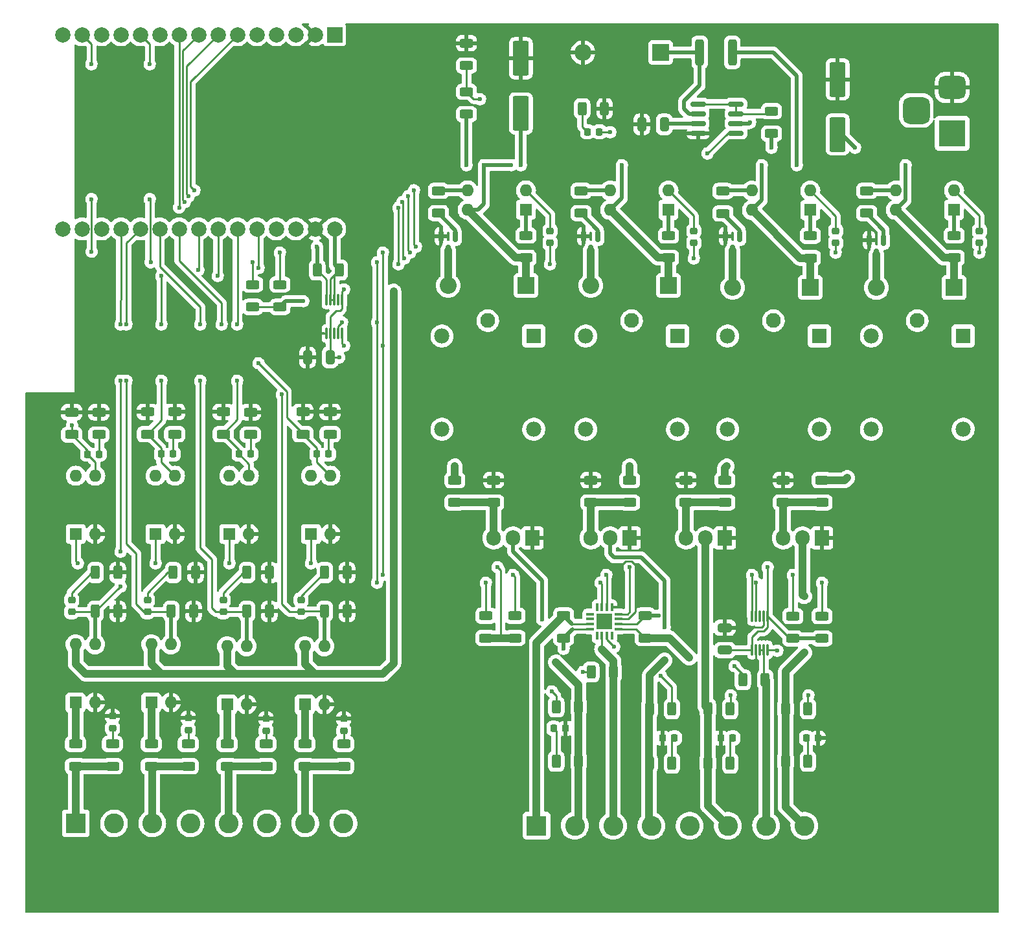
<source format=gbr>
%TF.GenerationSoftware,KiCad,Pcbnew,(6.0.9)*%
%TF.CreationDate,2022-12-27T14:16:05-08:00*%
%TF.ProjectId,halloween vending machine,68616c6c-6f77-4656-956e-2076656e6469,rev?*%
%TF.SameCoordinates,Original*%
%TF.FileFunction,Copper,L1,Top*%
%TF.FilePolarity,Positive*%
%FSLAX46Y46*%
G04 Gerber Fmt 4.6, Leading zero omitted, Abs format (unit mm)*
G04 Created by KiCad (PCBNEW (6.0.9)) date 2022-12-27 14:16:05*
%MOMM*%
%LPD*%
G01*
G04 APERTURE LIST*
G04 Aperture macros list*
%AMRoundRect*
0 Rectangle with rounded corners*
0 $1 Rounding radius*
0 $2 $3 $4 $5 $6 $7 $8 $9 X,Y pos of 4 corners*
0 Add a 4 corners polygon primitive as box body*
4,1,4,$2,$3,$4,$5,$6,$7,$8,$9,$2,$3,0*
0 Add four circle primitives for the rounded corners*
1,1,$1+$1,$2,$3*
1,1,$1+$1,$4,$5*
1,1,$1+$1,$6,$7*
1,1,$1+$1,$8,$9*
0 Add four rect primitives between the rounded corners*
20,1,$1+$1,$2,$3,$4,$5,0*
20,1,$1+$1,$4,$5,$6,$7,0*
20,1,$1+$1,$6,$7,$8,$9,0*
20,1,$1+$1,$8,$9,$2,$3,0*%
G04 Aperture macros list end*
%TA.AperFunction,ComponentPad*%
%ADD10R,1.980000X1.980000*%
%TD*%
%TA.AperFunction,ComponentPad*%
%ADD11C,1.935000*%
%TD*%
%TA.AperFunction,ComponentPad*%
%ADD12C,1.980000*%
%TD*%
%TA.AperFunction,ComponentPad*%
%ADD13R,2.600000X2.600000*%
%TD*%
%TA.AperFunction,ComponentPad*%
%ADD14C,2.600000*%
%TD*%
%TA.AperFunction,SMDPad,CuDef*%
%ADD15RoundRect,0.250000X-0.625000X0.312500X-0.625000X-0.312500X0.625000X-0.312500X0.625000X0.312500X0*%
%TD*%
%TA.AperFunction,SMDPad,CuDef*%
%ADD16RoundRect,0.218750X-0.218750X-0.256250X0.218750X-0.256250X0.218750X0.256250X-0.218750X0.256250X0*%
%TD*%
%TA.AperFunction,SMDPad,CuDef*%
%ADD17RoundRect,0.250000X-0.312500X-0.625000X0.312500X-0.625000X0.312500X0.625000X-0.312500X0.625000X0*%
%TD*%
%TA.AperFunction,SMDPad,CuDef*%
%ADD18RoundRect,0.218750X0.256250X-0.218750X0.256250X0.218750X-0.256250X0.218750X-0.256250X-0.218750X0*%
%TD*%
%TA.AperFunction,SMDPad,CuDef*%
%ADD19RoundRect,0.250000X0.650000X-0.325000X0.650000X0.325000X-0.650000X0.325000X-0.650000X-0.325000X0*%
%TD*%
%TA.AperFunction,ComponentPad*%
%ADD20R,1.600000X1.600000*%
%TD*%
%TA.AperFunction,ComponentPad*%
%ADD21O,1.600000X1.600000*%
%TD*%
%TA.AperFunction,SMDPad,CuDef*%
%ADD22RoundRect,0.250000X0.625000X-0.312500X0.625000X0.312500X-0.625000X0.312500X-0.625000X-0.312500X0*%
%TD*%
%TA.AperFunction,SMDPad,CuDef*%
%ADD23RoundRect,0.075000X0.075000X-0.650000X0.075000X0.650000X-0.075000X0.650000X-0.075000X-0.650000X0*%
%TD*%
%TA.AperFunction,SMDPad,CuDef*%
%ADD24RoundRect,0.218750X0.218750X0.256250X-0.218750X0.256250X-0.218750X-0.256250X0.218750X-0.256250X0*%
%TD*%
%TA.AperFunction,SMDPad,CuDef*%
%ADD25RoundRect,0.150000X-0.150000X0.587500X-0.150000X-0.587500X0.150000X-0.587500X0.150000X0.587500X0*%
%TD*%
%TA.AperFunction,SMDPad,CuDef*%
%ADD26RoundRect,0.087500X0.425000X0.087500X-0.425000X0.087500X-0.425000X-0.087500X0.425000X-0.087500X0*%
%TD*%
%TA.AperFunction,SMDPad,CuDef*%
%ADD27RoundRect,0.087500X0.087500X0.425000X-0.087500X0.425000X-0.087500X-0.425000X0.087500X-0.425000X0*%
%TD*%
%TA.AperFunction,SMDPad,CuDef*%
%ADD28R,2.100000X2.100000*%
%TD*%
%TA.AperFunction,ComponentPad*%
%ADD29R,2.200000X2.200000*%
%TD*%
%TA.AperFunction,ComponentPad*%
%ADD30O,2.200000X2.200000*%
%TD*%
%TA.AperFunction,SMDPad,CuDef*%
%ADD31RoundRect,0.218750X-0.256250X0.218750X-0.256250X-0.218750X0.256250X-0.218750X0.256250X0.218750X0*%
%TD*%
%TA.AperFunction,SMDPad,CuDef*%
%ADD32RoundRect,0.150000X-0.825000X-0.150000X0.825000X-0.150000X0.825000X0.150000X-0.825000X0.150000X0*%
%TD*%
%TA.AperFunction,SMDPad,CuDef*%
%ADD33RoundRect,0.250001X0.799999X-1.999999X0.799999X1.999999X-0.799999X1.999999X-0.799999X-1.999999X0*%
%TD*%
%TA.AperFunction,SMDPad,CuDef*%
%ADD34RoundRect,0.250000X0.325000X0.650000X-0.325000X0.650000X-0.325000X-0.650000X0.325000X-0.650000X0*%
%TD*%
%TA.AperFunction,SMDPad,CuDef*%
%ADD35RoundRect,0.250000X0.312500X0.625000X-0.312500X0.625000X-0.312500X-0.625000X0.312500X-0.625000X0*%
%TD*%
%TA.AperFunction,ComponentPad*%
%ADD36R,2.000000X2.000000*%
%TD*%
%TA.AperFunction,ComponentPad*%
%ADD37C,2.000000*%
%TD*%
%TA.AperFunction,ComponentPad*%
%ADD38R,1.905000X2.000000*%
%TD*%
%TA.AperFunction,ComponentPad*%
%ADD39O,1.905000X2.000000*%
%TD*%
%TA.AperFunction,SMDPad,CuDef*%
%ADD40RoundRect,0.250000X-0.312500X-1.450000X0.312500X-1.450000X0.312500X1.450000X-0.312500X1.450000X0*%
%TD*%
%TA.AperFunction,ComponentPad*%
%ADD41R,3.500000X3.500000*%
%TD*%
%TA.AperFunction,ComponentPad*%
%ADD42RoundRect,0.750000X-1.000000X0.750000X-1.000000X-0.750000X1.000000X-0.750000X1.000000X0.750000X0*%
%TD*%
%TA.AperFunction,ComponentPad*%
%ADD43RoundRect,0.875000X-0.875000X0.875000X-0.875000X-0.875000X0.875000X-0.875000X0.875000X0.875000X0*%
%TD*%
%TA.AperFunction,SMDPad,CuDef*%
%ADD44RoundRect,0.075000X-0.075000X0.650000X-0.075000X-0.650000X0.075000X-0.650000X0.075000X0.650000X0*%
%TD*%
%TA.AperFunction,ViaPad*%
%ADD45C,0.600000*%
%TD*%
%TA.AperFunction,ViaPad*%
%ADD46C,1.000000*%
%TD*%
%TA.AperFunction,Conductor*%
%ADD47C,1.000000*%
%TD*%
%TA.AperFunction,Conductor*%
%ADD48C,0.254000*%
%TD*%
%TA.AperFunction,Conductor*%
%ADD49C,0.508000*%
%TD*%
G04 APERTURE END LIST*
D10*
%TO.P,K4,A1*%
%TO.N,+5V*%
X144176000Y-61210000D03*
D11*
%TO.P,K4,COM*%
%TO.N,+12V*%
X138176000Y-59210000D03*
D12*
%TO.P,K4,A2*%
%TO.N,Net-(D17-Pad2)*%
X132176000Y-61210000D03*
%TO.P,K4,NO*%
%TO.N,Net-(K4-PadNO)*%
X132176000Y-73410000D03*
%TO.P,K4,NC*%
%TO.N,Net-(K4-PadNC)*%
X144176000Y-73410000D03*
%TD*%
D10*
%TO.P,K3,A1*%
%TO.N,+5V*%
X125380000Y-61210000D03*
D11*
%TO.P,K3,COM*%
%TO.N,+12V*%
X119380000Y-59210000D03*
D12*
%TO.P,K3,A2*%
%TO.N,Net-(D16-Pad2)*%
X113380000Y-61210000D03*
%TO.P,K3,NO*%
%TO.N,Net-(K3-PadNO)*%
X113380000Y-73410000D03*
%TO.P,K3,NC*%
%TO.N,Net-(K3-PadNC)*%
X125380000Y-73410000D03*
%TD*%
D10*
%TO.P,K2,A1*%
%TO.N,+5V*%
X106838000Y-61210000D03*
D11*
%TO.P,K2,COM*%
%TO.N,+12V*%
X100838000Y-59210000D03*
D12*
%TO.P,K2,A2*%
%TO.N,Net-(D15-Pad2)*%
X94838000Y-61210000D03*
%TO.P,K2,NO*%
%TO.N,Net-(K2-PadNO)*%
X94838000Y-73410000D03*
%TO.P,K2,NC*%
%TO.N,Net-(K2-PadNC)*%
X106838000Y-73410000D03*
%TD*%
D10*
%TO.P,K1,A1*%
%TO.N,+5V*%
X88042000Y-61210000D03*
D11*
%TO.P,K1,COM*%
%TO.N,+12V*%
X82042000Y-59210000D03*
D12*
%TO.P,K1,A2*%
%TO.N,Net-(D11-Pad2)*%
X76042000Y-61210000D03*
%TO.P,K1,NO*%
%TO.N,Net-(K1-PadNO)*%
X76042000Y-73410000D03*
%TO.P,K1,NC*%
%TO.N,Net-(K1-PadNC)*%
X88042000Y-73410000D03*
%TD*%
D13*
%TO.P,J2,1,Pin_1*%
%TO.N,/Pedal_Return_1*%
X28180000Y-124968000D03*
D14*
%TO.P,J2,2,Pin_2*%
%TO.N,+12V*%
X33180000Y-124968000D03*
%TO.P,J2,3,Pin_3*%
%TO.N,/Pedal_Return_2*%
X38180000Y-124968000D03*
%TO.P,J2,4,Pin_4*%
%TO.N,+12V*%
X43180000Y-124968000D03*
%TO.P,J2,5,Pin_5*%
%TO.N,/Pedal_Return_3*%
X48180000Y-124968000D03*
%TO.P,J2,6,Pin_6*%
%TO.N,+12V*%
X53180000Y-124968000D03*
%TO.P,J2,7,Pin_7*%
%TO.N,/Pedal_Return_4*%
X58180000Y-124968000D03*
%TO.P,J2,8,Pin_8*%
%TO.N,+12V*%
X63180000Y-124968000D03*
%TD*%
D15*
%TO.P,R24,1*%
%TO.N,Net-(R24-Pad1)*%
X87026000Y-48063500D03*
%TO.P,R24,2*%
%TO.N,+5V*%
X87026000Y-50988500D03*
%TD*%
D16*
%TO.P,D19,2,A*%
%TO.N,Net-(D19-Pad2)*%
X106451500Y-113792000D03*
%TO.P,D19,1,K*%
%TO.N,GND*%
X104876500Y-113792000D03*
%TD*%
D17*
%TO.P,R21,1*%
%TO.N,Net-(D7-Pad1)*%
X40915500Y-92151000D03*
%TO.P,R21,2*%
%TO.N,GND*%
X43840500Y-92151000D03*
%TD*%
D18*
%TO.P,D13,1,K*%
%TO.N,/Relay3*%
X127508000Y-49047500D03*
%TO.P,D13,2,A*%
%TO.N,Net-(D13-Pad2)*%
X127508000Y-47472500D03*
%TD*%
D19*
%TO.P,C4,1*%
%TO.N,+3.3V*%
X113030000Y-102313000D03*
%TO.P,C4,2*%
%TO.N,GND*%
X113030000Y-99363000D03*
%TD*%
D20*
%TO.P,U5,1*%
%TO.N,Net-(R8-Pad2)*%
X28149000Y-109159000D03*
D21*
%TO.P,U5,2*%
%TO.N,GND*%
X30689000Y-109159000D03*
%TO.P,U5,3*%
%TO.N,/Pedal_1_GPIO*%
X30689000Y-101539000D03*
%TO.P,U5,4*%
%TO.N,+3.3V*%
X28149000Y-101539000D03*
%TD*%
D22*
%TO.P,R50,1*%
%TO.N,/MOTOR_RUNNING_3*%
X47458000Y-74055500D03*
%TO.P,R50,2*%
%TO.N,GND*%
X47458000Y-71130500D03*
%TD*%
D23*
%TO.P,U17,1,A1*%
%TO.N,GND*%
X60976000Y-60874000D03*
%TO.P,U17,2,A0*%
%TO.N,+3.3V*%
X61476000Y-60874000D03*
%TO.P,U17,3,~{Alert}*%
%TO.N,unconnected-(U17-Pad3)*%
X61976000Y-60874000D03*
%TO.P,U17,4,SDA*%
%TO.N,/SDA*%
X62476000Y-60874000D03*
%TO.P,U17,5,SCL*%
%TO.N,/SCL*%
X62976000Y-60874000D03*
%TO.P,U17,6,VS*%
%TO.N,+3.3V*%
X62976000Y-56474000D03*
%TO.P,U17,7,GND*%
%TO.N,unconnected-(U17-Pad7)*%
X62476000Y-56474000D03*
%TO.P,U17,8,Vbus*%
%TO.N,/ESP32_5V+*%
X61976000Y-56474000D03*
%TO.P,U17,9,Vin-*%
X61476000Y-56474000D03*
%TO.P,U17,10,Vin+*%
%TO.N,+5V*%
X60976000Y-56474000D03*
%TD*%
D13*
%TO.P,J3,1,Pin_1*%
%TO.N,/MOTOR_12V+_1*%
X88418000Y-125273000D03*
D14*
%TO.P,J3,2,Pin_2*%
%TO.N,/Motor-_1*%
X93418000Y-125273000D03*
%TO.P,J3,3,Pin_3*%
%TO.N,/MOTOR_12V+_2*%
X98418000Y-125273000D03*
%TO.P,J3,4,Pin_4*%
%TO.N,/Motor-_2*%
X103418000Y-125273000D03*
%TO.P,J3,5,Pin_5*%
%TO.N,/MOTOR_12V+_3*%
X108418000Y-125273000D03*
%TO.P,J3,6,Pin_6*%
%TO.N,/Motor-_3*%
X113418000Y-125273000D03*
%TO.P,J3,7,Pin_7*%
%TO.N,/MOTOR_12V+_4*%
X118418000Y-125273000D03*
%TO.P,J3,8,Pin_8*%
%TO.N,/Motor-_4*%
X123418000Y-125273000D03*
%TD*%
D24*
%TO.P,D18,1,K*%
%TO.N,GND*%
X92227500Y-112522000D03*
%TO.P,D18,2,A*%
%TO.N,Net-(D18-Pad2)*%
X90652500Y-112522000D03*
%TD*%
D17*
%TO.P,R17,1*%
%TO.N,/Pedal_2_GPIO*%
X40661500Y-97231000D03*
%TO.P,R17,2*%
%TO.N,GND*%
X43586500Y-97231000D03*
%TD*%
D20*
%TO.P,U12,1*%
%TO.N,Net-(R28-Pad1)*%
X142992000Y-44709000D03*
D21*
%TO.P,U12,2*%
%TO.N,Net-(D14-Pad2)*%
X142992000Y-42169000D03*
%TO.P,U12,3*%
%TO.N,Net-(R31-Pad1)*%
X135372000Y-42169000D03*
%TO.P,U12,4*%
%TO.N,+5V*%
X135372000Y-44709000D03*
%TD*%
D25*
%TO.P,Q1,1,B*%
%TO.N,Net-(R25-Pad2)*%
X77816000Y-48159000D03*
%TO.P,Q1,2,E*%
%TO.N,GND*%
X75916000Y-48159000D03*
%TO.P,Q1,3,C*%
%TO.N,Net-(D11-Pad2)*%
X76866000Y-50034000D03*
%TD*%
D15*
%TO.P,R27,1*%
%TO.N,Net-(R27-Pad1)*%
X124206000Y-48095500D03*
%TO.P,R27,2*%
%TO.N,+5V*%
X124206000Y-51020500D03*
%TD*%
D17*
%TO.P,R18,1*%
%TO.N,/Pedal_3_GPIO*%
X50567500Y-97231000D03*
%TO.P,R18,2*%
%TO.N,GND*%
X53492500Y-97231000D03*
%TD*%
D18*
%TO.P,D10,1,K*%
%TO.N,/Relay1*%
X90170000Y-49047500D03*
%TO.P,D10,2,A*%
%TO.N,Net-(D10-Pad2)*%
X90170000Y-47472500D03*
%TD*%
D15*
%TO.P,R31,1*%
%TO.N,Net-(R31-Pad1)*%
X131572000Y-42225500D03*
%TO.P,R31,2*%
%TO.N,Net-(R31-Pad2)*%
X131572000Y-45150500D03*
%TD*%
D17*
%TO.P,R20,1*%
%TO.N,Net-(D6-Pad1)*%
X30755500Y-92151000D03*
%TO.P,R20,2*%
%TO.N,GND*%
X33680500Y-92151000D03*
%TD*%
D26*
%TO.P,U3,1,IN-3*%
%TO.N,/MOTOR_12V+_3*%
X99144500Y-99527000D03*
%TO.P,U3,2,IN+3*%
%TO.N,+12V*%
X99144500Y-98877000D03*
%TO.P,U3,3,GND*%
%TO.N,GND*%
X99144500Y-98227000D03*
%TO.P,U3,4,VS*%
%TO.N,+3.3V*%
X99144500Y-97577000D03*
D27*
%TO.P,U3,5,A0*%
%TO.N,GND*%
X98257000Y-96689500D03*
%TO.P,U3,6,SCL*%
%TO.N,/SCL*%
X97607000Y-96689500D03*
%TO.P,U3,7,SDA*%
%TO.N,/SDA*%
X96957000Y-96689500D03*
%TO.P,U3,8,WARNING*%
%TO.N,unconnected-(U3-Pad8)*%
X96307000Y-96689500D03*
D26*
%TO.P,U3,9,CRITICAL*%
%TO.N,unconnected-(U3-Pad9)*%
X95419500Y-97577000D03*
%TO.P,U3,10,PV*%
%TO.N,unconnected-(U3-Pad10)*%
X95419500Y-98227000D03*
%TO.P,U3,11,IN-1*%
%TO.N,/MOTOR_12V+_1*%
X95419500Y-98877000D03*
%TO.P,U3,12,IN+1*%
%TO.N,+12V*%
X95419500Y-99527000D03*
D27*
%TO.P,U3,13,TC*%
%TO.N,unconnected-(U3-Pad13)*%
X96307000Y-100414500D03*
%TO.P,U3,14,IN-2*%
%TO.N,/MOTOR_12V+_2*%
X96957000Y-100414500D03*
%TO.P,U3,15,IN+2*%
%TO.N,+12V*%
X97607000Y-100414500D03*
%TO.P,U3,16,VPU*%
%TO.N,unconnected-(U3-Pad16)*%
X98257000Y-100414500D03*
D28*
%TO.P,U3,17,EP*%
%TO.N,unconnected-(U3-Pad17)*%
X97282000Y-98552000D03*
%TD*%
D29*
%TO.P,D15,1,K*%
%TO.N,+5V*%
X105664000Y-54610000D03*
D30*
%TO.P,D15,2,A*%
%TO.N,Net-(D15-Pad2)*%
X95504000Y-54610000D03*
%TD*%
D31*
%TO.P,D6,1,K*%
%TO.N,Net-(D6-Pad1)*%
X27646000Y-95732500D03*
%TO.P,D6,2,A*%
%TO.N,/Pedal_1_GPIO*%
X27646000Y-97307500D03*
%TD*%
D32*
%TO.P,U2,1,SwC*%
%TO.N,Net-(R1-Pad2)*%
X109539000Y-30861000D03*
%TO.P,U2,2,SwE*%
%TO.N,Net-(D1-Pad1)*%
X109539000Y-32131000D03*
%TO.P,U2,3,TC*%
%TO.N,Net-(C2-Pad1)*%
X109539000Y-33401000D03*
%TO.P,U2,4,GND*%
%TO.N,GND*%
X109539000Y-34671000D03*
%TO.P,U2,5,Vfb*%
%TO.N,Net-(R2-Pad2)*%
X114489000Y-34671000D03*
%TO.P,U2,6,Vin*%
%TO.N,+12V*%
X114489000Y-33401000D03*
%TO.P,U2,7,Ipk*%
%TO.N,Net-(R1-Pad2)*%
X114489000Y-32131000D03*
%TO.P,U2,8,DC*%
X114489000Y-30861000D03*
%TD*%
D17*
%TO.P,R44,1*%
%TO.N,/Motor-_3*%
X110805500Y-109982000D03*
%TO.P,R44,2*%
%TO.N,Net-(R44-Pad2)*%
X113730500Y-109982000D03*
%TD*%
D33*
%TO.P,C3,1*%
%TO.N,+5V*%
X86360000Y-32092000D03*
%TO.P,C3,2*%
%TO.N,GND*%
X86360000Y-24892000D03*
%TD*%
D22*
%TO.P,R51,1*%
%TO.N,/MOTOR_RUNNING_4*%
X57872000Y-74055500D03*
%TO.P,R51,2*%
%TO.N,GND*%
X57872000Y-71130500D03*
%TD*%
D31*
%TO.P,D8,1,K*%
%TO.N,Net-(D8-Pad1)*%
X47458000Y-95732500D03*
%TO.P,D8,2,A*%
%TO.N,/Pedal_3_GPIO*%
X47458000Y-97307500D03*
%TD*%
D24*
%TO.P,D23,1,K*%
%TO.N,Net-(D23-Pad1)*%
X40919500Y-76657000D03*
%TO.P,D23,2,A*%
%TO.N,/MOTOR_RUNNING_2*%
X39344500Y-76657000D03*
%TD*%
D22*
%TO.P,R8,1*%
%TO.N,/Pedal_Return_1*%
X28154000Y-117489500D03*
%TO.P,R8,2*%
%TO.N,Net-(R8-Pad2)*%
X28154000Y-114564500D03*
%TD*%
%TO.P,R5,1*%
%TO.N,+12V*%
X91948000Y-100715000D03*
%TO.P,R5,2*%
%TO.N,/MOTOR_12V+_1*%
X91948000Y-97790000D03*
%TD*%
%TO.P,R13,1*%
%TO.N,/Pedal_Return_3*%
X53046000Y-117489500D03*
%TO.P,R13,2*%
%TO.N,Net-(D4-Pad2)*%
X53046000Y-114564500D03*
%TD*%
D15*
%TO.P,R26,1*%
%TO.N,Net-(R26-Pad1)*%
X105664000Y-48067500D03*
%TO.P,R26,2*%
%TO.N,+5V*%
X105664000Y-50992500D03*
%TD*%
D22*
%TO.P,R59,1*%
%TO.N,+3.3V*%
X51308000Y-57404000D03*
%TO.P,R59,2*%
%TO.N,/SDA*%
X51308000Y-54479000D03*
%TD*%
D15*
%TO.P,R30,1*%
%TO.N,Net-(R30-Pad1)*%
X112776000Y-42253500D03*
%TO.P,R30,2*%
%TO.N,Net-(R30-Pad2)*%
X112776000Y-45178500D03*
%TD*%
D20*
%TO.P,U13,1*%
%TO.N,Net-(R40-Pad2)*%
X28189000Y-87112000D03*
D21*
%TO.P,U13,2*%
%TO.N,GND*%
X30729000Y-87112000D03*
%TO.P,U13,3*%
%TO.N,/MOTOR_RUNNING_1*%
X30729000Y-79492000D03*
%TO.P,U13,4*%
%TO.N,+3.3V*%
X28189000Y-79492000D03*
%TD*%
D31*
%TO.P,D4,1,K*%
%TO.N,GND*%
X53046000Y-111266500D03*
%TO.P,D4,2,A*%
%TO.N,Net-(D4-Pad2)*%
X53046000Y-112841500D03*
%TD*%
D22*
%TO.P,R12,1*%
%TO.N,/Pedal_Return_3*%
X47966000Y-117489500D03*
%TO.P,R12,2*%
%TO.N,Net-(R12-Pad2)*%
X47966000Y-114564500D03*
%TD*%
D17*
%TO.P,R23,1*%
%TO.N,Net-(D9-Pad1)*%
X60727500Y-92151000D03*
%TO.P,R23,2*%
%TO.N,GND*%
X63652500Y-92151000D03*
%TD*%
D31*
%TO.P,D7,1,K*%
%TO.N,Net-(D7-Pad1)*%
X37552000Y-95732500D03*
%TO.P,D7,2,A*%
%TO.N,/Pedal_2_GPIO*%
X37552000Y-97307500D03*
%TD*%
D15*
%TO.P,R35,2*%
%TO.N,Net-(Q8-Pad3)*%
X100584000Y-82996500D03*
%TO.P,R35,1*%
%TO.N,/Motor_Start+_2*%
X100584000Y-80071500D03*
%TD*%
D17*
%TO.P,R42,2*%
%TO.N,Net-(R42-Pad2)*%
X106110500Y-109982000D03*
%TO.P,R42,1*%
%TO.N,/Motor-_2*%
X103185500Y-109982000D03*
%TD*%
D15*
%TO.P,R33,1*%
%TO.N,/Motor_Start+_4*%
X125730000Y-80071500D03*
%TO.P,R33,2*%
%TO.N,Net-(Q6-Pad3)*%
X125730000Y-82996500D03*
%TD*%
D18*
%TO.P,D14,1,K*%
%TO.N,/Relay4*%
X146304000Y-49047500D03*
%TO.P,D14,2,A*%
%TO.N,Net-(D14-Pad2)*%
X146304000Y-47472500D03*
%TD*%
D22*
%TO.P,R60,1*%
%TO.N,+3.3V*%
X125730000Y-100776500D03*
%TO.P,R60,2*%
%TO.N,/SDA*%
X125730000Y-97851500D03*
%TD*%
D17*
%TO.P,R46,1*%
%TO.N,/Motor-_4*%
X120965500Y-109982000D03*
%TO.P,R46,2*%
%TO.N,Net-(R46-Pad2)*%
X123890500Y-109982000D03*
%TD*%
D31*
%TO.P,D2,1,K*%
%TO.N,GND*%
X32980000Y-110921500D03*
%TO.P,D2,2,A*%
%TO.N,Net-(D2-Pad2)*%
X32980000Y-112496500D03*
%TD*%
D15*
%TO.P,R2,1*%
%TO.N,GND*%
X79248000Y-22921500D03*
%TO.P,R2,2*%
%TO.N,Net-(R2-Pad2)*%
X79248000Y-25846500D03*
%TD*%
D31*
%TO.P,D9,1,K*%
%TO.N,Net-(D9-Pad1)*%
X57618000Y-95732500D03*
%TO.P,D9,2,A*%
%TO.N,/Pedal_4_GPIO*%
X57618000Y-97307500D03*
%TD*%
D24*
%TO.P,D25,1,K*%
%TO.N,Net-(D25-Pad1)*%
X61239500Y-76657000D03*
%TO.P,D25,2,A*%
%TO.N,/MOTOR_RUNNING_4*%
X59664500Y-76657000D03*
%TD*%
D34*
%TO.P,C5,1*%
%TO.N,+3.3V*%
X61419000Y-64008000D03*
%TO.P,C5,2*%
%TO.N,GND*%
X58469000Y-64008000D03*
%TD*%
D22*
%TO.P,R39,2*%
%TO.N,GND*%
X95504000Y-80071500D03*
%TO.P,R39,1*%
%TO.N,Net-(Q8-Pad3)*%
X95504000Y-82996500D03*
%TD*%
%TO.P,R49,1*%
%TO.N,/MOTOR_RUNNING_2*%
X37552000Y-74055500D03*
%TO.P,R49,2*%
%TO.N,GND*%
X37552000Y-71130500D03*
%TD*%
D35*
%TO.P,R57,1*%
%TO.N,/MOTOR_12V+_4*%
X118302500Y-106172000D03*
%TO.P,R57,2*%
%TO.N,+12V*%
X115377500Y-106172000D03*
%TD*%
D22*
%TO.P,R11,1*%
%TO.N,/Pedal_Return_2*%
X42886000Y-117489500D03*
%TO.P,R11,2*%
%TO.N,Net-(D3-Pad2)*%
X42886000Y-114564500D03*
%TD*%
D31*
%TO.P,D3,1,K*%
%TO.N,GND*%
X42886000Y-111175500D03*
%TO.P,D3,2,A*%
%TO.N,Net-(D3-Pad2)*%
X42886000Y-112750500D03*
%TD*%
D36*
%TO.P,U1,1,3V3*%
%TO.N,+3.3V*%
X62015000Y-21800000D03*
D37*
%TO.P,U1,2,GND*%
%TO.N,GND*%
X59475000Y-21800000D03*
%TO.P,U1,3,D15*%
%TO.N,unconnected-(U1-Pad3)*%
X56935000Y-21800000D03*
%TO.P,U1,4,D2*%
%TO.N,unconnected-(U1-Pad4)*%
X54395000Y-21800000D03*
%TO.P,U1,5,D4*%
%TO.N,unconnected-(U1-Pad5)*%
X51855000Y-21800000D03*
%TO.P,U1,6,RX2*%
%TO.N,/Relay4*%
X49315000Y-21800000D03*
%TO.P,U1,7,TX2*%
%TO.N,/Relay3*%
X46775000Y-21800000D03*
%TO.P,U1,8,D5*%
%TO.N,/Relay2*%
X44235000Y-21800000D03*
%TO.P,U1,9,D18*%
%TO.N,/Relay1*%
X41695000Y-21800000D03*
%TO.P,U1,10,D19*%
%TO.N,unconnected-(U1-Pad10)*%
X39155000Y-21800000D03*
%TO.P,U1,11,D21*%
%TO.N,/SDA*%
X36615000Y-21800000D03*
%TO.P,U1,12,RX0*%
%TO.N,unconnected-(U1-Pad12)*%
X34075000Y-21800000D03*
%TO.P,U1,13,TX0*%
%TO.N,unconnected-(U1-Pad13)*%
X31535000Y-21800000D03*
%TO.P,U1,14,D22*%
%TO.N,/SCL*%
X28995000Y-21800000D03*
%TO.P,U1,15,D23*%
%TO.N,unconnected-(U1-Pad15)*%
X26455000Y-21800000D03*
%TO.P,U1,16,EN*%
%TO.N,unconnected-(U1-Pad16)*%
X26455000Y-47200000D03*
%TO.P,U1,17,VP*%
%TO.N,unconnected-(U1-Pad17)*%
X28995000Y-47200000D03*
%TO.P,U1,18,VN*%
%TO.N,unconnected-(U1-Pad18)*%
X31535000Y-47200000D03*
%TO.P,U1,19,D34*%
%TO.N,/Pedal_1_GPIO*%
X34075000Y-47200000D03*
%TO.P,U1,20,D35*%
%TO.N,/Pedal_2_GPIO*%
X36615000Y-47200000D03*
%TO.P,U1,21,D32*%
%TO.N,/Pedal_3_GPIO*%
X39155000Y-47200000D03*
%TO.P,U1,22,D33*%
%TO.N,/Pedal_4_GPIO*%
X41695000Y-47200000D03*
%TO.P,U1,23,D25*%
%TO.N,/MOTOR_RUNNING_1*%
X44235000Y-47200000D03*
%TO.P,U1,24,D26*%
%TO.N,/MOTOR_RUNNING_2*%
X46775000Y-47200000D03*
%TO.P,U1,25,D27*%
%TO.N,/MOTOR_RUNNING_3*%
X49315000Y-47200000D03*
%TO.P,U1,26,D14*%
%TO.N,/MOTOR_RUNNING_4*%
X51855000Y-47200000D03*
%TO.P,U1,27,D12*%
%TO.N,unconnected-(U1-Pad27)*%
X54395000Y-47200000D03*
%TO.P,U1,28,D13*%
%TO.N,unconnected-(U1-Pad28)*%
X56935000Y-47200000D03*
%TO.P,U1,29,GND*%
%TO.N,GND*%
X59475000Y-47200000D03*
%TO.P,U1,30,VIN*%
%TO.N,/ESP32_5V+*%
X62015000Y-47200000D03*
%TD*%
D17*
%TO.P,R43,2*%
%TO.N,Net-(D19-Pad2)*%
X106110500Y-117094000D03*
%TO.P,R43,1*%
%TO.N,/Motor-_2*%
X103185500Y-117094000D03*
%TD*%
%TO.P,R19,1*%
%TO.N,/Pedal_4_GPIO*%
X60727500Y-97231000D03*
%TO.P,R19,2*%
%TO.N,GND*%
X63652500Y-97231000D03*
%TD*%
D22*
%TO.P,R62,1*%
%TO.N,+3.3V*%
X54864000Y-57404000D03*
%TO.P,R62,2*%
%TO.N,/SCL*%
X54864000Y-54479000D03*
%TD*%
D15*
%TO.P,R25,1*%
%TO.N,Net-(R25-Pad1)*%
X75596000Y-42221500D03*
%TO.P,R25,2*%
%TO.N,Net-(R25-Pad2)*%
X75596000Y-45146500D03*
%TD*%
D16*
%TO.P,D26,1,K*%
%TO.N,Net-(D26-Pad1)*%
X95057500Y-34500000D03*
%TO.P,D26,2,A*%
%TO.N,+12V*%
X96632500Y-34500000D03*
%TD*%
D29*
%TO.P,D17,1,K*%
%TO.N,+5V*%
X143002000Y-54892000D03*
D30*
%TO.P,D17,2,A*%
%TO.N,Net-(D17-Pad2)*%
X132842000Y-54892000D03*
%TD*%
D35*
%TO.P,R40,1*%
%TO.N,/Motor-_1*%
X93918500Y-109728000D03*
%TO.P,R40,2*%
%TO.N,Net-(R40-Pad2)*%
X90993500Y-109728000D03*
%TD*%
D22*
%TO.P,R6,1*%
%TO.N,+3.3V*%
X85598000Y-100715000D03*
%TO.P,R6,2*%
%TO.N,/SCL*%
X85598000Y-97790000D03*
%TD*%
D31*
%TO.P,D5,1,K*%
%TO.N,GND*%
X63206000Y-111266500D03*
%TO.P,D5,2,A*%
%TO.N,Net-(D5-Pad2)*%
X63206000Y-112841500D03*
%TD*%
D20*
%TO.P,U7,1*%
%TO.N,Net-(R12-Pad2)*%
X47961000Y-109413000D03*
D21*
%TO.P,U7,2*%
%TO.N,GND*%
X50501000Y-109413000D03*
%TO.P,U7,3*%
%TO.N,/Pedal_3_GPIO*%
X50501000Y-101793000D03*
%TO.P,U7,4*%
%TO.N,+3.3V*%
X47961000Y-101793000D03*
%TD*%
D20*
%TO.P,U11,1*%
%TO.N,Net-(R27-Pad1)*%
X124196000Y-44737000D03*
D21*
%TO.P,U11,2*%
%TO.N,Net-(D13-Pad2)*%
X124196000Y-42197000D03*
%TO.P,U11,3*%
%TO.N,Net-(R30-Pad1)*%
X116576000Y-42197000D03*
%TO.P,U11,4*%
%TO.N,+5V*%
X116576000Y-44737000D03*
%TD*%
D24*
%TO.P,D22,1,K*%
%TO.N,Net-(D22-Pad1)*%
X31267500Y-76667000D03*
%TO.P,D22,2,A*%
%TO.N,/MOTOR_RUNNING_1*%
X29692500Y-76667000D03*
%TD*%
D35*
%TO.P,R41,1*%
%TO.N,/Motor-_1*%
X93918500Y-116840000D03*
%TO.P,R41,2*%
%TO.N,Net-(D18-Pad2)*%
X90993500Y-116840000D03*
%TD*%
D17*
%TO.P,R63,1*%
%TO.N,Net-(D26-Pad1)*%
X94382500Y-31480000D03*
%TO.P,R63,2*%
%TO.N,GND*%
X97307500Y-31480000D03*
%TD*%
%TO.P,R56,1*%
%TO.N,+12V*%
X95565500Y-105156000D03*
%TO.P,R56,2*%
%TO.N,/MOTOR_12V+_2*%
X98490500Y-105156000D03*
%TD*%
D25*
%TO.P,Q3,1,B*%
%TO.N,Net-(R30-Pad2)*%
X114996000Y-48163000D03*
%TO.P,Q3,2,E*%
%TO.N,GND*%
X113096000Y-48163000D03*
%TO.P,Q3,3,C*%
%TO.N,Net-(D16-Pad2)*%
X114046000Y-50038000D03*
%TD*%
D24*
%TO.P,D24,1,K*%
%TO.N,Net-(D24-Pad1)*%
X51079500Y-76657000D03*
%TO.P,D24,2,A*%
%TO.N,/MOTOR_RUNNING_3*%
X49504500Y-76657000D03*
%TD*%
D38*
%TO.P,Q5,1,A1*%
%TO.N,GND*%
X113030000Y-87630000D03*
D39*
%TO.P,Q5,2,A2*%
%TO.N,/Motor-_3*%
X110490000Y-87630000D03*
%TO.P,Q5,3,G*%
%TO.N,Net-(Q5-Pad3)*%
X107950000Y-87630000D03*
%TD*%
D15*
%TO.P,R32,1*%
%TO.N,/Motor_Start+_3*%
X113030000Y-80071500D03*
%TO.P,R32,2*%
%TO.N,Net-(Q5-Pad3)*%
X113030000Y-82996500D03*
%TD*%
D25*
%TO.P,Q4,1,B*%
%TO.N,Net-(R31-Pad2)*%
X133792000Y-48699000D03*
%TO.P,Q4,2,E*%
%TO.N,GND*%
X131892000Y-48699000D03*
%TO.P,Q4,3,C*%
%TO.N,Net-(D17-Pad2)*%
X132842000Y-50574000D03*
%TD*%
D15*
%TO.P,R29,1*%
%TO.N,Net-(R29-Pad1)*%
X94234000Y-42225500D03*
%TO.P,R29,2*%
%TO.N,Net-(R29-Pad2)*%
X94234000Y-45150500D03*
%TD*%
%TO.P,R34,2*%
%TO.N,Net-(Q7-Pad3)*%
X77724000Y-82996500D03*
%TO.P,R34,1*%
%TO.N,/Motor_Start+_1*%
X77724000Y-80071500D03*
%TD*%
D40*
%TO.P,L1,1,1*%
%TO.N,Net-(D1-Pad1)*%
X109728000Y-24130000D03*
%TO.P,L1,2,2*%
%TO.N,+5V*%
X114003000Y-24130000D03*
%TD*%
D20*
%TO.P,U10,1*%
%TO.N,Net-(R26-Pad1)*%
X105654000Y-44709000D03*
D21*
%TO.P,U10,2*%
%TO.N,Net-(D12-Pad2)*%
X105654000Y-42169000D03*
%TO.P,U10,3*%
%TO.N,Net-(R29-Pad1)*%
X98034000Y-42169000D03*
%TO.P,U10,4*%
%TO.N,+5V*%
X98034000Y-44709000D03*
%TD*%
D18*
%TO.P,D12,1,K*%
%TO.N,/Relay2*%
X108966000Y-49047500D03*
%TO.P,D12,2,A*%
%TO.N,Net-(D12-Pad2)*%
X108966000Y-47472500D03*
%TD*%
D15*
%TO.P,R7,1*%
%TO.N,+12V*%
X102616000Y-97790000D03*
%TO.P,R7,2*%
%TO.N,/MOTOR_12V+_3*%
X102616000Y-100715000D03*
%TD*%
D22*
%TO.P,R48,1*%
%TO.N,/MOTOR_RUNNING_1*%
X27646000Y-74117000D03*
%TO.P,R48,2*%
%TO.N,GND*%
X27646000Y-71192000D03*
%TD*%
D20*
%TO.P,U6,1*%
%TO.N,Net-(R10-Pad2)*%
X38055000Y-109159000D03*
D21*
%TO.P,U6,2*%
%TO.N,GND*%
X40595000Y-109159000D03*
%TO.P,U6,3*%
%TO.N,/Pedal_2_GPIO*%
X40595000Y-101539000D03*
%TO.P,U6,4*%
%TO.N,+3.3V*%
X38055000Y-101539000D03*
%TD*%
D29*
%TO.P,D1,1,K*%
%TO.N,Net-(D1-Pad1)*%
X104648000Y-24130000D03*
D30*
%TO.P,D1,2,A*%
%TO.N,GND*%
X94488000Y-24130000D03*
%TD*%
D34*
%TO.P,C2,1*%
%TO.N,Net-(C2-Pad1)*%
X105107000Y-33528000D03*
%TO.P,C2,2*%
%TO.N,GND*%
X102157000Y-33528000D03*
%TD*%
D20*
%TO.P,U9,1*%
%TO.N,Net-(R24-Pad1)*%
X87026000Y-44700000D03*
D21*
%TO.P,U9,2*%
%TO.N,Net-(D10-Pad2)*%
X87026000Y-42160000D03*
%TO.P,U9,3*%
%TO.N,Net-(R25-Pad1)*%
X79406000Y-42160000D03*
%TO.P,U9,4*%
%TO.N,+5V*%
X79406000Y-44700000D03*
%TD*%
D22*
%TO.P,R38,2*%
%TO.N,GND*%
X82804000Y-80071500D03*
%TO.P,R38,1*%
%TO.N,Net-(Q7-Pad3)*%
X82804000Y-82996500D03*
%TD*%
D15*
%TO.P,R28,1*%
%TO.N,Net-(R28-Pad1)*%
X143002000Y-48067500D03*
%TO.P,R28,2*%
%TO.N,+5V*%
X143002000Y-50992500D03*
%TD*%
D24*
%TO.P,D21,1,K*%
%TO.N,GND*%
X125247500Y-113792000D03*
%TO.P,D21,2,A*%
%TO.N,Net-(D21-Pad2)*%
X123672500Y-113792000D03*
%TD*%
D22*
%TO.P,R52,1*%
%TO.N,Net-(D22-Pad1)*%
X31202000Y-74117000D03*
%TO.P,R52,2*%
%TO.N,GND*%
X31202000Y-71192000D03*
%TD*%
D17*
%TO.P,R45,1*%
%TO.N,/Motor-_3*%
X110805500Y-117094000D03*
%TO.P,R45,2*%
%TO.N,Net-(D20-Pad2)*%
X113730500Y-117094000D03*
%TD*%
D20*
%TO.P,U8,1*%
%TO.N,Net-(R14-Pad2)*%
X58121000Y-109413000D03*
D21*
%TO.P,U8,2*%
%TO.N,GND*%
X60661000Y-109413000D03*
%TO.P,U8,3*%
%TO.N,/Pedal_4_GPIO*%
X60661000Y-101793000D03*
%TO.P,U8,4*%
%TO.N,+3.3V*%
X58121000Y-101793000D03*
%TD*%
D16*
%TO.P,D20,1,K*%
%TO.N,GND*%
X112496500Y-113792000D03*
%TO.P,D20,2,A*%
%TO.N,Net-(D20-Pad2)*%
X114071500Y-113792000D03*
%TD*%
D29*
%TO.P,D11,1,K*%
%TO.N,+5V*%
X87026000Y-54606000D03*
D30*
%TO.P,D11,2,A*%
%TO.N,Net-(D11-Pad2)*%
X76866000Y-54606000D03*
%TD*%
D22*
%TO.P,R54,1*%
%TO.N,Net-(D24-Pad1)*%
X51014000Y-74117000D03*
%TO.P,R54,2*%
%TO.N,GND*%
X51014000Y-71192000D03*
%TD*%
D41*
%TO.P,J1,1*%
%TO.N,+12V*%
X142748000Y-34702000D03*
D42*
%TO.P,J1,2*%
%TO.N,GND*%
X142748000Y-28702000D03*
D43*
%TO.P,J1,3*%
%TO.N,N/C*%
X138048000Y-31702000D03*
%TD*%
D22*
%TO.P,R61,1*%
%TO.N,+3.3V*%
X121920000Y-100776500D03*
%TO.P,R61,2*%
%TO.N,/SCL*%
X121920000Y-97851500D03*
%TD*%
%TO.P,R36,1*%
%TO.N,Net-(Q5-Pad3)*%
X107950000Y-82996500D03*
%TO.P,R36,2*%
%TO.N,GND*%
X107950000Y-80071500D03*
%TD*%
D20*
%TO.P,U15,1*%
%TO.N,Net-(R44-Pad2)*%
X48260000Y-87112000D03*
D21*
%TO.P,U15,2*%
%TO.N,GND*%
X50800000Y-87112000D03*
%TO.P,U15,3*%
%TO.N,/MOTOR_RUNNING_3*%
X50800000Y-79492000D03*
%TO.P,U15,4*%
%TO.N,+3.3V*%
X48260000Y-79492000D03*
%TD*%
D22*
%TO.P,R37,1*%
%TO.N,Net-(Q6-Pad3)*%
X120650000Y-82996500D03*
%TO.P,R37,2*%
%TO.N,GND*%
X120650000Y-80071500D03*
%TD*%
D35*
%TO.P,R58,1*%
%TO.N,/ESP32_5V+*%
X62676500Y-52578000D03*
%TO.P,R58,2*%
%TO.N,+5V*%
X59751500Y-52578000D03*
%TD*%
D38*
%TO.P,Q7,1,A1*%
%TO.N,GND*%
X87884000Y-87630000D03*
D39*
%TO.P,Q7,2,A2*%
%TO.N,/Motor-_1*%
X85344000Y-87630000D03*
%TO.P,Q7,3,G*%
%TO.N,Net-(Q7-Pad3)*%
X82804000Y-87630000D03*
%TD*%
D33*
%TO.P,C1,1*%
%TO.N,+12V*%
X127762000Y-34842000D03*
%TO.P,C1,2*%
%TO.N,GND*%
X127762000Y-27642000D03*
%TD*%
D22*
%TO.P,R55,1*%
%TO.N,Net-(D25-Pad1)*%
X61428000Y-74055500D03*
%TO.P,R55,2*%
%TO.N,GND*%
X61428000Y-71130500D03*
%TD*%
%TO.P,R9,1*%
%TO.N,/Pedal_Return_1*%
X32980000Y-117489500D03*
%TO.P,R9,2*%
%TO.N,Net-(D2-Pad2)*%
X32980000Y-114564500D03*
%TD*%
D25*
%TO.P,Q2,1,B*%
%TO.N,Net-(R29-Pad2)*%
X96454000Y-48163000D03*
%TO.P,Q2,2,E*%
%TO.N,GND*%
X94554000Y-48163000D03*
%TO.P,Q2,3,C*%
%TO.N,Net-(D15-Pad2)*%
X95504000Y-50038000D03*
%TD*%
D22*
%TO.P,R15,1*%
%TO.N,/Pedal_Return_4*%
X63206000Y-117489500D03*
%TO.P,R15,2*%
%TO.N,Net-(D5-Pad2)*%
X63206000Y-114564500D03*
%TD*%
%TO.P,R1,1*%
%TO.N,+12V*%
X119126000Y-34736500D03*
%TO.P,R1,2*%
%TO.N,Net-(R1-Pad2)*%
X119126000Y-31811500D03*
%TD*%
D38*
%TO.P,Q8,1,A1*%
%TO.N,GND*%
X100584000Y-87630000D03*
D39*
%TO.P,Q8,2,A2*%
%TO.N,/Motor-_2*%
X98044000Y-87630000D03*
%TO.P,Q8,3,G*%
%TO.N,Net-(Q8-Pad3)*%
X95504000Y-87630000D03*
%TD*%
D20*
%TO.P,U14,1*%
%TO.N,Net-(R42-Pad2)*%
X38608000Y-87112000D03*
D21*
%TO.P,U14,2*%
%TO.N,GND*%
X41148000Y-87112000D03*
%TO.P,U14,3*%
%TO.N,/MOTOR_RUNNING_2*%
X41148000Y-79492000D03*
%TO.P,U14,4*%
%TO.N,+3.3V*%
X38608000Y-79492000D03*
%TD*%
D44*
%TO.P,U4,1,A1*%
%TO.N,+3.3V*%
X118602000Y-97876000D03*
%TO.P,U4,2,A0*%
%TO.N,GND*%
X118102000Y-97876000D03*
%TO.P,U4,3,~{Alert}*%
%TO.N,unconnected-(U4-Pad3)*%
X117602000Y-97876000D03*
%TO.P,U4,4,SDA*%
%TO.N,/SDA*%
X117102000Y-97876000D03*
%TO.P,U4,5,SCL*%
%TO.N,/SCL*%
X116602000Y-97876000D03*
%TO.P,U4,6,VS*%
%TO.N,+3.3V*%
X116602000Y-102276000D03*
%TO.P,U4,7,GND*%
%TO.N,GND*%
X117102000Y-102276000D03*
%TO.P,U4,8,Vbus*%
%TO.N,/MOTOR_12V+_4*%
X117602000Y-102276000D03*
%TO.P,U4,9,Vin-*%
X118102000Y-102276000D03*
%TO.P,U4,10,Vin+*%
%TO.N,+12V*%
X118602000Y-102276000D03*
%TD*%
D17*
%TO.P,R16,1*%
%TO.N,/Pedal_1_GPIO*%
X30755500Y-97231000D03*
%TO.P,R16,2*%
%TO.N,GND*%
X33680500Y-97231000D03*
%TD*%
D15*
%TO.P,R3,1*%
%TO.N,Net-(R2-Pad2)*%
X79248000Y-29271500D03*
%TO.P,R3,2*%
%TO.N,+5V*%
X79248000Y-32196500D03*
%TD*%
D22*
%TO.P,R4,1*%
%TO.N,+3.3V*%
X81788000Y-100715000D03*
%TO.P,R4,2*%
%TO.N,/SDA*%
X81788000Y-97790000D03*
%TD*%
D17*
%TO.P,R22,1*%
%TO.N,Net-(D8-Pad1)*%
X50567500Y-92151000D03*
%TO.P,R22,2*%
%TO.N,GND*%
X53492500Y-92151000D03*
%TD*%
%TO.P,R47,1*%
%TO.N,/Motor-_4*%
X120965500Y-116840000D03*
%TO.P,R47,2*%
%TO.N,Net-(D21-Pad2)*%
X123890500Y-116840000D03*
%TD*%
D22*
%TO.P,R10,1*%
%TO.N,/Pedal_Return_2*%
X38060000Y-117489500D03*
%TO.P,R10,2*%
%TO.N,Net-(R10-Pad2)*%
X38060000Y-114564500D03*
%TD*%
%TO.P,R53,1*%
%TO.N,Net-(D23-Pad1)*%
X41108000Y-74055500D03*
%TO.P,R53,2*%
%TO.N,GND*%
X41108000Y-71130500D03*
%TD*%
%TO.P,R14,1*%
%TO.N,/Pedal_Return_4*%
X58126000Y-117489500D03*
%TO.P,R14,2*%
%TO.N,Net-(R14-Pad2)*%
X58126000Y-114564500D03*
%TD*%
D29*
%TO.P,D16,1,K*%
%TO.N,+5V*%
X124206000Y-54864000D03*
D30*
%TO.P,D16,2,A*%
%TO.N,Net-(D16-Pad2)*%
X114046000Y-54864000D03*
%TD*%
D20*
%TO.P,U16,1*%
%TO.N,Net-(R46-Pad2)*%
X58928000Y-87112000D03*
D21*
%TO.P,U16,2*%
%TO.N,GND*%
X61468000Y-87112000D03*
%TO.P,U16,3*%
%TO.N,/MOTOR_RUNNING_4*%
X61468000Y-79492000D03*
%TO.P,U16,4*%
%TO.N,+3.3V*%
X58928000Y-79492000D03*
%TD*%
D38*
%TO.P,Q6,1,A1*%
%TO.N,GND*%
X125730000Y-87630000D03*
D39*
%TO.P,Q6,2,A2*%
%TO.N,/Motor-_4*%
X123190000Y-87630000D03*
%TO.P,Q6,3,G*%
%TO.N,Net-(Q6-Pad3)*%
X120650000Y-87630000D03*
%TD*%
D45*
%TO.N,+3.3V*%
X83312000Y-91440000D03*
%TO.N,/SCL*%
X85344000Y-92456000D03*
%TO.N,/SDA*%
X81788000Y-93472000D03*
%TO.N,Net-(R42-Pad2)*%
X104648000Y-105664000D03*
%TO.N,Net-(R44-Pad2)*%
X113792000Y-108204000D03*
D46*
%TO.N,/Motor_Start+_1*%
X77724000Y-78232000D03*
%TO.N,/Motor_Start+_2*%
X100584000Y-78232000D03*
%TO.N,/Motor_Start+_3*%
X113284000Y-78232000D03*
%TO.N,/Motor_Start+_4*%
X129032000Y-79756000D03*
D45*
%TO.N,Net-(R40-Pad2)*%
X90424000Y-107696000D03*
%TO.N,Net-(R46-Pad2)*%
X123952000Y-108204000D03*
%TO.N,/MOTOR_12V+_3*%
X108396500Y-103316500D03*
%TO.N,+12V*%
X119126000Y-36576000D03*
X98044000Y-34544000D03*
X116332000Y-33274000D03*
X130048000Y-36576000D03*
X98552000Y-101854000D03*
X114300000Y-104394000D03*
X94488000Y-105156000D03*
X91948000Y-102108000D03*
X104394000Y-97790000D03*
X119888000Y-102362000D03*
%TO.N,+5V*%
X136652000Y-38862000D03*
X85090000Y-38862000D03*
X99568000Y-38862000D03*
X59690000Y-49530000D03*
X79248000Y-38862000D03*
X122428000Y-38862000D03*
X81534000Y-38862000D03*
X86360000Y-38862000D03*
X117856000Y-38862000D03*
%TO.N,Net-(R2-Pad2)*%
X81026000Y-30226000D03*
X110744000Y-37338000D03*
%TO.N,+3.3V*%
X57912000Y-56642000D03*
X100584000Y-91440000D03*
X118618000Y-91440000D03*
X69723000Y-55372000D03*
X69723000Y-91440000D03*
X62611000Y-64008000D03*
X63246000Y-55118000D03*
%TO.N,/SDA*%
X125730000Y-93472000D03*
X67564000Y-51562000D03*
X37846000Y-25654000D03*
X96774000Y-93472000D03*
X67564000Y-59436000D03*
X62992000Y-59436000D03*
X37973000Y-51562000D03*
X37846000Y-43307000D03*
X51308000Y-51562000D03*
X67564000Y-93472000D03*
X117094000Y-93472000D03*
%TO.N,/SCL*%
X68326000Y-50292000D03*
X121920000Y-92456000D03*
X116586000Y-92456000D03*
X68326000Y-92456000D03*
X54864000Y-50292000D03*
X63246000Y-62484000D03*
X30226000Y-43307000D03*
X97536000Y-92456000D03*
X68326000Y-62484000D03*
X30249000Y-50188000D03*
X30226000Y-25654000D03*
%TO.N,/Pedal_1_GPIO*%
X34036000Y-59690000D03*
X34036000Y-89408000D03*
X34036000Y-67056000D03*
X34036000Y-93980000D03*
%TO.N,/Pedal_2_GPIO*%
X34798000Y-67056000D03*
X34798000Y-59690000D03*
%TO.N,/Pedal_3_GPIO*%
X44450000Y-67056000D03*
X44450000Y-59690000D03*
%TO.N,/Pedal_4_GPIO*%
X55118000Y-68834000D03*
X47244000Y-59690000D03*
%TO.N,/Relay1*%
X70358000Y-44450000D03*
X90170000Y-51816000D03*
X70358000Y-51816000D03*
X41695000Y-44411000D03*
%TO.N,/Motor-_1*%
X89154000Y-98298000D03*
X90932000Y-103886000D03*
%TO.N,/Motor-_2*%
X105156000Y-103632000D03*
X105156000Y-99314000D03*
%TO.N,/Motor-_4*%
X123444000Y-102616000D03*
X123418000Y-95276000D03*
%TO.N,/Relay2*%
X42418000Y-43688000D03*
X71120000Y-51054000D03*
X70866000Y-43688000D03*
X108966000Y-51054000D03*
%TO.N,/Relay3*%
X71882000Y-50292000D03*
X71628000Y-42926000D03*
X127508000Y-50292000D03*
X42926000Y-42926000D03*
%TO.N,/Relay4*%
X146304000Y-50292000D03*
X72390000Y-42164000D03*
X43688000Y-42164000D03*
X72644000Y-49530000D03*
%TO.N,/MOTOR_RUNNING_1*%
X27686000Y-72898000D03*
X44196000Y-52578000D03*
%TO.N,/MOTOR_RUNNING_2*%
X46736000Y-53340000D03*
X39370000Y-67056000D03*
X39370000Y-59690000D03*
X39370000Y-53340000D03*
%TO.N,/MOTOR_RUNNING_3*%
X49276000Y-59690000D03*
X49276000Y-67056000D03*
%TO.N,/MOTOR_RUNNING_4*%
X52070000Y-52324000D03*
X52070000Y-64770000D03*
%TO.N,Net-(R40-Pad2)*%
X28448000Y-90932000D03*
%TO.N,Net-(R42-Pad2)*%
X38608000Y-90932000D03*
%TO.N,Net-(R44-Pad2)*%
X48260000Y-90932000D03*
%TO.N,Net-(R46-Pad2)*%
X58928000Y-90932000D03*
%TD*%
D47*
%TO.N,+5V*%
X85694500Y-50988500D02*
X87026000Y-50988500D01*
X79406000Y-44700000D02*
X85694500Y-50988500D01*
X141655500Y-50992500D02*
X143002000Y-50992500D01*
X135372000Y-44709000D02*
X141655500Y-50992500D01*
X122859500Y-51020500D02*
X124206000Y-51020500D01*
X116576000Y-44737000D02*
X122859500Y-51020500D01*
X104317500Y-50992500D02*
X105664000Y-50992500D01*
X98034000Y-44709000D02*
X104317500Y-50992500D01*
X105664000Y-50992500D02*
X105664000Y-54610000D01*
X87026000Y-50988500D02*
X87026000Y-54606000D01*
X143002000Y-50992500D02*
X143002000Y-54892000D01*
X124206000Y-51020500D02*
X124206000Y-54864000D01*
%TO.N,+3.3V*%
X69723000Y-55372000D02*
X69723000Y-91440000D01*
D48*
X83689000Y-100715000D02*
X83689000Y-91817000D01*
X83689000Y-91817000D02*
X83312000Y-91440000D01*
D47*
X83689000Y-100715000D02*
X85598000Y-100715000D01*
X81788000Y-100715000D02*
X83689000Y-100715000D01*
D48*
%TO.N,/SCL*%
X85598000Y-92710000D02*
X85344000Y-92456000D01*
X85598000Y-97790000D02*
X85598000Y-92710000D01*
%TO.N,/SDA*%
X81788000Y-97790000D02*
X81788000Y-93472000D01*
D47*
%TO.N,/MOTOR_12V+_1*%
X88418000Y-101320000D02*
X91948000Y-97790000D01*
X88418000Y-125273000D02*
X88418000Y-101320000D01*
%TO.N,/Motor-_3*%
X110490000Y-87630000D02*
X110490000Y-109666500D01*
X110490000Y-109666500D02*
X110805500Y-109982000D01*
X110805500Y-109982000D02*
X110805500Y-117094000D01*
X110805500Y-117094000D02*
X110805500Y-122660500D01*
X110805500Y-122660500D02*
X113418000Y-125273000D01*
D48*
%TO.N,Net-(D20-Pad2)*%
X113730500Y-117094000D02*
X113730500Y-114133000D01*
X113730500Y-114133000D02*
X114071500Y-113792000D01*
%TO.N,Net-(R44-Pad2)*%
X113730500Y-109982000D02*
X113792000Y-109920500D01*
X113792000Y-109920500D02*
X113792000Y-108204000D01*
%TO.N,Net-(R42-Pad2)*%
X106110500Y-107126500D02*
X104648000Y-105664000D01*
X106110500Y-109982000D02*
X106110500Y-107126500D01*
D47*
%TO.N,/Motor-_2*%
X103124000Y-124979000D02*
X103418000Y-125273000D01*
X103124000Y-117155500D02*
X103124000Y-124979000D01*
X103185500Y-117094000D02*
X103124000Y-117155500D01*
X103124000Y-117032500D02*
X103185500Y-117094000D01*
X103124000Y-110043500D02*
X103124000Y-117032500D01*
X103185500Y-109982000D02*
X103124000Y-110043500D01*
X103185500Y-105602500D02*
X105156000Y-103632000D01*
X103185500Y-109982000D02*
X103185500Y-105602500D01*
D48*
%TO.N,Net-(D19-Pad2)*%
X106110500Y-114133000D02*
X106451500Y-113792000D01*
X106110500Y-117094000D02*
X106110500Y-114133000D01*
D47*
%TO.N,/Motor_Start+_2*%
X100584000Y-78232000D02*
X100584000Y-80071500D01*
%TO.N,/Motor_Start+_1*%
X77724000Y-78232000D02*
X77724000Y-80071500D01*
%TO.N,Net-(Q7-Pad3)*%
X77724000Y-82996500D02*
X82804000Y-82996500D01*
X82804000Y-82996500D02*
X82804000Y-87630000D01*
%TO.N,Net-(Q8-Pad3)*%
X95504000Y-82996500D02*
X100584000Y-82996500D01*
%TO.N,/Motor_Start+_3*%
X113030000Y-78486000D02*
X113284000Y-78232000D01*
X113030000Y-80071500D02*
X113030000Y-78486000D01*
%TO.N,/Motor_Start+_4*%
X128716500Y-80071500D02*
X129032000Y-79756000D01*
X125730000Y-80071500D02*
X128716500Y-80071500D01*
D48*
%TO.N,/Relay4*%
X146304000Y-50292000D02*
X146304000Y-49047500D01*
%TO.N,Net-(D14-Pad2)*%
X146304000Y-45481000D02*
X146304000Y-47472500D01*
X142992000Y-42169000D02*
X146304000Y-45481000D01*
%TO.N,/Relay3*%
X127508000Y-49047500D02*
X127508000Y-50292000D01*
%TO.N,Net-(D13-Pad2)*%
X127508000Y-45509000D02*
X127508000Y-47472500D01*
X124196000Y-42197000D02*
X127508000Y-45509000D01*
%TO.N,/Relay2*%
X108966000Y-49047500D02*
X108966000Y-51054000D01*
%TO.N,Net-(D12-Pad2)*%
X105654000Y-42169000D02*
X108966000Y-45481000D01*
X108966000Y-45481000D02*
X108966000Y-47472500D01*
%TO.N,/Relay1*%
X90170000Y-51816000D02*
X90170000Y-49047500D01*
%TO.N,Net-(D10-Pad2)*%
X90170000Y-47472500D02*
X90170000Y-45304000D01*
X90170000Y-45304000D02*
X87026000Y-42160000D01*
%TO.N,Net-(R40-Pad2)*%
X90993500Y-108265500D02*
X90424000Y-107696000D01*
X90993500Y-109728000D02*
X90993500Y-108265500D01*
D47*
%TO.N,/Motor-_1*%
X93918500Y-106872500D02*
X90932000Y-103886000D01*
X93918500Y-109728000D02*
X93918500Y-106872500D01*
X93918500Y-116840000D02*
X93918500Y-109728000D01*
X93918500Y-124772500D02*
X93418000Y-125273000D01*
X93918500Y-116840000D02*
X93918500Y-124772500D01*
%TO.N,/MOTOR_12V+_2*%
X98490500Y-103712500D02*
X96957000Y-102179000D01*
X98490500Y-105156000D02*
X98490500Y-103712500D01*
D48*
X96957000Y-100414500D02*
X96957000Y-102179000D01*
D47*
X98418000Y-105228500D02*
X98490500Y-105156000D01*
X98418000Y-125273000D02*
X98418000Y-105228500D01*
D48*
%TO.N,+12V*%
X95565500Y-105156000D02*
X94488000Y-105156000D01*
%TO.N,Net-(R46-Pad2)*%
X123890500Y-108265500D02*
X123952000Y-108204000D01*
X123890500Y-109982000D02*
X123890500Y-108265500D01*
D47*
%TO.N,/MOTOR_12V+_4*%
X118418000Y-106287500D02*
X118418000Y-125273000D01*
X118302500Y-106172000D02*
X118418000Y-106287500D01*
D48*
%TO.N,Net-(D21-Pad2)*%
X123890500Y-116840000D02*
X123890500Y-114010000D01*
X123890500Y-114010000D02*
X123672500Y-113792000D01*
D47*
%TO.N,/Motor-_4*%
X120965500Y-109982000D02*
X120965500Y-116840000D01*
X120965500Y-122820500D02*
X123418000Y-125273000D01*
X120965500Y-116840000D02*
X120965500Y-122820500D01*
X120965500Y-105094500D02*
X123444000Y-102616000D01*
X120965500Y-109982000D02*
X120965500Y-105094500D01*
%TO.N,/MOTOR_12V+_3*%
X105795000Y-100715000D02*
X108396500Y-103316500D01*
D48*
%TO.N,Net-(D18-Pad2)*%
X90993500Y-116840000D02*
X90993500Y-112863000D01*
X90993500Y-112863000D02*
X90652500Y-112522000D01*
%TO.N,/MOTOR_RUNNING_1*%
X30729000Y-77703500D02*
X29692500Y-76667000D01*
X30729000Y-79492000D02*
X30729000Y-77703500D01*
%TO.N,/MOTOR_RUNNING_2*%
X39344500Y-77688500D02*
X39344500Y-76657000D01*
X41148000Y-79492000D02*
X39344500Y-77688500D01*
%TO.N,/MOTOR_RUNNING_3*%
X50800000Y-77952500D02*
X49504500Y-76657000D01*
X50800000Y-79492000D02*
X50800000Y-77952500D01*
%TO.N,/MOTOR_RUNNING_4*%
X59664500Y-77688500D02*
X59664500Y-76657000D01*
X61468000Y-79492000D02*
X59664500Y-77688500D01*
%TO.N,Net-(R46-Pad2)*%
X58928000Y-90932000D02*
X58928000Y-87112000D01*
%TO.N,Net-(R42-Pad2)*%
X38608000Y-87112000D02*
X38608000Y-90932000D01*
%TO.N,Net-(R40-Pad2)*%
X28189000Y-90673000D02*
X28448000Y-90932000D01*
X28189000Y-87112000D02*
X28189000Y-90673000D01*
%TO.N,/Pedal_1_GPIO*%
X34006500Y-93980000D02*
X34036000Y-93980000D01*
X30755500Y-97231000D02*
X34006500Y-93980000D01*
%TO.N,Net-(R44-Pad2)*%
X48260000Y-87112000D02*
X48260000Y-90932000D01*
%TO.N,+12V*%
X98000000Y-34500000D02*
X98044000Y-34544000D01*
D49*
X91948000Y-100715000D02*
X91948000Y-102108000D01*
D48*
X115377500Y-105471500D02*
X114300000Y-104394000D01*
X99144500Y-98877000D02*
X101529000Y-98877000D01*
D49*
X128314000Y-34842000D02*
X130048000Y-36576000D01*
D48*
X97607000Y-100414500D02*
X97607000Y-100909000D01*
D49*
X114489000Y-33401000D02*
X116205000Y-33401000D01*
D48*
X119802000Y-102276000D02*
X119888000Y-102362000D01*
D49*
X102616000Y-97790000D02*
X104394000Y-97790000D01*
D48*
X96632500Y-34500000D02*
X98000000Y-34500000D01*
X97607000Y-100909000D02*
X98552000Y-101854000D01*
X95419500Y-99527000D02*
X93136000Y-99527000D01*
D49*
X119126000Y-34736500D02*
X119126000Y-36576000D01*
X116205000Y-33401000D02*
X116332000Y-33274000D01*
X93136000Y-99527000D02*
X91948000Y-100715000D01*
D48*
X101529000Y-98877000D02*
X102616000Y-97790000D01*
X118602000Y-102276000D02*
X119802000Y-102276000D01*
%TO.N,GND*%
X117102000Y-103624000D02*
X117102000Y-102276000D01*
X98257000Y-96689500D02*
X98890500Y-96689500D01*
X118102000Y-97876000D02*
X118102000Y-99052000D01*
X101346000Y-91186000D02*
X100838000Y-90678000D01*
X117840000Y-99314000D02*
X116078000Y-99314000D01*
X118102000Y-99052000D02*
X117840000Y-99314000D01*
X101346000Y-97282000D02*
X101346000Y-91186000D01*
X100838000Y-90678000D02*
X100076000Y-90678000D01*
X100401000Y-98227000D02*
X101346000Y-97282000D01*
X100076000Y-90678000D02*
X99568000Y-91186000D01*
X99144500Y-98227000D02*
X100401000Y-98227000D01*
X60976000Y-60874000D02*
X60284000Y-60874000D01*
D49*
%TO.N,Net-(C2-Pad1)*%
X109539000Y-33401000D02*
X105234000Y-33401000D01*
%TO.N,+5V*%
X119380000Y-24130000D02*
X122428000Y-27178000D01*
X81534000Y-38862000D02*
X85090000Y-38862000D01*
D48*
X60976000Y-53802500D02*
X59751500Y-52578000D01*
D49*
X116576000Y-44737000D02*
X117856000Y-43457000D01*
X79406000Y-44700000D02*
X80776000Y-44700000D01*
X86360000Y-32092000D02*
X86360000Y-38862000D01*
X135372000Y-44709000D02*
X136652000Y-43429000D01*
X81534000Y-43942000D02*
X81534000Y-38862000D01*
X59751500Y-52578000D02*
X59751500Y-49591500D01*
D48*
X59751500Y-49591500D02*
X59690000Y-49530000D01*
D49*
X99568000Y-43175000D02*
X99568000Y-38862000D01*
X136652000Y-43429000D02*
X136652000Y-38862000D01*
X79248000Y-32196500D02*
X79248000Y-38862000D01*
X80776000Y-44700000D02*
X81534000Y-43942000D01*
X122428000Y-27178000D02*
X122428000Y-38862000D01*
X117856000Y-43457000D02*
X117856000Y-38862000D01*
D48*
X60976000Y-56474000D02*
X60976000Y-53802500D01*
D49*
X114003000Y-24130000D02*
X119380000Y-24130000D01*
X98034000Y-44709000D02*
X99568000Y-43175000D01*
%TO.N,Net-(D1-Pad1)*%
X109728000Y-24130000D02*
X109728000Y-28448000D01*
X108331000Y-32131000D02*
X109539000Y-32131000D01*
X109728000Y-24130000D02*
X104648000Y-24130000D01*
X107696000Y-31496000D02*
X108331000Y-32131000D01*
X109728000Y-28448000D02*
X107696000Y-30480000D01*
X107696000Y-30480000D02*
X107696000Y-31496000D01*
D48*
%TO.N,Net-(R1-Pad2)*%
X114489000Y-30861000D02*
X114489000Y-32131000D01*
X109539000Y-30861000D02*
X114489000Y-30861000D01*
X114489000Y-32131000D02*
X118806500Y-32131000D01*
%TO.N,Net-(R2-Pad2)*%
X113411000Y-34671000D02*
X110744000Y-37338000D01*
X81026000Y-30226000D02*
X80202500Y-30226000D01*
X79248000Y-29271500D02*
X79248000Y-25846500D01*
X114489000Y-34671000D02*
X113411000Y-34671000D01*
X80202500Y-30226000D02*
X79248000Y-29271500D01*
%TO.N,+3.3V*%
X100584000Y-97282000D02*
X100584000Y-91440000D01*
D47*
X58121000Y-104095000D02*
X59436000Y-105410000D01*
D48*
X118602000Y-99330000D02*
X118110000Y-99822000D01*
D47*
X69723000Y-104013000D02*
X68326000Y-105410000D01*
D48*
X62976000Y-57674000D02*
X62976000Y-56474000D01*
X62976000Y-55388000D02*
X63246000Y-55118000D01*
D47*
X47961000Y-104349000D02*
X49022000Y-105410000D01*
D49*
X125730000Y-100776500D02*
X121920000Y-100776500D01*
D47*
X47961000Y-101793000D02*
X47961000Y-104349000D01*
D48*
X61476000Y-58666000D02*
X62230000Y-57912000D01*
X62976000Y-56474000D02*
X62976000Y-55388000D01*
X99144500Y-97577000D02*
X100289000Y-97577000D01*
X100289000Y-97577000D02*
X100584000Y-97282000D01*
X61476000Y-60874000D02*
X61476000Y-63951000D01*
X118110000Y-99822000D02*
X117348000Y-99822000D01*
X116602000Y-102276000D02*
X113067000Y-102276000D01*
X121502500Y-100776500D02*
X118602000Y-97876000D01*
D47*
X69723000Y-91440000D02*
X69723000Y-104013000D01*
X49022000Y-105410000D02*
X59436000Y-105410000D01*
D48*
X62738000Y-57912000D02*
X62976000Y-57674000D01*
D49*
X55626000Y-56642000D02*
X57912000Y-56642000D01*
D48*
X117348000Y-99822000D02*
X116602000Y-100568000D01*
D47*
X68326000Y-105410000D02*
X59436000Y-105410000D01*
D48*
X116602000Y-100568000D02*
X116602000Y-102276000D01*
X61476000Y-60874000D02*
X61476000Y-58666000D01*
X118618000Y-91440000D02*
X118618000Y-97860000D01*
D47*
X39370000Y-105410000D02*
X49022000Y-105410000D01*
D48*
X118602000Y-97876000D02*
X118602000Y-99330000D01*
D47*
X28149000Y-101539000D02*
X28149000Y-104095000D01*
X28149000Y-104095000D02*
X29464000Y-105410000D01*
D48*
X62230000Y-57912000D02*
X62738000Y-57912000D01*
X54864000Y-57404000D02*
X51308000Y-57404000D01*
D49*
X54864000Y-57404000D02*
X55626000Y-56642000D01*
D48*
X61419000Y-64008000D02*
X62611000Y-64008000D01*
D47*
X29464000Y-105410000D02*
X39370000Y-105410000D01*
X38055000Y-104095000D02*
X39370000Y-105410000D01*
X58121000Y-101793000D02*
X58121000Y-104095000D01*
X38055000Y-101539000D02*
X38055000Y-104095000D01*
D48*
%TO.N,/SDA*%
X96957000Y-93655000D02*
X96774000Y-93472000D01*
X37869000Y-25631000D02*
X37846000Y-25654000D01*
X117102000Y-93480000D02*
X117094000Y-93472000D01*
X96957000Y-96689500D02*
X96957000Y-93655000D01*
X62476000Y-59952000D02*
X62992000Y-59436000D01*
X37869000Y-51458000D02*
X37973000Y-51562000D01*
X51308000Y-54479000D02*
X51308000Y-51562000D01*
X125730000Y-97851500D02*
X125730000Y-93472000D01*
X37846000Y-23031000D02*
X37869000Y-23054000D01*
X36615000Y-21800000D02*
X37846000Y-23031000D01*
X67564000Y-59436000D02*
X67564000Y-93472000D01*
X37901000Y-43362000D02*
X37901000Y-51490000D01*
X62476000Y-60874000D02*
X62476000Y-59952000D01*
X37846000Y-43307000D02*
X37901000Y-43362000D01*
X37901000Y-51490000D02*
X37973000Y-51562000D01*
X37869000Y-23054000D02*
X37869000Y-25631000D01*
X117102000Y-97876000D02*
X117102000Y-93480000D01*
X67564000Y-51562000D02*
X67564000Y-59436000D01*
%TO.N,/SCL*%
X68326000Y-62484000D02*
X68326000Y-50292000D01*
X54864000Y-54479000D02*
X54864000Y-50292000D01*
X116540000Y-97814000D02*
X116540000Y-92502000D01*
X97607000Y-92527000D02*
X97536000Y-92456000D01*
X30226000Y-23077000D02*
X30249000Y-23054000D01*
X30249000Y-43330000D02*
X30226000Y-43307000D01*
X116602000Y-97876000D02*
X116540000Y-97814000D01*
X28995000Y-21800000D02*
X30249000Y-23054000D01*
X68326000Y-62484000D02*
X68326000Y-92456000D01*
X30226000Y-25654000D02*
X30226000Y-23077000D01*
X62976000Y-62214000D02*
X63246000Y-62484000D01*
X116540000Y-92502000D02*
X116586000Y-92456000D01*
X121920000Y-92456000D02*
X121920000Y-97851500D01*
X62976000Y-60874000D02*
X62976000Y-62214000D01*
X30249000Y-50188000D02*
X30249000Y-43330000D01*
X97607000Y-96689500D02*
X97607000Y-92527000D01*
%TO.N,/MOTOR_12V+_3*%
X99144500Y-99527000D02*
X101428000Y-99527000D01*
D47*
X102616000Y-100715000D02*
X105795000Y-100715000D01*
D48*
X101428000Y-99527000D02*
X102616000Y-100715000D01*
%TO.N,/MOTOR_12V+_1*%
X95419500Y-98877000D02*
X93035000Y-98877000D01*
D49*
X93035000Y-98877000D02*
X91948000Y-97790000D01*
D48*
%TO.N,/ESP32_5V+*%
X61976000Y-53278500D02*
X62676500Y-52578000D01*
D49*
X62015000Y-51916500D02*
X62015000Y-47200000D01*
D48*
X61476000Y-56474000D02*
X61976000Y-56474000D01*
X61976000Y-56474000D02*
X61976000Y-53278500D01*
D49*
X62676500Y-52578000D02*
X62015000Y-51916500D01*
D48*
X61476000Y-56474000D02*
X61476000Y-53778500D01*
X61476000Y-53778500D02*
X62676500Y-52578000D01*
%TO.N,/MOTOR_12V+_4*%
X117602000Y-102276000D02*
X118102000Y-102276000D01*
X118102000Y-102276000D02*
X118102000Y-105971500D01*
D47*
%TO.N,/Pedal_Return_1*%
X28180000Y-117515500D02*
X28180000Y-124968000D01*
X28154000Y-117489500D02*
X32980000Y-117489500D01*
%TO.N,/Pedal_Return_2*%
X38180000Y-124968000D02*
X38180000Y-117609500D01*
X38060000Y-117489500D02*
X42886000Y-117489500D01*
%TO.N,/Pedal_Return_3*%
X47966000Y-117489500D02*
X53046000Y-117489500D01*
X48180000Y-124968000D02*
X48180000Y-117703500D01*
%TO.N,/Pedal_Return_4*%
X58126000Y-117489500D02*
X63206000Y-117489500D01*
X58180000Y-124968000D02*
X58180000Y-117543500D01*
D48*
%TO.N,Net-(D2-Pad2)*%
X32980000Y-114564500D02*
X32980000Y-112496500D01*
%TO.N,Net-(D3-Pad2)*%
X42886000Y-114564500D02*
X42886000Y-112750500D01*
%TO.N,Net-(D4-Pad2)*%
X53046000Y-114564500D02*
X53046000Y-112841500D01*
%TO.N,Net-(D5-Pad2)*%
X63206000Y-114564500D02*
X63206000Y-112841500D01*
%TO.N,Net-(D6-Pad1)*%
X30755500Y-92151000D02*
X30277000Y-92151000D01*
X27646000Y-95732500D02*
X27646000Y-94782000D01*
X30277000Y-92151000D02*
X27646000Y-94782000D01*
%TO.N,/Pedal_1_GPIO*%
X30679000Y-97307500D02*
X27646000Y-97307500D01*
X30755500Y-97231000D02*
X30679000Y-97307500D01*
X34075000Y-53301000D02*
X34075000Y-47200000D01*
D49*
X30689000Y-97297500D02*
X30689000Y-101539000D01*
D48*
X34036000Y-89408000D02*
X34036000Y-67056000D01*
X34036000Y-59690000D02*
X34075000Y-53301000D01*
%TO.N,Net-(D7-Pad1)*%
X40915500Y-92151000D02*
X40183000Y-92151000D01*
X40183000Y-92151000D02*
X37552000Y-94782000D01*
X37552000Y-95732500D02*
X37552000Y-94782000D01*
%TO.N,/Pedal_2_GPIO*%
X37552000Y-97307500D02*
X37109500Y-97307500D01*
X40661500Y-97231000D02*
X40585000Y-97307500D01*
X40585000Y-97307500D02*
X37552000Y-97307500D01*
X34798000Y-67056000D02*
X34798000Y-88392000D01*
X36615000Y-47200000D02*
X34798000Y-49017000D01*
D49*
X40595000Y-97297500D02*
X40595000Y-101539000D01*
D48*
X37109500Y-97307500D02*
X36068000Y-96266000D01*
X34798000Y-88392000D02*
X36068000Y-89662000D01*
X36068000Y-89662000D02*
X36068000Y-96266000D01*
X34798000Y-49017000D02*
X34798000Y-59690000D01*
%TO.N,Net-(D8-Pad1)*%
X50089000Y-92151000D02*
X47458000Y-94782000D01*
X50567500Y-92151000D02*
X50089000Y-92151000D01*
X47458000Y-94782000D02*
X47458000Y-95732500D01*
%TO.N,/Pedal_3_GPIO*%
X44450000Y-88900000D02*
X44450000Y-67056000D01*
X46507500Y-97307500D02*
X45974000Y-96774000D01*
X44450000Y-88900000D02*
X45974000Y-90424000D01*
X50567500Y-97231000D02*
X50491000Y-97307500D01*
X50491000Y-97307500D02*
X47458000Y-97307500D01*
X39155000Y-47200000D02*
X39155000Y-52109000D01*
X39155000Y-52109000D02*
X44450000Y-57404000D01*
D49*
X50501000Y-97297500D02*
X50501000Y-101793000D01*
D48*
X47458000Y-97307500D02*
X46507500Y-97307500D01*
X44450000Y-59690000D02*
X44450000Y-57404000D01*
X45974000Y-90424000D02*
X45974000Y-96774000D01*
%TO.N,Net-(D9-Pad1)*%
X60727500Y-92151000D02*
X57618000Y-95260500D01*
X57618000Y-95260500D02*
X57618000Y-95732500D01*
%TO.N,/Pedal_4_GPIO*%
X47244000Y-59690000D02*
X47244000Y-56896000D01*
X57618000Y-97307500D02*
X56159500Y-97307500D01*
X55118000Y-96266000D02*
X55118000Y-68834000D01*
X41695000Y-51347000D02*
X41695000Y-47200000D01*
D49*
X60661000Y-97297500D02*
X60661000Y-101793000D01*
D48*
X57694500Y-97231000D02*
X57618000Y-97307500D01*
X55118000Y-96266000D02*
X56159500Y-97307500D01*
X47244000Y-56896000D02*
X41695000Y-51347000D01*
X60727500Y-97231000D02*
X57694500Y-97231000D01*
%TO.N,/Relay1*%
X41695000Y-21800000D02*
X41695000Y-44411000D01*
X70358000Y-44450000D02*
X70358000Y-51816000D01*
D47*
%TO.N,Net-(R10-Pad2)*%
X38055000Y-109159000D02*
X38055000Y-114559500D01*
%TO.N,Net-(R12-Pad2)*%
X47961000Y-109413000D02*
X47961000Y-114559500D01*
%TO.N,Net-(R14-Pad2)*%
X58121000Y-109413000D02*
X58121000Y-114559500D01*
%TO.N,Net-(D11-Pad2)*%
X76866000Y-50034000D02*
X76866000Y-54606000D01*
D49*
%TO.N,Net-(R25-Pad2)*%
X77816000Y-47366500D02*
X77816000Y-48159000D01*
X75596000Y-45146500D02*
X77816000Y-47366500D01*
%TO.N,Net-(R24-Pad1)*%
X87026000Y-44700000D02*
X87026000Y-48063500D01*
%TO.N,Net-(R25-Pad1)*%
X79406000Y-42160000D02*
X75657500Y-42160000D01*
D47*
%TO.N,Net-(D15-Pad2)*%
X95504000Y-50038000D02*
X95504000Y-54610000D01*
%TO.N,Net-(D16-Pad2)*%
X114046000Y-50038000D02*
X114046000Y-54864000D01*
%TO.N,Net-(D17-Pad2)*%
X132842000Y-50574000D02*
X132842000Y-54892000D01*
D49*
%TO.N,Net-(R29-Pad2)*%
X94234000Y-45150500D02*
X96454000Y-47370500D01*
X96454000Y-47370500D02*
X96454000Y-48163000D01*
%TO.N,Net-(R30-Pad2)*%
X114996000Y-47398500D02*
X114996000Y-48163000D01*
X112776000Y-45178500D02*
X114996000Y-47398500D01*
%TO.N,Net-(R31-Pad2)*%
X133792000Y-47370500D02*
X133792000Y-48699000D01*
X131572000Y-45150500D02*
X133792000Y-47370500D01*
%TO.N,Net-(R26-Pad1)*%
X105654000Y-44709000D02*
X105654000Y-48057500D01*
%TO.N,Net-(R27-Pad1)*%
X124196000Y-44737000D02*
X124196000Y-48085500D01*
%TO.N,Net-(R28-Pad1)*%
X142992000Y-44709000D02*
X142992000Y-48057500D01*
%TO.N,Net-(R29-Pad1)*%
X98034000Y-42169000D02*
X94290500Y-42169000D01*
%TO.N,Net-(R30-Pad1)*%
X112832500Y-42197000D02*
X116576000Y-42197000D01*
%TO.N,Net-(R31-Pad1)*%
X135372000Y-42169000D02*
X131628500Y-42169000D01*
%TO.N,/Motor-_1*%
X89154000Y-93218000D02*
X85344000Y-89408000D01*
X85344000Y-89408000D02*
X85344000Y-87630000D01*
X89154000Y-98298000D02*
X89154000Y-93218000D01*
%TO.N,/Motor-_2*%
X98552000Y-90170000D02*
X98044000Y-89662000D01*
X105156000Y-99314000D02*
X105156000Y-93218000D01*
X102108000Y-90170000D02*
X98552000Y-90170000D01*
X98044000Y-89662000D02*
X98044000Y-87630000D01*
X105156000Y-93218000D02*
X102108000Y-90170000D01*
D47*
%TO.N,/Motor-_4*%
X123190000Y-87630000D02*
X123190000Y-95048000D01*
X123190000Y-95048000D02*
X123418000Y-95276000D01*
%TO.N,Net-(Q5-Pad3)*%
X113030000Y-82996500D02*
X107950000Y-82996500D01*
X107950000Y-87630000D02*
X107950000Y-82996500D01*
%TO.N,Net-(Q6-Pad3)*%
X120650000Y-82996500D02*
X125730000Y-82996500D01*
X120650000Y-87630000D02*
X120650000Y-82996500D01*
%TO.N,Net-(Q8-Pad3)*%
X95504000Y-87630000D02*
X95504000Y-82996500D01*
D48*
%TO.N,/Relay2*%
X70866000Y-43688000D02*
X70912000Y-43734000D01*
X44235000Y-21800000D02*
X42164000Y-23871000D01*
X42164000Y-23871000D02*
X42164000Y-43434000D01*
X70912000Y-50846000D02*
X71120000Y-51054000D01*
X42164000Y-43434000D02*
X42418000Y-43688000D01*
X70912000Y-43734000D02*
X70912000Y-50846000D01*
%TO.N,/Relay3*%
X71628000Y-42926000D02*
X71628000Y-50038000D01*
X42672000Y-25903000D02*
X42672000Y-42672000D01*
X71628000Y-50038000D02*
X71882000Y-50292000D01*
X42672000Y-42672000D02*
X42926000Y-42926000D01*
X46775000Y-21800000D02*
X42672000Y-25903000D01*
%TO.N,/Relay4*%
X43180000Y-41656000D02*
X43688000Y-42164000D01*
X43180000Y-27935000D02*
X43180000Y-41656000D01*
X49315000Y-21800000D02*
X43180000Y-27935000D01*
X72390000Y-42164000D02*
X72390000Y-49276000D01*
X72390000Y-49276000D02*
X72644000Y-49530000D01*
%TO.N,Net-(D22-Pad1)*%
X31267500Y-74182500D02*
X31202000Y-74117000D01*
X31267500Y-76667000D02*
X31267500Y-74182500D01*
%TO.N,/MOTOR_RUNNING_1*%
X29692500Y-76667000D02*
X29692500Y-76163500D01*
X27646000Y-72938000D02*
X27686000Y-72898000D01*
X44235000Y-47200000D02*
X44235000Y-52539000D01*
X29692500Y-76163500D02*
X27646000Y-74117000D01*
X27646000Y-74117000D02*
X27646000Y-72938000D01*
X44235000Y-52539000D02*
X44196000Y-52578000D01*
%TO.N,Net-(D23-Pad1)*%
X40919500Y-74244000D02*
X41108000Y-74055500D01*
X40919500Y-76657000D02*
X40919500Y-74244000D01*
%TO.N,/MOTOR_RUNNING_2*%
X46775000Y-47200000D02*
X46775000Y-53301000D01*
X39370000Y-72237500D02*
X39370000Y-67056000D01*
X39370000Y-59690000D02*
X39370000Y-53340000D01*
X39370000Y-72237500D02*
X37552000Y-74055500D01*
X39344500Y-76657000D02*
X39344500Y-75848000D01*
X46775000Y-53301000D02*
X46736000Y-53340000D01*
X39344500Y-75848000D02*
X37552000Y-74055500D01*
%TO.N,Net-(D24-Pad1)*%
X51014000Y-74117000D02*
X51014000Y-76591500D01*
X51014000Y-76591500D02*
X51079500Y-76657000D01*
%TO.N,/MOTOR_RUNNING_3*%
X49276000Y-72136000D02*
X49276000Y-67056000D01*
X49504500Y-76657000D02*
X49504500Y-76102000D01*
X49504500Y-76102000D02*
X47458000Y-74055500D01*
X49315000Y-47200000D02*
X49315000Y-59651000D01*
X49315000Y-59651000D02*
X49276000Y-59690000D01*
X47458000Y-73954000D02*
X49276000Y-72136000D01*
%TO.N,Net-(D25-Pad1)*%
X61239500Y-76657000D02*
X61239500Y-74244000D01*
X61239500Y-74244000D02*
X61428000Y-74055500D01*
%TO.N,/MOTOR_RUNNING_4*%
X51855000Y-47200000D02*
X52070000Y-47415000D01*
X52070000Y-64770000D02*
X55753000Y-68453000D01*
X59664500Y-75848000D02*
X57872000Y-74055500D01*
X52070000Y-47415000D02*
X52070000Y-52324000D01*
X55753000Y-68453000D02*
X55753000Y-71882000D01*
X57872000Y-74001000D02*
X57872000Y-74055500D01*
X55753000Y-71882000D02*
X57872000Y-74001000D01*
X59664500Y-76657000D02*
X59664500Y-75848000D01*
D47*
%TO.N,Net-(R8-Pad2)*%
X28149000Y-109159000D02*
X28149000Y-114559500D01*
D48*
%TO.N,Net-(D26-Pad1)*%
X94382500Y-33825000D02*
X95057500Y-34500000D01*
X94382500Y-31480000D02*
X94382500Y-33825000D01*
%TD*%
%TA.AperFunction,Conductor*%
%TO.N,GND*%
G36*
X58624552Y-20340502D02*
G01*
X58671045Y-20394158D01*
X58681149Y-20464432D01*
X58651655Y-20529012D01*
X58622267Y-20553932D01*
X58616554Y-20557433D01*
X58607093Y-20567890D01*
X58610876Y-20576666D01*
X59745115Y-21710905D01*
X59779141Y-21773217D01*
X59774076Y-21844032D01*
X59745115Y-21889095D01*
X58613920Y-23020290D01*
X58607160Y-23032670D01*
X58612887Y-23040320D01*
X58784042Y-23145205D01*
X58792837Y-23149687D01*
X59002988Y-23236734D01*
X59012373Y-23239783D01*
X59233554Y-23292885D01*
X59243301Y-23294428D01*
X59470070Y-23312275D01*
X59479930Y-23312275D01*
X59706699Y-23294428D01*
X59716446Y-23292885D01*
X59937627Y-23239783D01*
X59947012Y-23236734D01*
X60157163Y-23149687D01*
X60165958Y-23145205D01*
X60359899Y-23026357D01*
X60367883Y-23020557D01*
X60375114Y-23014381D01*
X60439904Y-22985349D01*
X60510104Y-22995953D01*
X60562688Y-23042177D01*
X60564385Y-23046705D01*
X60569770Y-23053890D01*
X60569771Y-23053892D01*
X60581731Y-23069850D01*
X60651739Y-23163261D01*
X60768295Y-23250615D01*
X60904684Y-23301745D01*
X60966866Y-23308500D01*
X63063134Y-23308500D01*
X63125316Y-23301745D01*
X63180400Y-23281095D01*
X77865001Y-23281095D01*
X77865338Y-23287614D01*
X77875257Y-23383206D01*
X77878149Y-23396600D01*
X77929588Y-23550784D01*
X77935761Y-23563962D01*
X78021063Y-23701807D01*
X78030099Y-23713208D01*
X78144829Y-23827739D01*
X78156240Y-23836751D01*
X78294243Y-23921816D01*
X78307424Y-23927963D01*
X78461710Y-23979138D01*
X78475086Y-23982005D01*
X78569438Y-23991672D01*
X78575854Y-23992000D01*
X78975885Y-23992000D01*
X78991124Y-23987525D01*
X78992329Y-23986135D01*
X78994000Y-23978452D01*
X78994000Y-23973884D01*
X79502000Y-23973884D01*
X79506475Y-23989123D01*
X79507865Y-23990328D01*
X79515548Y-23991999D01*
X79920095Y-23991999D01*
X79926614Y-23991662D01*
X80022206Y-23981743D01*
X80035600Y-23978851D01*
X80189784Y-23927412D01*
X80202962Y-23921239D01*
X80340807Y-23835937D01*
X80352208Y-23826901D01*
X80466739Y-23712171D01*
X80475751Y-23700760D01*
X80560816Y-23562757D01*
X80566963Y-23549576D01*
X80618138Y-23395290D01*
X80621005Y-23381914D01*
X80630672Y-23287562D01*
X80631000Y-23281146D01*
X80631000Y-23193615D01*
X80626525Y-23178376D01*
X80625135Y-23177171D01*
X80617452Y-23175500D01*
X79520115Y-23175500D01*
X79504876Y-23179975D01*
X79503671Y-23181365D01*
X79502000Y-23189048D01*
X79502000Y-23973884D01*
X78994000Y-23973884D01*
X78994000Y-23193615D01*
X78989525Y-23178376D01*
X78988135Y-23177171D01*
X78980452Y-23175500D01*
X77883116Y-23175500D01*
X77867877Y-23179975D01*
X77866672Y-23181365D01*
X77865001Y-23189048D01*
X77865001Y-23281095D01*
X63180400Y-23281095D01*
X63261705Y-23250615D01*
X63378261Y-23163261D01*
X63465615Y-23046705D01*
X63516745Y-22910316D01*
X63523500Y-22848134D01*
X63523500Y-22649385D01*
X77865000Y-22649385D01*
X77869475Y-22664624D01*
X77870865Y-22665829D01*
X77878548Y-22667500D01*
X78975885Y-22667500D01*
X78991124Y-22663025D01*
X78992329Y-22661635D01*
X78994000Y-22653952D01*
X78994000Y-22649385D01*
X79502000Y-22649385D01*
X79506475Y-22664624D01*
X79507865Y-22665829D01*
X79515548Y-22667500D01*
X80612884Y-22667500D01*
X80628123Y-22663025D01*
X80629328Y-22661635D01*
X80630999Y-22653952D01*
X80630999Y-22561905D01*
X80630662Y-22555386D01*
X80620743Y-22459794D01*
X80617851Y-22446400D01*
X80566412Y-22292216D01*
X80560239Y-22279038D01*
X80474937Y-22141193D01*
X80465901Y-22129792D01*
X80351171Y-22015261D01*
X80339760Y-22006249D01*
X80201757Y-21921184D01*
X80188576Y-21915037D01*
X80034290Y-21863862D01*
X80020914Y-21860995D01*
X79926562Y-21851328D01*
X79920145Y-21851000D01*
X79520115Y-21851000D01*
X79504876Y-21855475D01*
X79503671Y-21856865D01*
X79502000Y-21864548D01*
X79502000Y-22649385D01*
X78994000Y-22649385D01*
X78994000Y-21869116D01*
X78989525Y-21853877D01*
X78988135Y-21852672D01*
X78980452Y-21851001D01*
X78575905Y-21851001D01*
X78569386Y-21851338D01*
X78473794Y-21861257D01*
X78460400Y-21864149D01*
X78306216Y-21915588D01*
X78293038Y-21921761D01*
X78155193Y-22007063D01*
X78143792Y-22016099D01*
X78029261Y-22130829D01*
X78020249Y-22142240D01*
X77935184Y-22280243D01*
X77929037Y-22293424D01*
X77877862Y-22447710D01*
X77874995Y-22461086D01*
X77865328Y-22555438D01*
X77865000Y-22561855D01*
X77865000Y-22649385D01*
X63523500Y-22649385D01*
X63523500Y-20751866D01*
X63516745Y-20689684D01*
X63465615Y-20553295D01*
X63442208Y-20522063D01*
X63417361Y-20455560D01*
X63432413Y-20386177D01*
X63482587Y-20335947D01*
X63543035Y-20320500D01*
X148717500Y-20320500D01*
X148785621Y-20340502D01*
X148832114Y-20394158D01*
X148843500Y-20446500D01*
X148843500Y-136525500D01*
X148823498Y-136593621D01*
X148769842Y-136640114D01*
X148717500Y-136651500D01*
X21716500Y-136651500D01*
X21648379Y-136631498D01*
X21601886Y-136577842D01*
X21590500Y-136525500D01*
X21590500Y-126316134D01*
X26371500Y-126316134D01*
X26378255Y-126378316D01*
X26429385Y-126514705D01*
X26516739Y-126631261D01*
X26633295Y-126718615D01*
X26769684Y-126769745D01*
X26831866Y-126776500D01*
X29528134Y-126776500D01*
X29590316Y-126769745D01*
X29726705Y-126718615D01*
X29843261Y-126631261D01*
X29930615Y-126514705D01*
X29981745Y-126378316D01*
X29988500Y-126316134D01*
X29988500Y-124920526D01*
X31367050Y-124920526D01*
X31367274Y-124925192D01*
X31367274Y-124925197D01*
X31369077Y-124962735D01*
X31379947Y-125189019D01*
X31432388Y-125452656D01*
X31523220Y-125705646D01*
X31650450Y-125942431D01*
X31653241Y-125946168D01*
X31653245Y-125946175D01*
X31704464Y-126014765D01*
X31811281Y-126157810D01*
X31814590Y-126161090D01*
X31814595Y-126161096D01*
X31998863Y-126343762D01*
X32002180Y-126347050D01*
X32005942Y-126349808D01*
X32005945Y-126349811D01*
X32215183Y-126503230D01*
X32218954Y-126505995D01*
X32223089Y-126508171D01*
X32223093Y-126508173D01*
X32452698Y-126628975D01*
X32456840Y-126631154D01*
X32710613Y-126719775D01*
X32715206Y-126720647D01*
X32970109Y-126769042D01*
X32970112Y-126769042D01*
X32974698Y-126769913D01*
X33102370Y-126774929D01*
X33238625Y-126780283D01*
X33238630Y-126780283D01*
X33243293Y-126780466D01*
X33347607Y-126769042D01*
X33505844Y-126751713D01*
X33505850Y-126751712D01*
X33510497Y-126751203D01*
X33515021Y-126750012D01*
X33765918Y-126683956D01*
X33765920Y-126683955D01*
X33770441Y-126682765D01*
X33877795Y-126636642D01*
X34013120Y-126578502D01*
X34013122Y-126578501D01*
X34017414Y-126576657D01*
X34201389Y-126462810D01*
X34242017Y-126437669D01*
X34242021Y-126437666D01*
X34245990Y-126435210D01*
X34451149Y-126261530D01*
X34628382Y-126059434D01*
X34659764Y-126010646D01*
X34771269Y-125837291D01*
X34773797Y-125833361D01*
X34884199Y-125588278D01*
X34921209Y-125457051D01*
X34955893Y-125334072D01*
X34955894Y-125334069D01*
X34957163Y-125329568D01*
X34975043Y-125189019D01*
X34990688Y-125066045D01*
X34990688Y-125066041D01*
X34991086Y-125062915D01*
X34993571Y-124968000D01*
X34990043Y-124920526D01*
X36367050Y-124920526D01*
X36367274Y-124925192D01*
X36367274Y-124925197D01*
X36369077Y-124962735D01*
X36379947Y-125189019D01*
X36432388Y-125452656D01*
X36523220Y-125705646D01*
X36650450Y-125942431D01*
X36653241Y-125946168D01*
X36653245Y-125946175D01*
X36704464Y-126014765D01*
X36811281Y-126157810D01*
X36814590Y-126161090D01*
X36814595Y-126161096D01*
X36998863Y-126343762D01*
X37002180Y-126347050D01*
X37005942Y-126349808D01*
X37005945Y-126349811D01*
X37215183Y-126503230D01*
X37218954Y-126505995D01*
X37223089Y-126508171D01*
X37223093Y-126508173D01*
X37452698Y-126628975D01*
X37456840Y-126631154D01*
X37710613Y-126719775D01*
X37715206Y-126720647D01*
X37970109Y-126769042D01*
X37970112Y-126769042D01*
X37974698Y-126769913D01*
X38102370Y-126774929D01*
X38238625Y-126780283D01*
X38238630Y-126780283D01*
X38243293Y-126780466D01*
X38347607Y-126769042D01*
X38505844Y-126751713D01*
X38505850Y-126751712D01*
X38510497Y-126751203D01*
X38515021Y-126750012D01*
X38765918Y-126683956D01*
X38765920Y-126683955D01*
X38770441Y-126682765D01*
X38877795Y-126636642D01*
X39013120Y-126578502D01*
X39013122Y-126578501D01*
X39017414Y-126576657D01*
X39201389Y-126462810D01*
X39242017Y-126437669D01*
X39242021Y-126437666D01*
X39245990Y-126435210D01*
X39451149Y-126261530D01*
X39628382Y-126059434D01*
X39659764Y-126010646D01*
X39771269Y-125837291D01*
X39773797Y-125833361D01*
X39884199Y-125588278D01*
X39921209Y-125457051D01*
X39955893Y-125334072D01*
X39955894Y-125334069D01*
X39957163Y-125329568D01*
X39975043Y-125189019D01*
X39990688Y-125066045D01*
X39990688Y-125066041D01*
X39991086Y-125062915D01*
X39993571Y-124968000D01*
X39990043Y-124920526D01*
X41367050Y-124920526D01*
X41367274Y-124925192D01*
X41367274Y-124925197D01*
X41369077Y-124962735D01*
X41379947Y-125189019D01*
X41432388Y-125452656D01*
X41523220Y-125705646D01*
X41650450Y-125942431D01*
X41653241Y-125946168D01*
X41653245Y-125946175D01*
X41704464Y-126014765D01*
X41811281Y-126157810D01*
X41814590Y-126161090D01*
X41814595Y-126161096D01*
X41998863Y-126343762D01*
X42002180Y-126347050D01*
X42005942Y-126349808D01*
X42005945Y-126349811D01*
X42215183Y-126503230D01*
X42218954Y-126505995D01*
X42223089Y-126508171D01*
X42223093Y-126508173D01*
X42452698Y-126628975D01*
X42456840Y-126631154D01*
X42710613Y-126719775D01*
X42715206Y-126720647D01*
X42970109Y-126769042D01*
X42970112Y-126769042D01*
X42974698Y-126769913D01*
X43102370Y-126774929D01*
X43238625Y-126780283D01*
X43238630Y-126780283D01*
X43243293Y-126780466D01*
X43347607Y-126769042D01*
X43505844Y-126751713D01*
X43505850Y-126751712D01*
X43510497Y-126751203D01*
X43515021Y-126750012D01*
X43765918Y-126683956D01*
X43765920Y-126683955D01*
X43770441Y-126682765D01*
X43877795Y-126636642D01*
X44013120Y-126578502D01*
X44013122Y-126578501D01*
X44017414Y-126576657D01*
X44201389Y-126462810D01*
X44242017Y-126437669D01*
X44242021Y-126437666D01*
X44245990Y-126435210D01*
X44451149Y-126261530D01*
X44628382Y-126059434D01*
X44659764Y-126010646D01*
X44771269Y-125837291D01*
X44773797Y-125833361D01*
X44884199Y-125588278D01*
X44921209Y-125457051D01*
X44955893Y-125334072D01*
X44955894Y-125334069D01*
X44957163Y-125329568D01*
X44975043Y-125189019D01*
X44990688Y-125066045D01*
X44990688Y-125066041D01*
X44991086Y-125062915D01*
X44993571Y-124968000D01*
X44990043Y-124920526D01*
X46367050Y-124920526D01*
X46367274Y-124925192D01*
X46367274Y-124925197D01*
X46369077Y-124962735D01*
X46379947Y-125189019D01*
X46432388Y-125452656D01*
X46523220Y-125705646D01*
X46650450Y-125942431D01*
X46653241Y-125946168D01*
X46653245Y-125946175D01*
X46704464Y-126014765D01*
X46811281Y-126157810D01*
X46814590Y-126161090D01*
X46814595Y-126161096D01*
X46998863Y-126343762D01*
X47002180Y-126347050D01*
X47005942Y-126349808D01*
X47005945Y-126349811D01*
X47215183Y-126503230D01*
X47218954Y-126505995D01*
X47223089Y-126508171D01*
X47223093Y-126508173D01*
X47452698Y-126628975D01*
X47456840Y-126631154D01*
X47710613Y-126719775D01*
X47715206Y-126720647D01*
X47970109Y-126769042D01*
X47970112Y-126769042D01*
X47974698Y-126769913D01*
X48102370Y-126774929D01*
X48238625Y-126780283D01*
X48238630Y-126780283D01*
X48243293Y-126780466D01*
X48347607Y-126769042D01*
X48505844Y-126751713D01*
X48505850Y-126751712D01*
X48510497Y-126751203D01*
X48515021Y-126750012D01*
X48765918Y-126683956D01*
X48765920Y-126683955D01*
X48770441Y-126682765D01*
X48877795Y-126636642D01*
X49013120Y-126578502D01*
X49013122Y-126578501D01*
X49017414Y-126576657D01*
X49201389Y-126462810D01*
X49242017Y-126437669D01*
X49242021Y-126437666D01*
X49245990Y-126435210D01*
X49451149Y-126261530D01*
X49628382Y-126059434D01*
X49659764Y-126010646D01*
X49771269Y-125837291D01*
X49773797Y-125833361D01*
X49884199Y-125588278D01*
X49921209Y-125457051D01*
X49955893Y-125334072D01*
X49955894Y-125334069D01*
X49957163Y-125329568D01*
X49975043Y-125189019D01*
X49990688Y-125066045D01*
X49990688Y-125066041D01*
X49991086Y-125062915D01*
X49993571Y-124968000D01*
X49990043Y-124920526D01*
X51367050Y-124920526D01*
X51367274Y-124925192D01*
X51367274Y-124925197D01*
X51369077Y-124962735D01*
X51379947Y-125189019D01*
X51432388Y-125452656D01*
X51523220Y-125705646D01*
X51650450Y-125942431D01*
X51653241Y-125946168D01*
X51653245Y-125946175D01*
X51704464Y-126014765D01*
X51811281Y-126157810D01*
X51814590Y-126161090D01*
X51814595Y-126161096D01*
X51998863Y-126343762D01*
X52002180Y-126347050D01*
X52005942Y-126349808D01*
X52005945Y-126349811D01*
X52215183Y-126503230D01*
X52218954Y-126505995D01*
X52223089Y-126508171D01*
X52223093Y-126508173D01*
X52452698Y-126628975D01*
X52456840Y-126631154D01*
X52710613Y-126719775D01*
X52715206Y-126720647D01*
X52970109Y-126769042D01*
X52970112Y-126769042D01*
X52974698Y-126769913D01*
X53102370Y-126774929D01*
X53238625Y-126780283D01*
X53238630Y-126780283D01*
X53243293Y-126780466D01*
X53347607Y-126769042D01*
X53505844Y-126751713D01*
X53505850Y-126751712D01*
X53510497Y-126751203D01*
X53515021Y-126750012D01*
X53765918Y-126683956D01*
X53765920Y-126683955D01*
X53770441Y-126682765D01*
X53877795Y-126636642D01*
X54013120Y-126578502D01*
X54013122Y-126578501D01*
X54017414Y-126576657D01*
X54201389Y-126462810D01*
X54242017Y-126437669D01*
X54242021Y-126437666D01*
X54245990Y-126435210D01*
X54451149Y-126261530D01*
X54628382Y-126059434D01*
X54659764Y-126010646D01*
X54771269Y-125837291D01*
X54773797Y-125833361D01*
X54884199Y-125588278D01*
X54921209Y-125457051D01*
X54955893Y-125334072D01*
X54955894Y-125334069D01*
X54957163Y-125329568D01*
X54975043Y-125189019D01*
X54990688Y-125066045D01*
X54990688Y-125066041D01*
X54991086Y-125062915D01*
X54993571Y-124968000D01*
X54990043Y-124920526D01*
X56367050Y-124920526D01*
X56367274Y-124925192D01*
X56367274Y-124925197D01*
X56369077Y-124962735D01*
X56379947Y-125189019D01*
X56432388Y-125452656D01*
X56523220Y-125705646D01*
X56650450Y-125942431D01*
X56653241Y-125946168D01*
X56653245Y-125946175D01*
X56704464Y-126014765D01*
X56811281Y-126157810D01*
X56814590Y-126161090D01*
X56814595Y-126161096D01*
X56998863Y-126343762D01*
X57002180Y-126347050D01*
X57005942Y-126349808D01*
X57005945Y-126349811D01*
X57215183Y-126503230D01*
X57218954Y-126505995D01*
X57223089Y-126508171D01*
X57223093Y-126508173D01*
X57452698Y-126628975D01*
X57456840Y-126631154D01*
X57710613Y-126719775D01*
X57715206Y-126720647D01*
X57970109Y-126769042D01*
X57970112Y-126769042D01*
X57974698Y-126769913D01*
X58102370Y-126774929D01*
X58238625Y-126780283D01*
X58238630Y-126780283D01*
X58243293Y-126780466D01*
X58347607Y-126769042D01*
X58505844Y-126751713D01*
X58505850Y-126751712D01*
X58510497Y-126751203D01*
X58515021Y-126750012D01*
X58765918Y-126683956D01*
X58765920Y-126683955D01*
X58770441Y-126682765D01*
X58877795Y-126636642D01*
X59013120Y-126578502D01*
X59013122Y-126578501D01*
X59017414Y-126576657D01*
X59201389Y-126462810D01*
X59242017Y-126437669D01*
X59242021Y-126437666D01*
X59245990Y-126435210D01*
X59451149Y-126261530D01*
X59628382Y-126059434D01*
X59659764Y-126010646D01*
X59771269Y-125837291D01*
X59773797Y-125833361D01*
X59884199Y-125588278D01*
X59921209Y-125457051D01*
X59955893Y-125334072D01*
X59955894Y-125334069D01*
X59957163Y-125329568D01*
X59975043Y-125189019D01*
X59990688Y-125066045D01*
X59990688Y-125066041D01*
X59991086Y-125062915D01*
X59993571Y-124968000D01*
X59990043Y-124920526D01*
X61367050Y-124920526D01*
X61367274Y-124925192D01*
X61367274Y-124925197D01*
X61369077Y-124962735D01*
X61379947Y-125189019D01*
X61432388Y-125452656D01*
X61523220Y-125705646D01*
X61650450Y-125942431D01*
X61653241Y-125946168D01*
X61653245Y-125946175D01*
X61704464Y-126014765D01*
X61811281Y-126157810D01*
X61814590Y-126161090D01*
X61814595Y-126161096D01*
X61998863Y-126343762D01*
X62002180Y-126347050D01*
X62005942Y-126349808D01*
X62005945Y-126349811D01*
X62215183Y-126503230D01*
X62218954Y-126505995D01*
X62223089Y-126508171D01*
X62223093Y-126508173D01*
X62452698Y-126628975D01*
X62456840Y-126631154D01*
X62710613Y-126719775D01*
X62715206Y-126720647D01*
X62970109Y-126769042D01*
X62970112Y-126769042D01*
X62974698Y-126769913D01*
X63102370Y-126774929D01*
X63238625Y-126780283D01*
X63238630Y-126780283D01*
X63243293Y-126780466D01*
X63347607Y-126769042D01*
X63505844Y-126751713D01*
X63505850Y-126751712D01*
X63510497Y-126751203D01*
X63515021Y-126750012D01*
X63765918Y-126683956D01*
X63765920Y-126683955D01*
X63770441Y-126682765D01*
X63877795Y-126636642D01*
X64013120Y-126578502D01*
X64013122Y-126578501D01*
X64017414Y-126576657D01*
X64201389Y-126462810D01*
X64242017Y-126437669D01*
X64242021Y-126437666D01*
X64245990Y-126435210D01*
X64451149Y-126261530D01*
X64628382Y-126059434D01*
X64659764Y-126010646D01*
X64771269Y-125837291D01*
X64773797Y-125833361D01*
X64884199Y-125588278D01*
X64921209Y-125457051D01*
X64955893Y-125334072D01*
X64955894Y-125334069D01*
X64957163Y-125329568D01*
X64975043Y-125189019D01*
X64990688Y-125066045D01*
X64990688Y-125066041D01*
X64991086Y-125062915D01*
X64993571Y-124968000D01*
X64973650Y-124699937D01*
X64962020Y-124648538D01*
X64915361Y-124442331D01*
X64915360Y-124442326D01*
X64914327Y-124437763D01*
X64816902Y-124187238D01*
X64683518Y-123953864D01*
X64649931Y-123911258D01*
X64591638Y-123837314D01*
X64517105Y-123742769D01*
X64321317Y-123558591D01*
X64123407Y-123421295D01*
X64104299Y-123408039D01*
X64104296Y-123408037D01*
X64100457Y-123405374D01*
X64090596Y-123400511D01*
X63863564Y-123288551D01*
X63863561Y-123288550D01*
X63859376Y-123286486D01*
X63811745Y-123271239D01*
X63660330Y-123222771D01*
X63603370Y-123204538D01*
X63598763Y-123203788D01*
X63598760Y-123203787D01*
X63385337Y-123169029D01*
X63338063Y-123161330D01*
X63207719Y-123159624D01*
X63073961Y-123157873D01*
X63073958Y-123157873D01*
X63069284Y-123157812D01*
X62802937Y-123194060D01*
X62798451Y-123195368D01*
X62798449Y-123195368D01*
X62793725Y-123196745D01*
X62544874Y-123269278D01*
X62300763Y-123381815D01*
X62272247Y-123400511D01*
X62079881Y-123526631D01*
X62079877Y-123526634D01*
X62075968Y-123529197D01*
X62025459Y-123574278D01*
X61880671Y-123703507D01*
X61875426Y-123708188D01*
X61703544Y-123914854D01*
X61564096Y-124144656D01*
X61562287Y-124148970D01*
X61562285Y-124148974D01*
X61499998Y-124297512D01*
X61460148Y-124392545D01*
X61393981Y-124653077D01*
X61367050Y-124920526D01*
X59990043Y-124920526D01*
X59973650Y-124699937D01*
X59962020Y-124648538D01*
X59915361Y-124442331D01*
X59915360Y-124442326D01*
X59914327Y-124437763D01*
X59816902Y-124187238D01*
X59683518Y-123953864D01*
X59649931Y-123911258D01*
X59591638Y-123837314D01*
X59517105Y-123742769D01*
X59321317Y-123558591D01*
X59283439Y-123532314D01*
X59242680Y-123504038D01*
X59198110Y-123448775D01*
X59188500Y-123400511D01*
X59188500Y-118624000D01*
X59208502Y-118555879D01*
X59262158Y-118509386D01*
X59314500Y-118498000D01*
X62249625Y-118498000D01*
X62289292Y-118504407D01*
X62419611Y-118547632D01*
X62419613Y-118547632D01*
X62426139Y-118549797D01*
X62432975Y-118550497D01*
X62432978Y-118550498D01*
X62476031Y-118554909D01*
X62530600Y-118560500D01*
X63881400Y-118560500D01*
X63884646Y-118560163D01*
X63884650Y-118560163D01*
X63980308Y-118550238D01*
X63980312Y-118550237D01*
X63987166Y-118549526D01*
X63993702Y-118547345D01*
X63993704Y-118547345D01*
X64141608Y-118498000D01*
X64154946Y-118493550D01*
X64305348Y-118400478D01*
X64430305Y-118275303D01*
X64468563Y-118213238D01*
X64519275Y-118130968D01*
X64519276Y-118130966D01*
X64523115Y-118124738D01*
X64578797Y-117956861D01*
X64580062Y-117944521D01*
X64583909Y-117906969D01*
X64589500Y-117852400D01*
X64589500Y-117126600D01*
X64588833Y-117120174D01*
X64579238Y-117027692D01*
X64579237Y-117027688D01*
X64578526Y-117020834D01*
X64522550Y-116853054D01*
X64429478Y-116702652D01*
X64304303Y-116577695D01*
X64298072Y-116573854D01*
X64159968Y-116488725D01*
X64159966Y-116488724D01*
X64153738Y-116484885D01*
X63993254Y-116431655D01*
X63992389Y-116431368D01*
X63992387Y-116431368D01*
X63985861Y-116429203D01*
X63979025Y-116428503D01*
X63979022Y-116428502D01*
X63935969Y-116424091D01*
X63881400Y-116418500D01*
X62530600Y-116418500D01*
X62527354Y-116418837D01*
X62527350Y-116418837D01*
X62431692Y-116428762D01*
X62431688Y-116428763D01*
X62424834Y-116429474D01*
X62418298Y-116431655D01*
X62418296Y-116431655D01*
X62289803Y-116474524D01*
X62249927Y-116481000D01*
X59082375Y-116481000D01*
X59042708Y-116474593D01*
X58912389Y-116431368D01*
X58912387Y-116431368D01*
X58905861Y-116429203D01*
X58899025Y-116428503D01*
X58899022Y-116428502D01*
X58855969Y-116424091D01*
X58801400Y-116418500D01*
X57450600Y-116418500D01*
X57447354Y-116418837D01*
X57447350Y-116418837D01*
X57351692Y-116428762D01*
X57351688Y-116428763D01*
X57344834Y-116429474D01*
X57338298Y-116431655D01*
X57338296Y-116431655D01*
X57209803Y-116474524D01*
X57177054Y-116485450D01*
X57026652Y-116578522D01*
X56901695Y-116703697D01*
X56808885Y-116854262D01*
X56753203Y-117022139D01*
X56742500Y-117126600D01*
X56742500Y-117852400D01*
X56742837Y-117855646D01*
X56742837Y-117855650D01*
X56751951Y-117943483D01*
X56753474Y-117958166D01*
X56809450Y-118125946D01*
X56902522Y-118276348D01*
X57027697Y-118401305D01*
X57033927Y-118405145D01*
X57033928Y-118405146D01*
X57111616Y-118453034D01*
X57159110Y-118505807D01*
X57171500Y-118560294D01*
X57171500Y-123398507D01*
X57151498Y-123466628D01*
X57114586Y-123503878D01*
X57075968Y-123529197D01*
X57025459Y-123574278D01*
X56880671Y-123703507D01*
X56875426Y-123708188D01*
X56703544Y-123914854D01*
X56564096Y-124144656D01*
X56562287Y-124148970D01*
X56562285Y-124148974D01*
X56499998Y-124297512D01*
X56460148Y-124392545D01*
X56393981Y-124653077D01*
X56367050Y-124920526D01*
X54990043Y-124920526D01*
X54973650Y-124699937D01*
X54962020Y-124648538D01*
X54915361Y-124442331D01*
X54915360Y-124442326D01*
X54914327Y-124437763D01*
X54816902Y-124187238D01*
X54683518Y-123953864D01*
X54649931Y-123911258D01*
X54591638Y-123837314D01*
X54517105Y-123742769D01*
X54321317Y-123558591D01*
X54123407Y-123421295D01*
X54104299Y-123408039D01*
X54104296Y-123408037D01*
X54100457Y-123405374D01*
X54090596Y-123400511D01*
X53863564Y-123288551D01*
X53863561Y-123288550D01*
X53859376Y-123286486D01*
X53811745Y-123271239D01*
X53660330Y-123222771D01*
X53603370Y-123204538D01*
X53598763Y-123203788D01*
X53598760Y-123203787D01*
X53385337Y-123169029D01*
X53338063Y-123161330D01*
X53207719Y-123159624D01*
X53073961Y-123157873D01*
X53073958Y-123157873D01*
X53069284Y-123157812D01*
X52802937Y-123194060D01*
X52798451Y-123195368D01*
X52798449Y-123195368D01*
X52793725Y-123196745D01*
X52544874Y-123269278D01*
X52300763Y-123381815D01*
X52272247Y-123400511D01*
X52079881Y-123526631D01*
X52079877Y-123526634D01*
X52075968Y-123529197D01*
X52025459Y-123574278D01*
X51880671Y-123703507D01*
X51875426Y-123708188D01*
X51703544Y-123914854D01*
X51564096Y-124144656D01*
X51562287Y-124148970D01*
X51562285Y-124148974D01*
X51499998Y-124297512D01*
X51460148Y-124392545D01*
X51393981Y-124653077D01*
X51367050Y-124920526D01*
X49990043Y-124920526D01*
X49973650Y-124699937D01*
X49962020Y-124648538D01*
X49915361Y-124442331D01*
X49915360Y-124442326D01*
X49914327Y-124437763D01*
X49816902Y-124187238D01*
X49683518Y-123953864D01*
X49649931Y-123911258D01*
X49591638Y-123837314D01*
X49517105Y-123742769D01*
X49321317Y-123558591D01*
X49283439Y-123532314D01*
X49242680Y-123504038D01*
X49198110Y-123448775D01*
X49188500Y-123400511D01*
X49188500Y-118624000D01*
X49208502Y-118555879D01*
X49262158Y-118509386D01*
X49314500Y-118498000D01*
X52089625Y-118498000D01*
X52129292Y-118504407D01*
X52259611Y-118547632D01*
X52259613Y-118547632D01*
X52266139Y-118549797D01*
X52272975Y-118550497D01*
X52272978Y-118550498D01*
X52316031Y-118554909D01*
X52370600Y-118560500D01*
X53721400Y-118560500D01*
X53724646Y-118560163D01*
X53724650Y-118560163D01*
X53820308Y-118550238D01*
X53820312Y-118550237D01*
X53827166Y-118549526D01*
X53833702Y-118547345D01*
X53833704Y-118547345D01*
X53981608Y-118498000D01*
X53994946Y-118493550D01*
X54145348Y-118400478D01*
X54270305Y-118275303D01*
X54308563Y-118213238D01*
X54359275Y-118130968D01*
X54359276Y-118130966D01*
X54363115Y-118124738D01*
X54418797Y-117956861D01*
X54420062Y-117944521D01*
X54423909Y-117906969D01*
X54429500Y-117852400D01*
X54429500Y-117126600D01*
X54428833Y-117120174D01*
X54419238Y-117027692D01*
X54419237Y-117027688D01*
X54418526Y-117020834D01*
X54362550Y-116853054D01*
X54269478Y-116702652D01*
X54144303Y-116577695D01*
X54138072Y-116573854D01*
X53999968Y-116488725D01*
X53999966Y-116488724D01*
X53993738Y-116484885D01*
X53833254Y-116431655D01*
X53832389Y-116431368D01*
X53832387Y-116431368D01*
X53825861Y-116429203D01*
X53819025Y-116428503D01*
X53819022Y-116428502D01*
X53775969Y-116424091D01*
X53721400Y-116418500D01*
X52370600Y-116418500D01*
X52367354Y-116418837D01*
X52367350Y-116418837D01*
X52271692Y-116428762D01*
X52271688Y-116428763D01*
X52264834Y-116429474D01*
X52258298Y-116431655D01*
X52258296Y-116431655D01*
X52129803Y-116474524D01*
X52089927Y-116481000D01*
X48922375Y-116481000D01*
X48882708Y-116474593D01*
X48752389Y-116431368D01*
X48752387Y-116431368D01*
X48745861Y-116429203D01*
X48739025Y-116428503D01*
X48739022Y-116428502D01*
X48695969Y-116424091D01*
X48641400Y-116418500D01*
X47290600Y-116418500D01*
X47287354Y-116418837D01*
X47287350Y-116418837D01*
X47191692Y-116428762D01*
X47191688Y-116428763D01*
X47184834Y-116429474D01*
X47178298Y-116431655D01*
X47178296Y-116431655D01*
X47049803Y-116474524D01*
X47017054Y-116485450D01*
X46866652Y-116578522D01*
X46741695Y-116703697D01*
X46648885Y-116854262D01*
X46593203Y-117022139D01*
X46582500Y-117126600D01*
X46582500Y-117852400D01*
X46582837Y-117855646D01*
X46582837Y-117855650D01*
X46591951Y-117943483D01*
X46593474Y-117958166D01*
X46649450Y-118125946D01*
X46742522Y-118276348D01*
X46867697Y-118401305D01*
X46873927Y-118405145D01*
X46873928Y-118405146D01*
X47011090Y-118489694D01*
X47018262Y-118494115D01*
X47077500Y-118513763D01*
X47085167Y-118516306D01*
X47143527Y-118556736D01*
X47170764Y-118622300D01*
X47171500Y-118635899D01*
X47171500Y-123398507D01*
X47151498Y-123466628D01*
X47114586Y-123503878D01*
X47075968Y-123529197D01*
X47025459Y-123574278D01*
X46880671Y-123703507D01*
X46875426Y-123708188D01*
X46703544Y-123914854D01*
X46564096Y-124144656D01*
X46562287Y-124148970D01*
X46562285Y-124148974D01*
X46499998Y-124297512D01*
X46460148Y-124392545D01*
X46393981Y-124653077D01*
X46367050Y-124920526D01*
X44990043Y-124920526D01*
X44973650Y-124699937D01*
X44962020Y-124648538D01*
X44915361Y-124442331D01*
X44915360Y-124442326D01*
X44914327Y-124437763D01*
X44816902Y-124187238D01*
X44683518Y-123953864D01*
X44649931Y-123911258D01*
X44591638Y-123837314D01*
X44517105Y-123742769D01*
X44321317Y-123558591D01*
X44123407Y-123421295D01*
X44104299Y-123408039D01*
X44104296Y-123408037D01*
X44100457Y-123405374D01*
X44090596Y-123400511D01*
X43863564Y-123288551D01*
X43863561Y-123288550D01*
X43859376Y-123286486D01*
X43811745Y-123271239D01*
X43660330Y-123222771D01*
X43603370Y-123204538D01*
X43598763Y-123203788D01*
X43598760Y-123203787D01*
X43385337Y-123169029D01*
X43338063Y-123161330D01*
X43207719Y-123159624D01*
X43073961Y-123157873D01*
X43073958Y-123157873D01*
X43069284Y-123157812D01*
X42802937Y-123194060D01*
X42798451Y-123195368D01*
X42798449Y-123195368D01*
X42793725Y-123196745D01*
X42544874Y-123269278D01*
X42300763Y-123381815D01*
X42272247Y-123400511D01*
X42079881Y-123526631D01*
X42079877Y-123526634D01*
X42075968Y-123529197D01*
X42025459Y-123574278D01*
X41880671Y-123703507D01*
X41875426Y-123708188D01*
X41703544Y-123914854D01*
X41564096Y-124144656D01*
X41562287Y-124148970D01*
X41562285Y-124148974D01*
X41499998Y-124297512D01*
X41460148Y-124392545D01*
X41393981Y-124653077D01*
X41367050Y-124920526D01*
X39990043Y-124920526D01*
X39973650Y-124699937D01*
X39962020Y-124648538D01*
X39915361Y-124442331D01*
X39915360Y-124442326D01*
X39914327Y-124437763D01*
X39816902Y-124187238D01*
X39683518Y-123953864D01*
X39649931Y-123911258D01*
X39591638Y-123837314D01*
X39517105Y-123742769D01*
X39321317Y-123558591D01*
X39283439Y-123532314D01*
X39242680Y-123504038D01*
X39198110Y-123448775D01*
X39188500Y-123400511D01*
X39188500Y-118624000D01*
X39208502Y-118555879D01*
X39262158Y-118509386D01*
X39314500Y-118498000D01*
X41929625Y-118498000D01*
X41969292Y-118504407D01*
X42099611Y-118547632D01*
X42099613Y-118547632D01*
X42106139Y-118549797D01*
X42112975Y-118550497D01*
X42112978Y-118550498D01*
X42156031Y-118554909D01*
X42210600Y-118560500D01*
X43561400Y-118560500D01*
X43564646Y-118560163D01*
X43564650Y-118560163D01*
X43660308Y-118550238D01*
X43660312Y-118550237D01*
X43667166Y-118549526D01*
X43673702Y-118547345D01*
X43673704Y-118547345D01*
X43821608Y-118498000D01*
X43834946Y-118493550D01*
X43985348Y-118400478D01*
X44110305Y-118275303D01*
X44148563Y-118213238D01*
X44199275Y-118130968D01*
X44199276Y-118130966D01*
X44203115Y-118124738D01*
X44258797Y-117956861D01*
X44260062Y-117944521D01*
X44263909Y-117906969D01*
X44269500Y-117852400D01*
X44269500Y-117126600D01*
X44268833Y-117120174D01*
X44259238Y-117027692D01*
X44259237Y-117027688D01*
X44258526Y-117020834D01*
X44202550Y-116853054D01*
X44109478Y-116702652D01*
X43984303Y-116577695D01*
X43978072Y-116573854D01*
X43839968Y-116488725D01*
X43839966Y-116488724D01*
X43833738Y-116484885D01*
X43673254Y-116431655D01*
X43672389Y-116431368D01*
X43672387Y-116431368D01*
X43665861Y-116429203D01*
X43659025Y-116428503D01*
X43659022Y-116428502D01*
X43615969Y-116424091D01*
X43561400Y-116418500D01*
X42210600Y-116418500D01*
X42207354Y-116418837D01*
X42207350Y-116418837D01*
X42111692Y-116428762D01*
X42111688Y-116428763D01*
X42104834Y-116429474D01*
X42098298Y-116431655D01*
X42098296Y-116431655D01*
X41969803Y-116474524D01*
X41929927Y-116481000D01*
X39016375Y-116481000D01*
X38976708Y-116474593D01*
X38846389Y-116431368D01*
X38846387Y-116431368D01*
X38839861Y-116429203D01*
X38833025Y-116428503D01*
X38833022Y-116428502D01*
X38789969Y-116424091D01*
X38735400Y-116418500D01*
X37384600Y-116418500D01*
X37381354Y-116418837D01*
X37381350Y-116418837D01*
X37285692Y-116428762D01*
X37285688Y-116428763D01*
X37278834Y-116429474D01*
X37272298Y-116431655D01*
X37272296Y-116431655D01*
X37143803Y-116474524D01*
X37111054Y-116485450D01*
X36960652Y-116578522D01*
X36835695Y-116703697D01*
X36742885Y-116854262D01*
X36687203Y-117022139D01*
X36676500Y-117126600D01*
X36676500Y-117852400D01*
X36676837Y-117855646D01*
X36676837Y-117855650D01*
X36685951Y-117943483D01*
X36687474Y-117958166D01*
X36743450Y-118125946D01*
X36836522Y-118276348D01*
X36961697Y-118401305D01*
X36967927Y-118405145D01*
X36967928Y-118405146D01*
X37111616Y-118493717D01*
X37159109Y-118546490D01*
X37171500Y-118600977D01*
X37171500Y-123398507D01*
X37151498Y-123466628D01*
X37114586Y-123503878D01*
X37075968Y-123529197D01*
X37025459Y-123574278D01*
X36880671Y-123703507D01*
X36875426Y-123708188D01*
X36703544Y-123914854D01*
X36564096Y-124144656D01*
X36562287Y-124148970D01*
X36562285Y-124148974D01*
X36499998Y-124297512D01*
X36460148Y-124392545D01*
X36393981Y-124653077D01*
X36367050Y-124920526D01*
X34990043Y-124920526D01*
X34973650Y-124699937D01*
X34962020Y-124648538D01*
X34915361Y-124442331D01*
X34915360Y-124442326D01*
X34914327Y-124437763D01*
X34816902Y-124187238D01*
X34683518Y-123953864D01*
X34649931Y-123911258D01*
X34591638Y-123837314D01*
X34517105Y-123742769D01*
X34321317Y-123558591D01*
X34123407Y-123421295D01*
X34104299Y-123408039D01*
X34104296Y-123408037D01*
X34100457Y-123405374D01*
X34090596Y-123400511D01*
X33863564Y-123288551D01*
X33863561Y-123288550D01*
X33859376Y-123286486D01*
X33811745Y-123271239D01*
X33660330Y-123222771D01*
X33603370Y-123204538D01*
X33598763Y-123203788D01*
X33598760Y-123203787D01*
X33385337Y-123169029D01*
X33338063Y-123161330D01*
X33207719Y-123159624D01*
X33073961Y-123157873D01*
X33073958Y-123157873D01*
X33069284Y-123157812D01*
X32802937Y-123194060D01*
X32798451Y-123195368D01*
X32798449Y-123195368D01*
X32793725Y-123196745D01*
X32544874Y-123269278D01*
X32300763Y-123381815D01*
X32272247Y-123400511D01*
X32079881Y-123526631D01*
X32079877Y-123526634D01*
X32075968Y-123529197D01*
X32025459Y-123574278D01*
X31880671Y-123703507D01*
X31875426Y-123708188D01*
X31703544Y-123914854D01*
X31564096Y-124144656D01*
X31562287Y-124148970D01*
X31562285Y-124148974D01*
X31499998Y-124297512D01*
X31460148Y-124392545D01*
X31393981Y-124653077D01*
X31367050Y-124920526D01*
X29988500Y-124920526D01*
X29988500Y-123619866D01*
X29981745Y-123557684D01*
X29930615Y-123421295D01*
X29843261Y-123304739D01*
X29726705Y-123217385D01*
X29590316Y-123166255D01*
X29528134Y-123159500D01*
X29314500Y-123159500D01*
X29246379Y-123139498D01*
X29199886Y-123085842D01*
X29188500Y-123033500D01*
X29188500Y-118624000D01*
X29208502Y-118555879D01*
X29262158Y-118509386D01*
X29314500Y-118498000D01*
X32023625Y-118498000D01*
X32063292Y-118504407D01*
X32193611Y-118547632D01*
X32193613Y-118547632D01*
X32200139Y-118549797D01*
X32206975Y-118550497D01*
X32206978Y-118550498D01*
X32250031Y-118554909D01*
X32304600Y-118560500D01*
X33655400Y-118560500D01*
X33658646Y-118560163D01*
X33658650Y-118560163D01*
X33754308Y-118550238D01*
X33754312Y-118550237D01*
X33761166Y-118549526D01*
X33767702Y-118547345D01*
X33767704Y-118547345D01*
X33915608Y-118498000D01*
X33928946Y-118493550D01*
X34079348Y-118400478D01*
X34204305Y-118275303D01*
X34242563Y-118213238D01*
X34293275Y-118130968D01*
X34293276Y-118130966D01*
X34297115Y-118124738D01*
X34352797Y-117956861D01*
X34354062Y-117944521D01*
X34357909Y-117906969D01*
X34363500Y-117852400D01*
X34363500Y-117126600D01*
X34362833Y-117120174D01*
X34353238Y-117027692D01*
X34353237Y-117027688D01*
X34352526Y-117020834D01*
X34296550Y-116853054D01*
X34203478Y-116702652D01*
X34078303Y-116577695D01*
X34072072Y-116573854D01*
X33933968Y-116488725D01*
X33933966Y-116488724D01*
X33927738Y-116484885D01*
X33767254Y-116431655D01*
X33766389Y-116431368D01*
X33766387Y-116431368D01*
X33759861Y-116429203D01*
X33753025Y-116428503D01*
X33753022Y-116428502D01*
X33709969Y-116424091D01*
X33655400Y-116418500D01*
X32304600Y-116418500D01*
X32301354Y-116418837D01*
X32301350Y-116418837D01*
X32205692Y-116428762D01*
X32205688Y-116428763D01*
X32198834Y-116429474D01*
X32192298Y-116431655D01*
X32192296Y-116431655D01*
X32063803Y-116474524D01*
X32023927Y-116481000D01*
X29110375Y-116481000D01*
X29070708Y-116474593D01*
X28940389Y-116431368D01*
X28940387Y-116431368D01*
X28933861Y-116429203D01*
X28927025Y-116428503D01*
X28927022Y-116428502D01*
X28883969Y-116424091D01*
X28829400Y-116418500D01*
X27478600Y-116418500D01*
X27475354Y-116418837D01*
X27475350Y-116418837D01*
X27379692Y-116428762D01*
X27379688Y-116428763D01*
X27372834Y-116429474D01*
X27366298Y-116431655D01*
X27366296Y-116431655D01*
X27237803Y-116474524D01*
X27205054Y-116485450D01*
X27054652Y-116578522D01*
X26929695Y-116703697D01*
X26836885Y-116854262D01*
X26781203Y-117022139D01*
X26770500Y-117126600D01*
X26770500Y-117852400D01*
X26770837Y-117855646D01*
X26770837Y-117855650D01*
X26779951Y-117943483D01*
X26781474Y-117958166D01*
X26837450Y-118125946D01*
X26930522Y-118276348D01*
X27055697Y-118401305D01*
X27061927Y-118405145D01*
X27061928Y-118405146D01*
X27111616Y-118435774D01*
X27159109Y-118488546D01*
X27171500Y-118543034D01*
X27171500Y-123033500D01*
X27151498Y-123101621D01*
X27097842Y-123148114D01*
X27045500Y-123159500D01*
X26831866Y-123159500D01*
X26769684Y-123166255D01*
X26633295Y-123217385D01*
X26516739Y-123304739D01*
X26429385Y-123421295D01*
X26378255Y-123557684D01*
X26371500Y-123619866D01*
X26371500Y-126316134D01*
X21590500Y-126316134D01*
X21590500Y-114927400D01*
X26770500Y-114927400D01*
X26781474Y-115033166D01*
X26837450Y-115200946D01*
X26930522Y-115351348D01*
X27055697Y-115476305D01*
X27061927Y-115480145D01*
X27061928Y-115480146D01*
X27199090Y-115564694D01*
X27206262Y-115569115D01*
X27286005Y-115595564D01*
X27367611Y-115622632D01*
X27367613Y-115622632D01*
X27374139Y-115624797D01*
X27380975Y-115625497D01*
X27380978Y-115625498D01*
X27424031Y-115629909D01*
X27478600Y-115635500D01*
X28829400Y-115635500D01*
X28832646Y-115635163D01*
X28832650Y-115635163D01*
X28928308Y-115625238D01*
X28928312Y-115625237D01*
X28935166Y-115624526D01*
X28941702Y-115622345D01*
X28941704Y-115622345D01*
X29073806Y-115578272D01*
X29102946Y-115568550D01*
X29253348Y-115475478D01*
X29378305Y-115350303D01*
X29471115Y-115199738D01*
X29526797Y-115031861D01*
X29537500Y-114927400D01*
X31596500Y-114927400D01*
X31607474Y-115033166D01*
X31663450Y-115200946D01*
X31756522Y-115351348D01*
X31881697Y-115476305D01*
X31887927Y-115480145D01*
X31887928Y-115480146D01*
X32025090Y-115564694D01*
X32032262Y-115569115D01*
X32112005Y-115595564D01*
X32193611Y-115622632D01*
X32193613Y-115622632D01*
X32200139Y-115624797D01*
X32206975Y-115625497D01*
X32206978Y-115625498D01*
X32250031Y-115629909D01*
X32304600Y-115635500D01*
X33655400Y-115635500D01*
X33658646Y-115635163D01*
X33658650Y-115635163D01*
X33754308Y-115625238D01*
X33754312Y-115625237D01*
X33761166Y-115624526D01*
X33767702Y-115622345D01*
X33767704Y-115622345D01*
X33899806Y-115578272D01*
X33928946Y-115568550D01*
X34079348Y-115475478D01*
X34204305Y-115350303D01*
X34297115Y-115199738D01*
X34352797Y-115031861D01*
X34363500Y-114927400D01*
X36676500Y-114927400D01*
X36687474Y-115033166D01*
X36743450Y-115200946D01*
X36836522Y-115351348D01*
X36961697Y-115476305D01*
X36967927Y-115480145D01*
X36967928Y-115480146D01*
X37105090Y-115564694D01*
X37112262Y-115569115D01*
X37192005Y-115595564D01*
X37273611Y-115622632D01*
X37273613Y-115622632D01*
X37280139Y-115624797D01*
X37286975Y-115625497D01*
X37286978Y-115625498D01*
X37330031Y-115629909D01*
X37384600Y-115635500D01*
X38735400Y-115635500D01*
X38738646Y-115635163D01*
X38738650Y-115635163D01*
X38834308Y-115625238D01*
X38834312Y-115625237D01*
X38841166Y-115624526D01*
X38847702Y-115622345D01*
X38847704Y-115622345D01*
X38979806Y-115578272D01*
X39008946Y-115568550D01*
X39159348Y-115475478D01*
X39284305Y-115350303D01*
X39377115Y-115199738D01*
X39432797Y-115031861D01*
X39443500Y-114927400D01*
X41502500Y-114927400D01*
X41513474Y-115033166D01*
X41569450Y-115200946D01*
X41662522Y-115351348D01*
X41787697Y-115476305D01*
X41793927Y-115480145D01*
X41793928Y-115480146D01*
X41931090Y-115564694D01*
X41938262Y-115569115D01*
X42018005Y-115595564D01*
X42099611Y-115622632D01*
X42099613Y-115622632D01*
X42106139Y-115624797D01*
X42112975Y-115625497D01*
X42112978Y-115625498D01*
X42156031Y-115629909D01*
X42210600Y-115635500D01*
X43561400Y-115635500D01*
X43564646Y-115635163D01*
X43564650Y-115635163D01*
X43660308Y-115625238D01*
X43660312Y-115625237D01*
X43667166Y-115624526D01*
X43673702Y-115622345D01*
X43673704Y-115622345D01*
X43805806Y-115578272D01*
X43834946Y-115568550D01*
X43985348Y-115475478D01*
X44110305Y-115350303D01*
X44203115Y-115199738D01*
X44258797Y-115031861D01*
X44269500Y-114927400D01*
X46582500Y-114927400D01*
X46593474Y-115033166D01*
X46649450Y-115200946D01*
X46742522Y-115351348D01*
X46867697Y-115476305D01*
X46873927Y-115480145D01*
X46873928Y-115480146D01*
X47011090Y-115564694D01*
X47018262Y-115569115D01*
X47098005Y-115595564D01*
X47179611Y-115622632D01*
X47179613Y-115622632D01*
X47186139Y-115624797D01*
X47192975Y-115625497D01*
X47192978Y-115625498D01*
X47236031Y-115629909D01*
X47290600Y-115635500D01*
X48641400Y-115635500D01*
X48644646Y-115635163D01*
X48644650Y-115635163D01*
X48740308Y-115625238D01*
X48740312Y-115625237D01*
X48747166Y-115624526D01*
X48753702Y-115622345D01*
X48753704Y-115622345D01*
X48885806Y-115578272D01*
X48914946Y-115568550D01*
X49065348Y-115475478D01*
X49190305Y-115350303D01*
X49283115Y-115199738D01*
X49338797Y-115031861D01*
X49349500Y-114927400D01*
X51662500Y-114927400D01*
X51673474Y-115033166D01*
X51729450Y-115200946D01*
X51822522Y-115351348D01*
X51947697Y-115476305D01*
X51953927Y-115480145D01*
X51953928Y-115480146D01*
X52091090Y-115564694D01*
X52098262Y-115569115D01*
X52178005Y-115595564D01*
X52259611Y-115622632D01*
X52259613Y-115622632D01*
X52266139Y-115624797D01*
X52272975Y-115625497D01*
X52272978Y-115625498D01*
X52316031Y-115629909D01*
X52370600Y-115635500D01*
X53721400Y-115635500D01*
X53724646Y-115635163D01*
X53724650Y-115635163D01*
X53820308Y-115625238D01*
X53820312Y-115625237D01*
X53827166Y-115624526D01*
X53833702Y-115622345D01*
X53833704Y-115622345D01*
X53965806Y-115578272D01*
X53994946Y-115568550D01*
X54145348Y-115475478D01*
X54270305Y-115350303D01*
X54363115Y-115199738D01*
X54418797Y-115031861D01*
X54429500Y-114927400D01*
X56742500Y-114927400D01*
X56753474Y-115033166D01*
X56809450Y-115200946D01*
X56902522Y-115351348D01*
X57027697Y-115476305D01*
X57033927Y-115480145D01*
X57033928Y-115480146D01*
X57171090Y-115564694D01*
X57178262Y-115569115D01*
X57258005Y-115595564D01*
X57339611Y-115622632D01*
X57339613Y-115622632D01*
X57346139Y-115624797D01*
X57352975Y-115625497D01*
X57352978Y-115625498D01*
X57396031Y-115629909D01*
X57450600Y-115635500D01*
X58801400Y-115635500D01*
X58804646Y-115635163D01*
X58804650Y-115635163D01*
X58900308Y-115625238D01*
X58900312Y-115625237D01*
X58907166Y-115624526D01*
X58913702Y-115622345D01*
X58913704Y-115622345D01*
X59045806Y-115578272D01*
X59074946Y-115568550D01*
X59225348Y-115475478D01*
X59350305Y-115350303D01*
X59443115Y-115199738D01*
X59498797Y-115031861D01*
X59509500Y-114927400D01*
X61822500Y-114927400D01*
X61833474Y-115033166D01*
X61889450Y-115200946D01*
X61982522Y-115351348D01*
X62107697Y-115476305D01*
X62113927Y-115480145D01*
X62113928Y-115480146D01*
X62251090Y-115564694D01*
X62258262Y-115569115D01*
X62338005Y-115595564D01*
X62419611Y-115622632D01*
X62419613Y-115622632D01*
X62426139Y-115624797D01*
X62432975Y-115625497D01*
X62432978Y-115625498D01*
X62476031Y-115629909D01*
X62530600Y-115635500D01*
X63881400Y-115635500D01*
X63884646Y-115635163D01*
X63884650Y-115635163D01*
X63980308Y-115625238D01*
X63980312Y-115625237D01*
X63987166Y-115624526D01*
X63993702Y-115622345D01*
X63993704Y-115622345D01*
X64125806Y-115578272D01*
X64154946Y-115568550D01*
X64305348Y-115475478D01*
X64430305Y-115350303D01*
X64523115Y-115199738D01*
X64578797Y-115031861D01*
X64589500Y-114927400D01*
X64589500Y-114201600D01*
X64578526Y-114095834D01*
X64564142Y-114052718D01*
X64524868Y-113935002D01*
X64522550Y-113928054D01*
X64429478Y-113777652D01*
X64304303Y-113652695D01*
X64269382Y-113631169D01*
X64155831Y-113561175D01*
X64108338Y-113508402D01*
X64096914Y-113438331D01*
X64114688Y-113387798D01*
X64125849Y-113369692D01*
X64133146Y-113347693D01*
X64177072Y-113215262D01*
X64177072Y-113215260D01*
X64179238Y-113208731D01*
X64189500Y-113108572D01*
X64189500Y-112574428D01*
X64178978Y-112473018D01*
X64125308Y-112312151D01*
X64036071Y-112167945D01*
X64010841Y-112142759D01*
X63976762Y-112080477D01*
X63981765Y-112009657D01*
X64010686Y-111964568D01*
X64031298Y-111943920D01*
X64040310Y-111932509D01*
X64121553Y-111800709D01*
X64127697Y-111787532D01*
X64176579Y-111640157D01*
X64179445Y-111626790D01*
X64188614Y-111537300D01*
X64184525Y-111523376D01*
X64183135Y-111522171D01*
X64175452Y-111520500D01*
X62241115Y-111520500D01*
X62225876Y-111524975D01*
X62224671Y-111526365D01*
X62223158Y-111533321D01*
X62223337Y-111536782D01*
X62232804Y-111628021D01*
X62235697Y-111641417D01*
X62284830Y-111788687D01*
X62291004Y-111801866D01*
X62372470Y-111933514D01*
X62381506Y-111944915D01*
X62401158Y-111964533D01*
X62435237Y-112026816D01*
X62430234Y-112097636D01*
X62401314Y-112142723D01*
X62375136Y-112168947D01*
X62286151Y-112313308D01*
X62283846Y-112320256D01*
X62283846Y-112320257D01*
X62261087Y-112388874D01*
X62232762Y-112474269D01*
X62222500Y-112574428D01*
X62222500Y-113108572D01*
X62233022Y-113209982D01*
X62286692Y-113370849D01*
X62290544Y-113377073D01*
X62290544Y-113377074D01*
X62297021Y-113387541D01*
X62315860Y-113455993D01*
X62294700Y-113523763D01*
X62256181Y-113560990D01*
X62176465Y-113610320D01*
X62106652Y-113653522D01*
X61981695Y-113778697D01*
X61888885Y-113929262D01*
X61886581Y-113936209D01*
X61844157Y-114064115D01*
X61833203Y-114097139D01*
X61822500Y-114201600D01*
X61822500Y-114927400D01*
X59509500Y-114927400D01*
X59509500Y-114201600D01*
X59498526Y-114095834D01*
X59484142Y-114052718D01*
X59444868Y-113935002D01*
X59442550Y-113928054D01*
X59349478Y-113777652D01*
X59224303Y-113652695D01*
X59218069Y-113648852D01*
X59189383Y-113631169D01*
X59141890Y-113578396D01*
X59129500Y-113523910D01*
X59129500Y-110995700D01*
X62223386Y-110995700D01*
X62227475Y-111009624D01*
X62228865Y-111010829D01*
X62236548Y-111012500D01*
X62933885Y-111012500D01*
X62949124Y-111008025D01*
X62950329Y-111006635D01*
X62952000Y-110998952D01*
X62952000Y-110994385D01*
X63460000Y-110994385D01*
X63464475Y-111009624D01*
X63465865Y-111010829D01*
X63473548Y-111012500D01*
X64170885Y-111012500D01*
X64186124Y-111008025D01*
X64187329Y-111006635D01*
X64188842Y-110999679D01*
X64188663Y-110996218D01*
X64179196Y-110904979D01*
X64176303Y-110891583D01*
X64127170Y-110744313D01*
X64120996Y-110731134D01*
X64039530Y-110599486D01*
X64030494Y-110588085D01*
X63920920Y-110478702D01*
X63909509Y-110469690D01*
X63777709Y-110388447D01*
X63764532Y-110382303D01*
X63617157Y-110333421D01*
X63603790Y-110330555D01*
X63513730Y-110321328D01*
X63507315Y-110321000D01*
X63478115Y-110321000D01*
X63462876Y-110325475D01*
X63461671Y-110326865D01*
X63460000Y-110334548D01*
X63460000Y-110994385D01*
X62952000Y-110994385D01*
X62952000Y-110339115D01*
X62947525Y-110323876D01*
X62946135Y-110322671D01*
X62938452Y-110321000D01*
X62904734Y-110321000D01*
X62898218Y-110321337D01*
X62806979Y-110330804D01*
X62793583Y-110333697D01*
X62646313Y-110382830D01*
X62633134Y-110389004D01*
X62501486Y-110470470D01*
X62490085Y-110479506D01*
X62380702Y-110589080D01*
X62371690Y-110600491D01*
X62290447Y-110732291D01*
X62284303Y-110745468D01*
X62235421Y-110892843D01*
X62232555Y-110906210D01*
X62223386Y-110995700D01*
X59129500Y-110995700D01*
X59129500Y-110755275D01*
X59149502Y-110687154D01*
X59179935Y-110654449D01*
X59188225Y-110648236D01*
X59284261Y-110576261D01*
X59371615Y-110459705D01*
X59422745Y-110323316D01*
X59423999Y-110311771D01*
X59425113Y-110309090D01*
X59425425Y-110307778D01*
X59425637Y-110307828D01*
X59451238Y-110246210D01*
X59509599Y-110205782D01*
X59580553Y-110203323D01*
X59641572Y-110239616D01*
X59650147Y-110250225D01*
X59659084Y-110260875D01*
X59813125Y-110414916D01*
X59821533Y-110421972D01*
X59999993Y-110546931D01*
X60009489Y-110552414D01*
X60206947Y-110644490D01*
X60217239Y-110648236D01*
X60389503Y-110694394D01*
X60403599Y-110694058D01*
X60407000Y-110686116D01*
X60407000Y-110680967D01*
X60915000Y-110680967D01*
X60918973Y-110694498D01*
X60927522Y-110695727D01*
X61104761Y-110648236D01*
X61115053Y-110644490D01*
X61312511Y-110552414D01*
X61322007Y-110546931D01*
X61500467Y-110421972D01*
X61508875Y-110414916D01*
X61662916Y-110260875D01*
X61669972Y-110252467D01*
X61794931Y-110074007D01*
X61800414Y-110064511D01*
X61892490Y-109867053D01*
X61896236Y-109856761D01*
X61942394Y-109684497D01*
X61942058Y-109670401D01*
X61934116Y-109667000D01*
X60933115Y-109667000D01*
X60917876Y-109671475D01*
X60916671Y-109672865D01*
X60915000Y-109680548D01*
X60915000Y-110680967D01*
X60407000Y-110680967D01*
X60407000Y-109140885D01*
X60915000Y-109140885D01*
X60919475Y-109156124D01*
X60920865Y-109157329D01*
X60928548Y-109159000D01*
X61928967Y-109159000D01*
X61942498Y-109155027D01*
X61943727Y-109146478D01*
X61896236Y-108969239D01*
X61892490Y-108958947D01*
X61800414Y-108761489D01*
X61794931Y-108751993D01*
X61669972Y-108573533D01*
X61662916Y-108565125D01*
X61508875Y-108411084D01*
X61500467Y-108404028D01*
X61322007Y-108279069D01*
X61312511Y-108273586D01*
X61115053Y-108181510D01*
X61104761Y-108177764D01*
X60932497Y-108131606D01*
X60918401Y-108131942D01*
X60915000Y-108139884D01*
X60915000Y-109140885D01*
X60407000Y-109140885D01*
X60407000Y-108145033D01*
X60403027Y-108131502D01*
X60394478Y-108130273D01*
X60217239Y-108177764D01*
X60206947Y-108181510D01*
X60009489Y-108273586D01*
X59999993Y-108279069D01*
X59821533Y-108404028D01*
X59813125Y-108411084D01*
X59659084Y-108565125D01*
X59648493Y-108577746D01*
X59647475Y-108576892D01*
X59597016Y-108617224D01*
X59526397Y-108624532D01*
X59463037Y-108592500D01*
X59427053Y-108531298D01*
X59424000Y-108514238D01*
X59422745Y-108502684D01*
X59371615Y-108366295D01*
X59284261Y-108249739D01*
X59167705Y-108162385D01*
X59031316Y-108111255D01*
X58969134Y-108104500D01*
X57272866Y-108104500D01*
X57210684Y-108111255D01*
X57074295Y-108162385D01*
X56957739Y-108249739D01*
X56870385Y-108366295D01*
X56819255Y-108502684D01*
X56812500Y-108564866D01*
X56812500Y-110261134D01*
X56819255Y-110323316D01*
X56870385Y-110459705D01*
X56957739Y-110576261D01*
X57053775Y-110648236D01*
X57062065Y-110654449D01*
X57104580Y-110711308D01*
X57112500Y-110755275D01*
X57112500Y-113530194D01*
X57092498Y-113598315D01*
X57052805Y-113637337D01*
X57032877Y-113649669D01*
X57032872Y-113649673D01*
X57026652Y-113653522D01*
X56901695Y-113778697D01*
X56808885Y-113929262D01*
X56806581Y-113936209D01*
X56764157Y-114064115D01*
X56753203Y-114097139D01*
X56742500Y-114201600D01*
X56742500Y-114927400D01*
X54429500Y-114927400D01*
X54429500Y-114201600D01*
X54418526Y-114095834D01*
X54404142Y-114052718D01*
X54364868Y-113935002D01*
X54362550Y-113928054D01*
X54269478Y-113777652D01*
X54144303Y-113652695D01*
X54109382Y-113631169D01*
X53995831Y-113561175D01*
X53948338Y-113508402D01*
X53936914Y-113438331D01*
X53954688Y-113387798D01*
X53965849Y-113369692D01*
X53973146Y-113347693D01*
X54017072Y-113215262D01*
X54017072Y-113215260D01*
X54019238Y-113208731D01*
X54029500Y-113108572D01*
X54029500Y-112574428D01*
X54018978Y-112473018D01*
X53965308Y-112312151D01*
X53876071Y-112167945D01*
X53850841Y-112142759D01*
X53816762Y-112080477D01*
X53821765Y-112009657D01*
X53850686Y-111964568D01*
X53871298Y-111943920D01*
X53880310Y-111932509D01*
X53961553Y-111800709D01*
X53967697Y-111787532D01*
X54016579Y-111640157D01*
X54019445Y-111626790D01*
X54028614Y-111537300D01*
X54024525Y-111523376D01*
X54023135Y-111522171D01*
X54015452Y-111520500D01*
X52081115Y-111520500D01*
X52065876Y-111524975D01*
X52064671Y-111526365D01*
X52063158Y-111533321D01*
X52063337Y-111536782D01*
X52072804Y-111628021D01*
X52075697Y-111641417D01*
X52124830Y-111788687D01*
X52131004Y-111801866D01*
X52212470Y-111933514D01*
X52221506Y-111944915D01*
X52241158Y-111964533D01*
X52275237Y-112026816D01*
X52270234Y-112097636D01*
X52241314Y-112142723D01*
X52215136Y-112168947D01*
X52126151Y-112313308D01*
X52123846Y-112320256D01*
X52123846Y-112320257D01*
X52101087Y-112388874D01*
X52072762Y-112474269D01*
X52062500Y-112574428D01*
X52062500Y-113108572D01*
X52073022Y-113209982D01*
X52126692Y-113370849D01*
X52130544Y-113377073D01*
X52130544Y-113377074D01*
X52137021Y-113387541D01*
X52155860Y-113455993D01*
X52134700Y-113523763D01*
X52096181Y-113560990D01*
X52016465Y-113610320D01*
X51946652Y-113653522D01*
X51821695Y-113778697D01*
X51728885Y-113929262D01*
X51726581Y-113936209D01*
X51684157Y-114064115D01*
X51673203Y-114097139D01*
X51662500Y-114201600D01*
X51662500Y-114927400D01*
X49349500Y-114927400D01*
X49349500Y-114201600D01*
X49338526Y-114095834D01*
X49324142Y-114052718D01*
X49284868Y-113935002D01*
X49282550Y-113928054D01*
X49189478Y-113777652D01*
X49064303Y-113652695D01*
X49058069Y-113648852D01*
X49029383Y-113631169D01*
X48981890Y-113578396D01*
X48969500Y-113523910D01*
X48969500Y-110995700D01*
X52063386Y-110995700D01*
X52067475Y-111009624D01*
X52068865Y-111010829D01*
X52076548Y-111012500D01*
X52773885Y-111012500D01*
X52789124Y-111008025D01*
X52790329Y-111006635D01*
X52792000Y-110998952D01*
X52792000Y-110994385D01*
X53300000Y-110994385D01*
X53304475Y-111009624D01*
X53305865Y-111010829D01*
X53313548Y-111012500D01*
X54010885Y-111012500D01*
X54026124Y-111008025D01*
X54027329Y-111006635D01*
X54028842Y-110999679D01*
X54028663Y-110996218D01*
X54019196Y-110904979D01*
X54016303Y-110891583D01*
X53967170Y-110744313D01*
X53960996Y-110731134D01*
X53879530Y-110599486D01*
X53870494Y-110588085D01*
X53760920Y-110478702D01*
X53749509Y-110469690D01*
X53617709Y-110388447D01*
X53604532Y-110382303D01*
X53457157Y-110333421D01*
X53443790Y-110330555D01*
X53353730Y-110321328D01*
X53347315Y-110321000D01*
X53318115Y-110321000D01*
X53302876Y-110325475D01*
X53301671Y-110326865D01*
X53300000Y-110334548D01*
X53300000Y-110994385D01*
X52792000Y-110994385D01*
X52792000Y-110339115D01*
X52787525Y-110323876D01*
X52786135Y-110322671D01*
X52778452Y-110321000D01*
X52744734Y-110321000D01*
X52738218Y-110321337D01*
X52646979Y-110330804D01*
X52633583Y-110333697D01*
X52486313Y-110382830D01*
X52473134Y-110389004D01*
X52341486Y-110470470D01*
X52330085Y-110479506D01*
X52220702Y-110589080D01*
X52211690Y-110600491D01*
X52130447Y-110732291D01*
X52124303Y-110745468D01*
X52075421Y-110892843D01*
X52072555Y-110906210D01*
X52063386Y-110995700D01*
X48969500Y-110995700D01*
X48969500Y-110755275D01*
X48989502Y-110687154D01*
X49019935Y-110654449D01*
X49028225Y-110648236D01*
X49124261Y-110576261D01*
X49211615Y-110459705D01*
X49262745Y-110323316D01*
X49263999Y-110311771D01*
X49265113Y-110309090D01*
X49265425Y-110307778D01*
X49265637Y-110307828D01*
X49291238Y-110246210D01*
X49349599Y-110205782D01*
X49420553Y-110203323D01*
X49481572Y-110239616D01*
X49490147Y-110250225D01*
X49499084Y-110260875D01*
X49653125Y-110414916D01*
X49661533Y-110421972D01*
X49839993Y-110546931D01*
X49849489Y-110552414D01*
X50046947Y-110644490D01*
X50057239Y-110648236D01*
X50229503Y-110694394D01*
X50243599Y-110694058D01*
X50247000Y-110686116D01*
X50247000Y-110680967D01*
X50755000Y-110680967D01*
X50758973Y-110694498D01*
X50767522Y-110695727D01*
X50944761Y-110648236D01*
X50955053Y-110644490D01*
X51152511Y-110552414D01*
X51162007Y-110546931D01*
X51340467Y-110421972D01*
X51348875Y-110414916D01*
X51502916Y-110260875D01*
X51509972Y-110252467D01*
X51634931Y-110074007D01*
X51640414Y-110064511D01*
X51732490Y-109867053D01*
X51736236Y-109856761D01*
X51782394Y-109684497D01*
X51782058Y-109670401D01*
X51774116Y-109667000D01*
X50773115Y-109667000D01*
X50757876Y-109671475D01*
X50756671Y-109672865D01*
X50755000Y-109680548D01*
X50755000Y-110680967D01*
X50247000Y-110680967D01*
X50247000Y-109140885D01*
X50755000Y-109140885D01*
X50759475Y-109156124D01*
X50760865Y-109157329D01*
X50768548Y-109159000D01*
X51768967Y-109159000D01*
X51782498Y-109155027D01*
X51783727Y-109146478D01*
X51736236Y-108969239D01*
X51732490Y-108958947D01*
X51640414Y-108761489D01*
X51634931Y-108751993D01*
X51509972Y-108573533D01*
X51502916Y-108565125D01*
X51348875Y-108411084D01*
X51340467Y-108404028D01*
X51162007Y-108279069D01*
X51152511Y-108273586D01*
X50955053Y-108181510D01*
X50944761Y-108177764D01*
X50772497Y-108131606D01*
X50758401Y-108131942D01*
X50755000Y-108139884D01*
X50755000Y-109140885D01*
X50247000Y-109140885D01*
X50247000Y-108145033D01*
X50243027Y-108131502D01*
X50234478Y-108130273D01*
X50057239Y-108177764D01*
X50046947Y-108181510D01*
X49849489Y-108273586D01*
X49839993Y-108279069D01*
X49661533Y-108404028D01*
X49653125Y-108411084D01*
X49499084Y-108565125D01*
X49488493Y-108577746D01*
X49487475Y-108576892D01*
X49437016Y-108617224D01*
X49366397Y-108624532D01*
X49303037Y-108592500D01*
X49267053Y-108531298D01*
X49264000Y-108514238D01*
X49262745Y-108502684D01*
X49211615Y-108366295D01*
X49124261Y-108249739D01*
X49007705Y-108162385D01*
X48871316Y-108111255D01*
X48809134Y-108104500D01*
X47112866Y-108104500D01*
X47050684Y-108111255D01*
X46914295Y-108162385D01*
X46797739Y-108249739D01*
X46710385Y-108366295D01*
X46659255Y-108502684D01*
X46652500Y-108564866D01*
X46652500Y-110261134D01*
X46659255Y-110323316D01*
X46710385Y-110459705D01*
X46797739Y-110576261D01*
X46893775Y-110648236D01*
X46902065Y-110654449D01*
X46944580Y-110711308D01*
X46952500Y-110755275D01*
X46952500Y-113530194D01*
X46932498Y-113598315D01*
X46892805Y-113637337D01*
X46872877Y-113649669D01*
X46872872Y-113649673D01*
X46866652Y-113653522D01*
X46741695Y-113778697D01*
X46648885Y-113929262D01*
X46646581Y-113936209D01*
X46604157Y-114064115D01*
X46593203Y-114097139D01*
X46582500Y-114201600D01*
X46582500Y-114927400D01*
X44269500Y-114927400D01*
X44269500Y-114201600D01*
X44258526Y-114095834D01*
X44244142Y-114052718D01*
X44204868Y-113935002D01*
X44202550Y-113928054D01*
X44109478Y-113777652D01*
X43984303Y-113652695D01*
X43949382Y-113631169D01*
X43839968Y-113563725D01*
X43839966Y-113563724D01*
X43833738Y-113559885D01*
X43817838Y-113554611D01*
X43759478Y-113514183D01*
X43732239Y-113448619D01*
X43744771Y-113378738D01*
X43750243Y-113368902D01*
X43763316Y-113347693D01*
X43805849Y-113278692D01*
X43820986Y-113233055D01*
X43857072Y-113124262D01*
X43857072Y-113124260D01*
X43859238Y-113117731D01*
X43869500Y-113017572D01*
X43869500Y-112483428D01*
X43858978Y-112382018D01*
X43805308Y-112221151D01*
X43716071Y-112076945D01*
X43690841Y-112051759D01*
X43656762Y-111989477D01*
X43661765Y-111918657D01*
X43690686Y-111873568D01*
X43711298Y-111852920D01*
X43720310Y-111841509D01*
X43801553Y-111709709D01*
X43807697Y-111696532D01*
X43856579Y-111549157D01*
X43859445Y-111535790D01*
X43868614Y-111446300D01*
X43864525Y-111432376D01*
X43863135Y-111431171D01*
X43855452Y-111429500D01*
X41921115Y-111429500D01*
X41905876Y-111433975D01*
X41904671Y-111435365D01*
X41903158Y-111442321D01*
X41903337Y-111445782D01*
X41912804Y-111537021D01*
X41915697Y-111550417D01*
X41964830Y-111697687D01*
X41971004Y-111710866D01*
X42052470Y-111842514D01*
X42061506Y-111853915D01*
X42081158Y-111873533D01*
X42115237Y-111935816D01*
X42110234Y-112006636D01*
X42081314Y-112051723D01*
X42055136Y-112077947D01*
X42051296Y-112084177D01*
X42051295Y-112084178D01*
X42034923Y-112110738D01*
X41966151Y-112222308D01*
X41912762Y-112383269D01*
X41902500Y-112483428D01*
X41902500Y-113017572D01*
X41913022Y-113118982D01*
X41966692Y-113279849D01*
X42001618Y-113336289D01*
X42021743Y-113368811D01*
X42040580Y-113437263D01*
X42019418Y-113505033D01*
X41964978Y-113550604D01*
X41954476Y-113554637D01*
X41945653Y-113557581D01*
X41937054Y-113560450D01*
X41786652Y-113653522D01*
X41661695Y-113778697D01*
X41568885Y-113929262D01*
X41566581Y-113936209D01*
X41524157Y-114064115D01*
X41513203Y-114097139D01*
X41502500Y-114201600D01*
X41502500Y-114927400D01*
X39443500Y-114927400D01*
X39443500Y-114201600D01*
X39432526Y-114095834D01*
X39418142Y-114052718D01*
X39378868Y-113935002D01*
X39376550Y-113928054D01*
X39283478Y-113777652D01*
X39158303Y-113652695D01*
X39152069Y-113648852D01*
X39123383Y-113631169D01*
X39075890Y-113578396D01*
X39063500Y-113523910D01*
X39063500Y-110904700D01*
X41903386Y-110904700D01*
X41907475Y-110918624D01*
X41908865Y-110919829D01*
X41916548Y-110921500D01*
X42613885Y-110921500D01*
X42629124Y-110917025D01*
X42630329Y-110915635D01*
X42632000Y-110907952D01*
X42632000Y-110903385D01*
X43140000Y-110903385D01*
X43144475Y-110918624D01*
X43145865Y-110919829D01*
X43153548Y-110921500D01*
X43850885Y-110921500D01*
X43866124Y-110917025D01*
X43867329Y-110915635D01*
X43868842Y-110908679D01*
X43868663Y-110905218D01*
X43859196Y-110813979D01*
X43856303Y-110800583D01*
X43807170Y-110653313D01*
X43800996Y-110640134D01*
X43719530Y-110508486D01*
X43710494Y-110497085D01*
X43600920Y-110387702D01*
X43589509Y-110378690D01*
X43457709Y-110297447D01*
X43444532Y-110291303D01*
X43297157Y-110242421D01*
X43283790Y-110239555D01*
X43193730Y-110230328D01*
X43187315Y-110230000D01*
X43158115Y-110230000D01*
X43142876Y-110234475D01*
X43141671Y-110235865D01*
X43140000Y-110243548D01*
X43140000Y-110903385D01*
X42632000Y-110903385D01*
X42632000Y-110248115D01*
X42627525Y-110232876D01*
X42626135Y-110231671D01*
X42618452Y-110230000D01*
X42584734Y-110230000D01*
X42578218Y-110230337D01*
X42486979Y-110239804D01*
X42473583Y-110242697D01*
X42326313Y-110291830D01*
X42313134Y-110298004D01*
X42181486Y-110379470D01*
X42170085Y-110388506D01*
X42060702Y-110498080D01*
X42051690Y-110509491D01*
X41970447Y-110641291D01*
X41964303Y-110654468D01*
X41915421Y-110801843D01*
X41912555Y-110815210D01*
X41903386Y-110904700D01*
X39063500Y-110904700D01*
X39063500Y-110501275D01*
X39083502Y-110433154D01*
X39113935Y-110400449D01*
X39129206Y-110389004D01*
X39218261Y-110322261D01*
X39305615Y-110205705D01*
X39356745Y-110069316D01*
X39357999Y-110057771D01*
X39359113Y-110055090D01*
X39359425Y-110053778D01*
X39359637Y-110053828D01*
X39385238Y-109992210D01*
X39443599Y-109951782D01*
X39514553Y-109949323D01*
X39575572Y-109985616D01*
X39584147Y-109996225D01*
X39593084Y-110006875D01*
X39747125Y-110160916D01*
X39755533Y-110167972D01*
X39933993Y-110292931D01*
X39943489Y-110298414D01*
X40140947Y-110390490D01*
X40151239Y-110394236D01*
X40323503Y-110440394D01*
X40337599Y-110440058D01*
X40341000Y-110432116D01*
X40341000Y-110426967D01*
X40849000Y-110426967D01*
X40852973Y-110440498D01*
X40861522Y-110441727D01*
X41038761Y-110394236D01*
X41049053Y-110390490D01*
X41246511Y-110298414D01*
X41256007Y-110292931D01*
X41434467Y-110167972D01*
X41442875Y-110160916D01*
X41596916Y-110006875D01*
X41603972Y-109998467D01*
X41728931Y-109820007D01*
X41734414Y-109810511D01*
X41826490Y-109613053D01*
X41830236Y-109602761D01*
X41876394Y-109430497D01*
X41876058Y-109416401D01*
X41868116Y-109413000D01*
X40867115Y-109413000D01*
X40851876Y-109417475D01*
X40850671Y-109418865D01*
X40849000Y-109426548D01*
X40849000Y-110426967D01*
X40341000Y-110426967D01*
X40341000Y-108886885D01*
X40849000Y-108886885D01*
X40853475Y-108902124D01*
X40854865Y-108903329D01*
X40862548Y-108905000D01*
X41862967Y-108905000D01*
X41876498Y-108901027D01*
X41877727Y-108892478D01*
X41830236Y-108715239D01*
X41826490Y-108704947D01*
X41734414Y-108507489D01*
X41728931Y-108497993D01*
X41603972Y-108319533D01*
X41596916Y-108311125D01*
X41442875Y-108157084D01*
X41434467Y-108150028D01*
X41256007Y-108025069D01*
X41246511Y-108019586D01*
X41049053Y-107927510D01*
X41038761Y-107923764D01*
X40866497Y-107877606D01*
X40852401Y-107877942D01*
X40849000Y-107885884D01*
X40849000Y-108886885D01*
X40341000Y-108886885D01*
X40341000Y-107891033D01*
X40337027Y-107877502D01*
X40328478Y-107876273D01*
X40151239Y-107923764D01*
X40140947Y-107927510D01*
X39943489Y-108019586D01*
X39933993Y-108025069D01*
X39755533Y-108150028D01*
X39747125Y-108157084D01*
X39593084Y-108311125D01*
X39582493Y-108323746D01*
X39581475Y-108322892D01*
X39531016Y-108363224D01*
X39460397Y-108370532D01*
X39397037Y-108338500D01*
X39361053Y-108277298D01*
X39358000Y-108260238D01*
X39356745Y-108248684D01*
X39305615Y-108112295D01*
X39218261Y-107995739D01*
X39101705Y-107908385D01*
X38965316Y-107857255D01*
X38903134Y-107850500D01*
X37206866Y-107850500D01*
X37144684Y-107857255D01*
X37008295Y-107908385D01*
X36891739Y-107995739D01*
X36804385Y-108112295D01*
X36753255Y-108248684D01*
X36746500Y-108310866D01*
X36746500Y-110007134D01*
X36753255Y-110069316D01*
X36804385Y-110205705D01*
X36891739Y-110322261D01*
X36980794Y-110389004D01*
X36996065Y-110400449D01*
X37038580Y-110457308D01*
X37046500Y-110501275D01*
X37046500Y-113530194D01*
X37026498Y-113598315D01*
X36986805Y-113637337D01*
X36966877Y-113649669D01*
X36966872Y-113649673D01*
X36960652Y-113653522D01*
X36835695Y-113778697D01*
X36742885Y-113929262D01*
X36740581Y-113936209D01*
X36698157Y-114064115D01*
X36687203Y-114097139D01*
X36676500Y-114201600D01*
X36676500Y-114927400D01*
X34363500Y-114927400D01*
X34363500Y-114201600D01*
X34352526Y-114095834D01*
X34338142Y-114052718D01*
X34298868Y-113935002D01*
X34296550Y-113928054D01*
X34203478Y-113777652D01*
X34078303Y-113652695D01*
X34043382Y-113631169D01*
X33933968Y-113563725D01*
X33933966Y-113563724D01*
X33927738Y-113559885D01*
X33759861Y-113504203D01*
X33753014Y-113503501D01*
X33751449Y-113503166D01*
X33689035Y-113469329D01*
X33654822Y-113407119D01*
X33659673Y-113336289D01*
X33692708Y-113290721D01*
X33691055Y-113289071D01*
X33805693Y-113174233D01*
X33810864Y-113169053D01*
X33899849Y-113024692D01*
X33902654Y-113016235D01*
X33951072Y-112870262D01*
X33951072Y-112870260D01*
X33953238Y-112863731D01*
X33963500Y-112763572D01*
X33963500Y-112229428D01*
X33952978Y-112128018D01*
X33899308Y-111967151D01*
X33810071Y-111822945D01*
X33784841Y-111797759D01*
X33750762Y-111735477D01*
X33755765Y-111664657D01*
X33784686Y-111619568D01*
X33805298Y-111598920D01*
X33814310Y-111587509D01*
X33895553Y-111455709D01*
X33901697Y-111442532D01*
X33950579Y-111295157D01*
X33953445Y-111281790D01*
X33962614Y-111192300D01*
X33958525Y-111178376D01*
X33957135Y-111177171D01*
X33949452Y-111175500D01*
X32015115Y-111175500D01*
X31999876Y-111179975D01*
X31998671Y-111181365D01*
X31997158Y-111188321D01*
X31997337Y-111191782D01*
X32006804Y-111283021D01*
X32009697Y-111296417D01*
X32058830Y-111443687D01*
X32065004Y-111456866D01*
X32146470Y-111588514D01*
X32155506Y-111599915D01*
X32175158Y-111619533D01*
X32209237Y-111681816D01*
X32204234Y-111752636D01*
X32175314Y-111797723D01*
X32168549Y-111804500D01*
X32149136Y-111823947D01*
X32060151Y-111968308D01*
X32057846Y-111975256D01*
X32057846Y-111975257D01*
X32012909Y-112110738D01*
X32006762Y-112129269D01*
X31996500Y-112229428D01*
X31996500Y-112763572D01*
X32007022Y-112864982D01*
X32060692Y-113025849D01*
X32149929Y-113170055D01*
X32155107Y-113175224D01*
X32269947Y-113289864D01*
X32267877Y-113291938D01*
X32301231Y-113338945D01*
X32304489Y-113409867D01*
X32268886Y-113471292D01*
X32208690Y-113503114D01*
X32205683Y-113503763D01*
X32198834Y-113504474D01*
X32192304Y-113506653D01*
X32192302Y-113506653D01*
X32086085Y-113542090D01*
X32031054Y-113560450D01*
X31880652Y-113653522D01*
X31755695Y-113778697D01*
X31662885Y-113929262D01*
X31660581Y-113936209D01*
X31618157Y-114064115D01*
X31607203Y-114097139D01*
X31596500Y-114201600D01*
X31596500Y-114927400D01*
X29537500Y-114927400D01*
X29537500Y-114201600D01*
X29526526Y-114095834D01*
X29512142Y-114052718D01*
X29472868Y-113935002D01*
X29470550Y-113928054D01*
X29377478Y-113777652D01*
X29252303Y-113652695D01*
X29246069Y-113648852D01*
X29217383Y-113631169D01*
X29169890Y-113578396D01*
X29157500Y-113523910D01*
X29157500Y-110650700D01*
X31997386Y-110650700D01*
X32001475Y-110664624D01*
X32002865Y-110665829D01*
X32010548Y-110667500D01*
X32707885Y-110667500D01*
X32723124Y-110663025D01*
X32724329Y-110661635D01*
X32726000Y-110653952D01*
X32726000Y-110649385D01*
X33234000Y-110649385D01*
X33238475Y-110664624D01*
X33239865Y-110665829D01*
X33247548Y-110667500D01*
X33944885Y-110667500D01*
X33960124Y-110663025D01*
X33961329Y-110661635D01*
X33962842Y-110654679D01*
X33962663Y-110651218D01*
X33953196Y-110559979D01*
X33950303Y-110546583D01*
X33901170Y-110399313D01*
X33894996Y-110386134D01*
X33813530Y-110254486D01*
X33804494Y-110243085D01*
X33694920Y-110133702D01*
X33683509Y-110124690D01*
X33551709Y-110043447D01*
X33538532Y-110037303D01*
X33391157Y-109988421D01*
X33377790Y-109985555D01*
X33287730Y-109976328D01*
X33281315Y-109976000D01*
X33252115Y-109976000D01*
X33236876Y-109980475D01*
X33235671Y-109981865D01*
X33234000Y-109989548D01*
X33234000Y-110649385D01*
X32726000Y-110649385D01*
X32726000Y-109994115D01*
X32721525Y-109978876D01*
X32720135Y-109977671D01*
X32712452Y-109976000D01*
X32678734Y-109976000D01*
X32672218Y-109976337D01*
X32580979Y-109985804D01*
X32567583Y-109988697D01*
X32420313Y-110037830D01*
X32407134Y-110044004D01*
X32275486Y-110125470D01*
X32264085Y-110134506D01*
X32154702Y-110244080D01*
X32145690Y-110255491D01*
X32064447Y-110387291D01*
X32058303Y-110400468D01*
X32009421Y-110547843D01*
X32006555Y-110561210D01*
X31997386Y-110650700D01*
X29157500Y-110650700D01*
X29157500Y-110501275D01*
X29177502Y-110433154D01*
X29207935Y-110400449D01*
X29223206Y-110389004D01*
X29312261Y-110322261D01*
X29399615Y-110205705D01*
X29450745Y-110069316D01*
X29451999Y-110057771D01*
X29453113Y-110055090D01*
X29453425Y-110053778D01*
X29453637Y-110053828D01*
X29479238Y-109992210D01*
X29537599Y-109951782D01*
X29608553Y-109949323D01*
X29669572Y-109985616D01*
X29678147Y-109996225D01*
X29687084Y-110006875D01*
X29841125Y-110160916D01*
X29849533Y-110167972D01*
X30027993Y-110292931D01*
X30037489Y-110298414D01*
X30234947Y-110390490D01*
X30245239Y-110394236D01*
X30417503Y-110440394D01*
X30431599Y-110440058D01*
X30435000Y-110432116D01*
X30435000Y-110426967D01*
X30943000Y-110426967D01*
X30946973Y-110440498D01*
X30955522Y-110441727D01*
X31132761Y-110394236D01*
X31143053Y-110390490D01*
X31340511Y-110298414D01*
X31350007Y-110292931D01*
X31528467Y-110167972D01*
X31536875Y-110160916D01*
X31690916Y-110006875D01*
X31697972Y-109998467D01*
X31822931Y-109820007D01*
X31828414Y-109810511D01*
X31920490Y-109613053D01*
X31924236Y-109602761D01*
X31970394Y-109430497D01*
X31970058Y-109416401D01*
X31962116Y-109413000D01*
X30961115Y-109413000D01*
X30945876Y-109417475D01*
X30944671Y-109418865D01*
X30943000Y-109426548D01*
X30943000Y-110426967D01*
X30435000Y-110426967D01*
X30435000Y-108886885D01*
X30943000Y-108886885D01*
X30947475Y-108902124D01*
X30948865Y-108903329D01*
X30956548Y-108905000D01*
X31956967Y-108905000D01*
X31970498Y-108901027D01*
X31971727Y-108892478D01*
X31924236Y-108715239D01*
X31920490Y-108704947D01*
X31828414Y-108507489D01*
X31822931Y-108497993D01*
X31697972Y-108319533D01*
X31690916Y-108311125D01*
X31536875Y-108157084D01*
X31528467Y-108150028D01*
X31350007Y-108025069D01*
X31340511Y-108019586D01*
X31143053Y-107927510D01*
X31132761Y-107923764D01*
X30960497Y-107877606D01*
X30946401Y-107877942D01*
X30943000Y-107885884D01*
X30943000Y-108886885D01*
X30435000Y-108886885D01*
X30435000Y-107891033D01*
X30431027Y-107877502D01*
X30422478Y-107876273D01*
X30245239Y-107923764D01*
X30234947Y-107927510D01*
X30037489Y-108019586D01*
X30027993Y-108025069D01*
X29849533Y-108150028D01*
X29841125Y-108157084D01*
X29687084Y-108311125D01*
X29676493Y-108323746D01*
X29675475Y-108322892D01*
X29625016Y-108363224D01*
X29554397Y-108370532D01*
X29491037Y-108338500D01*
X29455053Y-108277298D01*
X29452000Y-108260238D01*
X29450745Y-108248684D01*
X29399615Y-108112295D01*
X29312261Y-107995739D01*
X29195705Y-107908385D01*
X29059316Y-107857255D01*
X28997134Y-107850500D01*
X27300866Y-107850500D01*
X27238684Y-107857255D01*
X27102295Y-107908385D01*
X26985739Y-107995739D01*
X26898385Y-108112295D01*
X26847255Y-108248684D01*
X26840500Y-108310866D01*
X26840500Y-110007134D01*
X26847255Y-110069316D01*
X26898385Y-110205705D01*
X26985739Y-110322261D01*
X27074794Y-110389004D01*
X27090065Y-110400449D01*
X27132580Y-110457308D01*
X27140500Y-110501275D01*
X27140500Y-113530194D01*
X27120498Y-113598315D01*
X27080805Y-113637337D01*
X27060877Y-113649669D01*
X27060872Y-113649673D01*
X27054652Y-113653522D01*
X26929695Y-113778697D01*
X26836885Y-113929262D01*
X26834581Y-113936209D01*
X26792157Y-114064115D01*
X26781203Y-114097139D01*
X26770500Y-114201600D01*
X26770500Y-114927400D01*
X21590500Y-114927400D01*
X21590500Y-97574572D01*
X26662500Y-97574572D01*
X26673022Y-97675982D01*
X26726692Y-97836849D01*
X26815929Y-97981055D01*
X26935947Y-98100864D01*
X27080308Y-98189849D01*
X27087256Y-98192154D01*
X27087257Y-98192154D01*
X27234738Y-98241072D01*
X27234740Y-98241072D01*
X27241269Y-98243238D01*
X27341428Y-98253500D01*
X27950572Y-98253500D01*
X27953818Y-98253163D01*
X27953822Y-98253163D01*
X27987603Y-98249658D01*
X28051982Y-98242978D01*
X28212849Y-98189308D01*
X28357055Y-98100071D01*
X28476864Y-97980053D01*
X28479223Y-97982408D01*
X28525053Y-97949871D01*
X28566093Y-97943000D01*
X29581608Y-97943000D01*
X29649729Y-97963002D01*
X29696222Y-98016658D01*
X29701130Y-98029118D01*
X29751450Y-98179946D01*
X29844522Y-98330348D01*
X29849704Y-98335521D01*
X29889518Y-98375266D01*
X29923597Y-98437549D01*
X29926500Y-98464439D01*
X29926500Y-100409933D01*
X29906498Y-100478054D01*
X29872772Y-100513145D01*
X29849214Y-100529641D01*
X29844700Y-100532802D01*
X29682802Y-100694700D01*
X29679645Y-100699208D01*
X29679643Y-100699211D01*
X29670907Y-100711688D01*
X29551477Y-100882251D01*
X29549154Y-100887233D01*
X29549151Y-100887238D01*
X29533195Y-100921457D01*
X29486278Y-100974742D01*
X29418001Y-100994203D01*
X29350041Y-100973661D01*
X29304805Y-100921457D01*
X29288849Y-100887238D01*
X29288846Y-100887233D01*
X29286523Y-100882251D01*
X29167093Y-100711688D01*
X29158357Y-100699211D01*
X29158355Y-100699208D01*
X29155198Y-100694700D01*
X28993300Y-100532802D01*
X28988792Y-100529645D01*
X28988789Y-100529643D01*
X28910611Y-100474902D01*
X28805749Y-100401477D01*
X28800767Y-100399154D01*
X28800762Y-100399151D01*
X28603225Y-100307039D01*
X28603224Y-100307039D01*
X28598243Y-100304716D01*
X28592935Y-100303294D01*
X28592933Y-100303293D01*
X28382402Y-100246881D01*
X28382400Y-100246881D01*
X28377087Y-100245457D01*
X28149000Y-100225502D01*
X27920913Y-100245457D01*
X27915600Y-100246881D01*
X27915598Y-100246881D01*
X27705067Y-100303293D01*
X27705065Y-100303294D01*
X27699757Y-100304716D01*
X27694776Y-100307039D01*
X27694775Y-100307039D01*
X27497238Y-100399151D01*
X27497233Y-100399154D01*
X27492251Y-100401477D01*
X27387389Y-100474902D01*
X27309211Y-100529643D01*
X27309208Y-100529645D01*
X27304700Y-100532802D01*
X27142802Y-100694700D01*
X27139645Y-100699208D01*
X27139643Y-100699211D01*
X27130907Y-100711688D01*
X27011477Y-100882251D01*
X27009154Y-100887233D01*
X27009151Y-100887238D01*
X26939039Y-101037595D01*
X26914716Y-101089757D01*
X26913294Y-101095065D01*
X26913293Y-101095067D01*
X26866827Y-101268479D01*
X26855457Y-101310913D01*
X26835502Y-101539000D01*
X26855457Y-101767087D01*
X26856881Y-101772400D01*
X26856881Y-101772402D01*
X26910302Y-101971768D01*
X26914716Y-101988243D01*
X26917039Y-101993224D01*
X26917039Y-101993225D01*
X27009151Y-102190762D01*
X27009154Y-102190767D01*
X27011477Y-102195749D01*
X27096322Y-102316920D01*
X27117713Y-102347469D01*
X27140500Y-102419740D01*
X27140500Y-104033157D01*
X27139763Y-104046764D01*
X27136884Y-104073270D01*
X27135676Y-104084388D01*
X27137973Y-104110638D01*
X27140050Y-104134388D01*
X27140379Y-104139214D01*
X27140500Y-104141686D01*
X27140500Y-104144769D01*
X27140801Y-104147837D01*
X27144690Y-104187506D01*
X27144812Y-104188819D01*
X27147605Y-104220744D01*
X27152913Y-104281413D01*
X27154400Y-104286532D01*
X27154920Y-104291833D01*
X27181791Y-104380834D01*
X27182126Y-104381967D01*
X27202096Y-104450700D01*
X27208091Y-104471336D01*
X27210544Y-104476068D01*
X27212084Y-104481169D01*
X27214978Y-104486612D01*
X27255731Y-104563260D01*
X27256343Y-104564426D01*
X27281640Y-104613228D01*
X27299108Y-104646926D01*
X27302431Y-104651089D01*
X27304934Y-104655796D01*
X27363755Y-104727918D01*
X27364446Y-104728774D01*
X27395738Y-104767973D01*
X27398242Y-104770477D01*
X27398884Y-104771195D01*
X27402585Y-104775528D01*
X27429935Y-104809062D01*
X27434682Y-104812989D01*
X27434684Y-104812991D01*
X27465262Y-104838287D01*
X27474042Y-104846277D01*
X28707145Y-106079379D01*
X28716247Y-106089522D01*
X28739968Y-106119025D01*
X28744696Y-106122992D01*
X28778421Y-106151291D01*
X28782069Y-106154472D01*
X28783881Y-106156115D01*
X28786075Y-106158309D01*
X28819349Y-106185642D01*
X28820147Y-106186304D01*
X28891474Y-106246154D01*
X28896144Y-106248722D01*
X28900261Y-106252103D01*
X28920079Y-106262729D01*
X28982086Y-106295977D01*
X28983245Y-106296606D01*
X29059381Y-106338462D01*
X29059389Y-106338465D01*
X29064787Y-106341433D01*
X29069869Y-106343045D01*
X29074563Y-106345562D01*
X29147771Y-106367945D01*
X29163477Y-106372747D01*
X29164735Y-106373139D01*
X29253306Y-106401235D01*
X29258597Y-106401829D01*
X29263698Y-106403388D01*
X29356263Y-106412790D01*
X29357450Y-106412916D01*
X29386838Y-106416213D01*
X29403730Y-106418108D01*
X29403735Y-106418108D01*
X29407227Y-106418500D01*
X29410752Y-106418500D01*
X29411737Y-106418555D01*
X29417432Y-106419003D01*
X29429342Y-106420213D01*
X29454334Y-106422752D01*
X29454339Y-106422752D01*
X29460462Y-106423374D01*
X29506108Y-106419059D01*
X29517967Y-106418500D01*
X39312094Y-106418500D01*
X39324827Y-106419145D01*
X39360334Y-106422752D01*
X39360339Y-106422752D01*
X39366462Y-106423374D01*
X39412108Y-106419059D01*
X39423967Y-106418500D01*
X48964095Y-106418500D01*
X48976828Y-106419145D01*
X49012335Y-106422752D01*
X49012340Y-106422752D01*
X49018463Y-106423374D01*
X49064112Y-106419059D01*
X49075969Y-106418500D01*
X59378094Y-106418500D01*
X59390827Y-106419145D01*
X59426334Y-106422752D01*
X59426339Y-106422752D01*
X59432462Y-106423374D01*
X59478108Y-106419059D01*
X59489967Y-106418500D01*
X68264157Y-106418500D01*
X68277764Y-106419237D01*
X68309262Y-106422659D01*
X68309267Y-106422659D01*
X68315388Y-106423324D01*
X68341952Y-106421000D01*
X68365388Y-106418950D01*
X68370214Y-106418621D01*
X68372686Y-106418500D01*
X68375769Y-106418500D01*
X68387738Y-106417326D01*
X68418506Y-106414310D01*
X68419819Y-106414188D01*
X68464084Y-106410315D01*
X68512413Y-106406087D01*
X68517532Y-106404600D01*
X68522833Y-106404080D01*
X68611834Y-106377209D01*
X68612967Y-106376874D01*
X68696414Y-106352630D01*
X68696418Y-106352628D01*
X68702336Y-106350909D01*
X68707068Y-106348456D01*
X68712169Y-106346916D01*
X68719167Y-106343195D01*
X68794260Y-106303269D01*
X68795426Y-106302657D01*
X68872453Y-106262729D01*
X68877926Y-106259892D01*
X68882089Y-106256569D01*
X68886796Y-106254066D01*
X68958918Y-106195245D01*
X68959774Y-106194554D01*
X68998973Y-106163262D01*
X69001477Y-106160758D01*
X69002195Y-106160116D01*
X69006528Y-106156415D01*
X69040062Y-106129065D01*
X69055861Y-106109968D01*
X69069287Y-106093738D01*
X69077277Y-106084958D01*
X70392379Y-104769855D01*
X70402522Y-104760753D01*
X70427218Y-104740897D01*
X70432025Y-104737032D01*
X70464320Y-104698544D01*
X70467478Y-104694925D01*
X70469124Y-104693110D01*
X70471309Y-104690925D01*
X70473264Y-104688545D01*
X70473273Y-104688535D01*
X70498549Y-104657764D01*
X70499391Y-104656749D01*
X70555194Y-104590245D01*
X70559154Y-104585526D01*
X70561723Y-104580852D01*
X70565102Y-104576739D01*
X70572330Y-104563260D01*
X70608955Y-104494953D01*
X70609584Y-104493793D01*
X70615042Y-104483866D01*
X70643302Y-104432460D01*
X70651464Y-104417614D01*
X70651465Y-104417612D01*
X70654433Y-104412213D01*
X70656045Y-104407131D01*
X70658562Y-104402437D01*
X70685762Y-104313469D01*
X70686108Y-104312358D01*
X70687636Y-104307543D01*
X70714235Y-104223694D01*
X70714829Y-104218398D01*
X70716387Y-104213302D01*
X70725790Y-104120743D01*
X70725911Y-104119607D01*
X70731500Y-104069773D01*
X70731500Y-104066246D01*
X70731555Y-104065261D01*
X70732002Y-104059581D01*
X70736374Y-104016538D01*
X70732059Y-103970891D01*
X70731500Y-103959033D01*
X70731500Y-101077900D01*
X80404500Y-101077900D01*
X80404837Y-101081146D01*
X80404837Y-101081150D01*
X80411631Y-101146625D01*
X80415474Y-101183666D01*
X80417655Y-101190202D01*
X80417655Y-101190204D01*
X80445427Y-101273447D01*
X80471450Y-101351446D01*
X80564522Y-101501848D01*
X80569704Y-101507021D01*
X80611995Y-101549238D01*
X80689697Y-101626805D01*
X80695927Y-101630645D01*
X80695928Y-101630646D01*
X80833090Y-101715194D01*
X80840262Y-101719615D01*
X80920005Y-101746064D01*
X81001611Y-101773132D01*
X81001613Y-101773132D01*
X81008139Y-101775297D01*
X81014975Y-101775997D01*
X81014978Y-101775998D01*
X81058031Y-101780409D01*
X81112600Y-101786000D01*
X82463400Y-101786000D01*
X82466646Y-101785663D01*
X82466650Y-101785663D01*
X82562308Y-101775738D01*
X82562312Y-101775737D01*
X82569166Y-101775026D01*
X82575702Y-101772845D01*
X82575704Y-101772845D01*
X82704197Y-101729976D01*
X82744073Y-101723500D01*
X84641625Y-101723500D01*
X84681291Y-101729907D01*
X84722280Y-101743502D01*
X84811611Y-101773132D01*
X84811613Y-101773132D01*
X84818139Y-101775297D01*
X84824975Y-101775997D01*
X84824978Y-101775998D01*
X84868031Y-101780409D01*
X84922600Y-101786000D01*
X86273400Y-101786000D01*
X86276646Y-101785663D01*
X86276650Y-101785663D01*
X86372308Y-101775738D01*
X86372312Y-101775737D01*
X86379166Y-101775026D01*
X86385702Y-101772845D01*
X86385704Y-101772845D01*
X86533608Y-101723500D01*
X86546946Y-101719050D01*
X86697348Y-101625978D01*
X86822305Y-101500803D01*
X86836947Y-101477050D01*
X86911275Y-101356468D01*
X86911276Y-101356466D01*
X86915115Y-101350238D01*
X86949966Y-101245166D01*
X86968632Y-101188889D01*
X86968632Y-101188887D01*
X86970797Y-101182361D01*
X86971505Y-101175457D01*
X86977675Y-101115231D01*
X86981500Y-101077900D01*
X86981500Y-100352100D01*
X86980232Y-100339878D01*
X86971238Y-100253192D01*
X86971237Y-100253188D01*
X86970526Y-100246334D01*
X86962370Y-100221886D01*
X86916868Y-100085502D01*
X86914550Y-100078554D01*
X86821478Y-99928152D01*
X86696303Y-99803195D01*
X86690072Y-99799354D01*
X86551968Y-99714225D01*
X86551966Y-99714224D01*
X86545738Y-99710385D01*
X86432214Y-99672731D01*
X86384389Y-99656868D01*
X86384387Y-99656868D01*
X86377861Y-99654703D01*
X86371025Y-99654003D01*
X86371022Y-99654002D01*
X86327969Y-99649591D01*
X86273400Y-99644000D01*
X84922600Y-99644000D01*
X84919354Y-99644337D01*
X84919350Y-99644337D01*
X84823692Y-99654262D01*
X84823688Y-99654263D01*
X84816834Y-99654974D01*
X84810298Y-99657155D01*
X84810296Y-99657155D01*
X84681803Y-99700024D01*
X84641927Y-99706500D01*
X84450500Y-99706500D01*
X84382379Y-99686498D01*
X84335886Y-99632842D01*
X84324500Y-99580500D01*
X84324500Y-98819494D01*
X84344502Y-98751373D01*
X84398158Y-98704880D01*
X84468432Y-98694776D01*
X84516616Y-98712234D01*
X84643090Y-98790194D01*
X84650262Y-98794615D01*
X84664954Y-98799488D01*
X84811611Y-98848132D01*
X84811613Y-98848132D01*
X84818139Y-98850297D01*
X84824975Y-98850997D01*
X84824978Y-98850998D01*
X84868031Y-98855409D01*
X84922600Y-98861000D01*
X86273400Y-98861000D01*
X86276646Y-98860663D01*
X86276650Y-98860663D01*
X86372308Y-98850738D01*
X86372312Y-98850737D01*
X86379166Y-98850026D01*
X86385702Y-98847845D01*
X86385704Y-98847845D01*
X86530646Y-98799488D01*
X86546946Y-98794050D01*
X86697348Y-98700978D01*
X86822305Y-98575803D01*
X86842378Y-98543239D01*
X86911275Y-98431468D01*
X86911276Y-98431466D01*
X86915115Y-98425238D01*
X86949966Y-98320166D01*
X86968632Y-98263889D01*
X86968632Y-98263887D01*
X86970797Y-98257361D01*
X86974472Y-98221498D01*
X86977945Y-98187599D01*
X86981500Y-98152900D01*
X86981500Y-97427100D01*
X86977619Y-97389692D01*
X86971238Y-97328192D01*
X86971237Y-97328188D01*
X86970526Y-97321334D01*
X86944913Y-97244561D01*
X86916868Y-97160502D01*
X86914550Y-97153554D01*
X86821478Y-97003152D01*
X86796500Y-96978217D01*
X86701483Y-96883366D01*
X86696303Y-96878195D01*
X86688683Y-96873498D01*
X86551968Y-96789225D01*
X86551966Y-96789224D01*
X86545738Y-96785385D01*
X86455863Y-96755575D01*
X86384389Y-96731868D01*
X86384387Y-96731868D01*
X86377861Y-96729703D01*
X86371023Y-96729002D01*
X86371021Y-96729002D01*
X86350866Y-96726937D01*
X86346658Y-96726506D01*
X86280931Y-96699665D01*
X86240148Y-96641550D01*
X86233500Y-96601162D01*
X86233500Y-92789020D01*
X86234030Y-92777786D01*
X86235708Y-92770281D01*
X86233562Y-92701988D01*
X86233500Y-92698031D01*
X86233500Y-92670017D01*
X86232992Y-92665996D01*
X86232058Y-92654144D01*
X86230914Y-92617718D01*
X86230914Y-92617717D01*
X86230665Y-92609795D01*
X86224987Y-92590251D01*
X86220977Y-92570888D01*
X86219420Y-92558560D01*
X86219420Y-92558558D01*
X86218427Y-92550701D01*
X86215511Y-92543337D01*
X86215510Y-92543332D01*
X86202093Y-92509444D01*
X86198248Y-92498215D01*
X86192583Y-92478717D01*
X86185869Y-92455607D01*
X86175510Y-92438091D01*
X86166813Y-92420341D01*
X86159319Y-92401412D01*
X86159318Y-92401411D01*
X86159669Y-92401272D01*
X86146996Y-92361325D01*
X86142728Y-92323268D01*
X86137397Y-92275745D01*
X86135080Y-92269091D01*
X86080064Y-92111106D01*
X86080062Y-92111103D01*
X86077745Y-92104448D01*
X85981626Y-91950624D01*
X85961544Y-91930401D01*
X85858778Y-91826915D01*
X85858774Y-91826912D01*
X85853815Y-91821918D01*
X85842697Y-91814862D01*
X85794538Y-91784300D01*
X85700666Y-91724727D01*
X85657016Y-91709184D01*
X85536425Y-91666243D01*
X85536420Y-91666242D01*
X85529790Y-91663881D01*
X85522802Y-91663048D01*
X85522799Y-91663047D01*
X85376524Y-91645605D01*
X85349680Y-91642404D01*
X85342677Y-91643140D01*
X85342676Y-91643140D01*
X85176288Y-91660628D01*
X85176286Y-91660629D01*
X85169288Y-91661364D01*
X84997579Y-91719818D01*
X84981619Y-91729637D01*
X84849095Y-91811166D01*
X84849092Y-91811168D01*
X84843088Y-91814862D01*
X84838053Y-91819793D01*
X84838050Y-91819795D01*
X84718953Y-91936424D01*
X84713493Y-91941771D01*
X84615235Y-92094238D01*
X84612826Y-92100858D01*
X84612824Y-92100861D01*
X84568901Y-92221539D01*
X84526807Y-92278710D01*
X84460485Y-92304048D01*
X84390994Y-92289507D01*
X84340395Y-92239705D01*
X84324500Y-92178444D01*
X84324500Y-91896032D01*
X84325030Y-91884793D01*
X84326709Y-91877281D01*
X84324562Y-91808969D01*
X84324500Y-91805012D01*
X84324500Y-91777017D01*
X84323992Y-91772994D01*
X84323059Y-91761152D01*
X84321914Y-91724718D01*
X84321665Y-91716796D01*
X84315988Y-91697257D01*
X84311979Y-91677896D01*
X84310422Y-91665568D01*
X84310419Y-91665558D01*
X84309427Y-91657701D01*
X84306509Y-91650330D01*
X84293094Y-91616446D01*
X84289249Y-91605219D01*
X84280681Y-91575729D01*
X84276869Y-91562607D01*
X84266510Y-91545091D01*
X84257813Y-91527341D01*
X84250319Y-91508412D01*
X84224238Y-91472514D01*
X84217722Y-91462594D01*
X84199173Y-91431229D01*
X84199171Y-91431226D01*
X84195135Y-91424402D01*
X84180747Y-91410014D01*
X84167906Y-91394980D01*
X84160602Y-91384927D01*
X84155942Y-91378513D01*
X84149833Y-91373460D01*
X84144407Y-91367681D01*
X84146502Y-91365714D01*
X84114401Y-91318195D01*
X84109237Y-91293980D01*
X84106182Y-91266744D01*
X84105397Y-91259745D01*
X84103080Y-91253091D01*
X84048064Y-91095106D01*
X84048062Y-91095103D01*
X84045745Y-91088448D01*
X83978972Y-90981588D01*
X83953359Y-90940598D01*
X83949626Y-90934624D01*
X83943110Y-90928062D01*
X83826778Y-90810915D01*
X83826774Y-90810912D01*
X83821815Y-90805918D01*
X83810697Y-90798862D01*
X83730038Y-90747675D01*
X83668666Y-90708727D01*
X83596374Y-90682985D01*
X83504425Y-90650243D01*
X83504420Y-90650242D01*
X83497790Y-90647881D01*
X83490802Y-90647048D01*
X83490799Y-90647047D01*
X83367698Y-90632368D01*
X83317680Y-90626404D01*
X83310677Y-90627140D01*
X83310676Y-90627140D01*
X83144288Y-90644628D01*
X83144286Y-90644629D01*
X83137288Y-90645364D01*
X82965579Y-90703818D01*
X82907706Y-90739422D01*
X82817095Y-90795166D01*
X82817092Y-90795168D01*
X82811088Y-90798862D01*
X82806053Y-90803793D01*
X82806050Y-90803795D01*
X82686525Y-90920843D01*
X82681493Y-90925771D01*
X82583235Y-91078238D01*
X82580826Y-91084858D01*
X82580824Y-91084861D01*
X82535201Y-91210209D01*
X82521197Y-91248685D01*
X82498463Y-91428640D01*
X82516163Y-91609160D01*
X82573418Y-91781273D01*
X82577065Y-91787295D01*
X82577066Y-91787297D01*
X82658276Y-91921391D01*
X82667380Y-91936424D01*
X82672269Y-91941487D01*
X82672270Y-91941488D01*
X82749121Y-92021068D01*
X82793382Y-92066902D01*
X82945159Y-92166222D01*
X82971422Y-92175989D01*
X83028295Y-92218479D01*
X83053170Y-92284975D01*
X83053500Y-92294085D01*
X83053500Y-96755575D01*
X83033498Y-96823696D01*
X82979842Y-96870189D01*
X82909568Y-96880293D01*
X82861385Y-96862836D01*
X82758324Y-96799307D01*
X82741968Y-96789225D01*
X82741966Y-96789224D01*
X82735738Y-96785385D01*
X82645863Y-96755575D01*
X82574389Y-96731868D01*
X82574387Y-96731868D01*
X82567861Y-96729703D01*
X82561023Y-96729002D01*
X82561021Y-96729002D01*
X82540866Y-96726937D01*
X82536658Y-96726506D01*
X82470931Y-96699665D01*
X82430148Y-96641550D01*
X82423500Y-96601162D01*
X82423500Y-94014609D01*
X82444552Y-93944882D01*
X82487084Y-93880866D01*
X82511643Y-93843902D01*
X82576055Y-93674338D01*
X82577035Y-93667366D01*
X82600748Y-93498639D01*
X82600748Y-93498636D01*
X82601299Y-93494717D01*
X82601616Y-93472000D01*
X82581397Y-93291745D01*
X82579080Y-93285091D01*
X82524064Y-93127106D01*
X82524062Y-93127103D01*
X82521745Y-93120448D01*
X82444414Y-92996691D01*
X82429359Y-92972598D01*
X82429357Y-92972595D01*
X82425626Y-92966624D01*
X82397797Y-92938600D01*
X82302778Y-92842915D01*
X82302774Y-92842912D01*
X82297815Y-92837918D01*
X82289168Y-92832430D01*
X82238538Y-92800300D01*
X82144666Y-92740727D01*
X82102086Y-92725565D01*
X81980425Y-92682243D01*
X81980420Y-92682242D01*
X81973790Y-92679881D01*
X81966802Y-92679048D01*
X81966799Y-92679047D01*
X81843698Y-92664368D01*
X81793680Y-92658404D01*
X81786677Y-92659140D01*
X81786676Y-92659140D01*
X81620288Y-92676628D01*
X81620286Y-92676629D01*
X81613288Y-92677364D01*
X81441579Y-92735818D01*
X81379109Y-92774250D01*
X81293095Y-92827166D01*
X81293092Y-92827168D01*
X81287088Y-92830862D01*
X81282053Y-92835793D01*
X81282050Y-92835795D01*
X81162953Y-92952424D01*
X81157493Y-92957771D01*
X81059235Y-93110238D01*
X81056826Y-93116858D01*
X81056824Y-93116861D01*
X81001759Y-93268151D01*
X80997197Y-93280685D01*
X80974463Y-93460640D01*
X80992163Y-93641160D01*
X81049418Y-93813273D01*
X81053065Y-93819295D01*
X81053066Y-93819297D01*
X81134276Y-93953391D01*
X81152500Y-94018662D01*
X81152500Y-96601257D01*
X81132498Y-96669378D01*
X81078842Y-96715871D01*
X81039505Y-96726584D01*
X81033406Y-96727217D01*
X81006834Y-96729974D01*
X81000298Y-96732155D01*
X81000296Y-96732155D01*
X80914899Y-96760646D01*
X80839054Y-96785950D01*
X80688652Y-96879022D01*
X80563695Y-97004197D01*
X80559855Y-97010427D01*
X80559854Y-97010428D01*
X80478275Y-97142774D01*
X80470885Y-97154762D01*
X80415203Y-97322639D01*
X80404500Y-97427100D01*
X80404500Y-98152900D01*
X80404837Y-98156146D01*
X80404837Y-98156150D01*
X80413693Y-98241500D01*
X80415474Y-98258666D01*
X80417655Y-98265202D01*
X80417655Y-98265204D01*
X80441115Y-98335521D01*
X80471450Y-98426446D01*
X80564522Y-98576848D01*
X80569704Y-98582021D01*
X80607641Y-98619892D01*
X80689697Y-98701805D01*
X80695927Y-98705645D01*
X80695928Y-98705646D01*
X80833090Y-98790194D01*
X80840262Y-98794615D01*
X80854954Y-98799488D01*
X81001611Y-98848132D01*
X81001613Y-98848132D01*
X81008139Y-98850297D01*
X81014975Y-98850997D01*
X81014978Y-98850998D01*
X81058031Y-98855409D01*
X81112600Y-98861000D01*
X82463400Y-98861000D01*
X82466646Y-98860663D01*
X82466650Y-98860663D01*
X82562308Y-98850738D01*
X82562312Y-98850737D01*
X82569166Y-98850026D01*
X82575702Y-98847845D01*
X82575704Y-98847845D01*
X82720646Y-98799488D01*
X82736946Y-98794050D01*
X82861196Y-98717161D01*
X82929649Y-98698323D01*
X82997419Y-98719484D01*
X83042990Y-98773925D01*
X83053500Y-98824305D01*
X83053500Y-99580500D01*
X83033498Y-99648621D01*
X82979842Y-99695114D01*
X82927500Y-99706500D01*
X82744375Y-99706500D01*
X82704708Y-99700093D01*
X82574389Y-99656868D01*
X82574387Y-99656868D01*
X82567861Y-99654703D01*
X82561025Y-99654003D01*
X82561022Y-99654002D01*
X82517969Y-99649591D01*
X82463400Y-99644000D01*
X81112600Y-99644000D01*
X81109354Y-99644337D01*
X81109350Y-99644337D01*
X81013692Y-99654262D01*
X81013688Y-99654263D01*
X81006834Y-99654974D01*
X81000298Y-99657155D01*
X81000296Y-99657155D01*
X80914132Y-99685902D01*
X80839054Y-99710950D01*
X80688652Y-99804022D01*
X80563695Y-99929197D01*
X80559855Y-99935427D01*
X80559854Y-99935428D01*
X80477505Y-100069023D01*
X80470885Y-100079762D01*
X80452954Y-100133824D01*
X80422387Y-100225981D01*
X80415203Y-100247639D01*
X80404500Y-100352100D01*
X80404500Y-101077900D01*
X70731500Y-101077900D01*
X70731500Y-83359400D01*
X76340500Y-83359400D01*
X76351474Y-83465166D01*
X76407450Y-83632946D01*
X76500522Y-83783348D01*
X76625697Y-83908305D01*
X76631927Y-83912145D01*
X76631928Y-83912146D01*
X76769090Y-83996694D01*
X76776262Y-84001115D01*
X76856005Y-84027564D01*
X76937611Y-84054632D01*
X76937613Y-84054632D01*
X76944139Y-84056797D01*
X76950975Y-84057497D01*
X76950978Y-84057498D01*
X76994031Y-84061909D01*
X77048600Y-84067500D01*
X78399400Y-84067500D01*
X78402646Y-84067163D01*
X78402650Y-84067163D01*
X78498308Y-84057238D01*
X78498312Y-84057237D01*
X78505166Y-84056526D01*
X78511702Y-84054345D01*
X78511704Y-84054345D01*
X78640197Y-84011476D01*
X78680073Y-84005000D01*
X81669500Y-84005000D01*
X81737621Y-84025002D01*
X81784114Y-84078658D01*
X81795500Y-84131000D01*
X81795500Y-86472513D01*
X81775498Y-86540634D01*
X81760594Y-86559564D01*
X81664699Y-86659912D01*
X81645523Y-86688023D01*
X81532597Y-86853566D01*
X81529314Y-86858378D01*
X81527140Y-86863061D01*
X81527138Y-86863065D01*
X81430342Y-87071595D01*
X81428163Y-87076290D01*
X81363960Y-87307798D01*
X81363411Y-87312935D01*
X81357150Y-87371525D01*
X81343000Y-87503928D01*
X81343000Y-87738402D01*
X81343212Y-87740975D01*
X81343212Y-87740986D01*
X81345064Y-87763511D01*
X81357678Y-87916937D01*
X81416206Y-88149944D01*
X81423045Y-88165672D01*
X81508678Y-88362615D01*
X81512003Y-88370263D01*
X81596885Y-88501470D01*
X81636755Y-88563099D01*
X81642498Y-88571977D01*
X81804186Y-88749670D01*
X81853823Y-88788871D01*
X81988670Y-88895367D01*
X81988675Y-88895370D01*
X81992724Y-88898568D01*
X81997240Y-88901061D01*
X81997243Y-88901063D01*
X82198526Y-89012177D01*
X82198530Y-89012179D01*
X82203050Y-89014674D01*
X82207919Y-89016398D01*
X82207923Y-89016400D01*
X82424640Y-89093144D01*
X82424644Y-89093145D01*
X82429515Y-89094870D01*
X82434608Y-89095777D01*
X82434611Y-89095778D01*
X82660948Y-89136095D01*
X82660954Y-89136096D01*
X82666037Y-89137001D01*
X82747804Y-89138000D01*
X82901093Y-89139873D01*
X82901095Y-89139873D01*
X82906263Y-89139936D01*
X83143744Y-89103596D01*
X83279272Y-89059299D01*
X83367183Y-89030566D01*
X83367189Y-89030563D01*
X83372101Y-89028958D01*
X83376687Y-89026571D01*
X83376691Y-89026569D01*
X83580607Y-88920416D01*
X83585200Y-88918025D01*
X83777320Y-88773777D01*
X83943301Y-88600088D01*
X83968535Y-88563097D01*
X84023444Y-88518096D01*
X84093968Y-88509925D01*
X84157716Y-88541179D01*
X84178411Y-88565660D01*
X84182498Y-88571977D01*
X84344186Y-88749670D01*
X84513833Y-88883649D01*
X84532724Y-88898568D01*
X84531330Y-88900333D01*
X84570910Y-88947464D01*
X84581500Y-88998027D01*
X84581500Y-89340624D01*
X84580067Y-89359574D01*
X84577876Y-89373973D01*
X84577876Y-89373979D01*
X84576776Y-89381208D01*
X84577369Y-89388500D01*
X84577369Y-89388503D01*
X84581085Y-89434183D01*
X84581500Y-89444398D01*
X84581500Y-89452525D01*
X84584811Y-89480924D01*
X84585238Y-89485244D01*
X84591191Y-89558426D01*
X84593447Y-89565388D01*
X84594643Y-89571376D01*
X84596051Y-89577333D01*
X84596899Y-89584607D01*
X84599397Y-89591489D01*
X84599398Y-89591493D01*
X84621945Y-89653607D01*
X84623355Y-89657711D01*
X84645987Y-89727575D01*
X84649787Y-89733838D01*
X84652325Y-89739380D01*
X84655067Y-89744856D01*
X84657566Y-89751741D01*
X84661581Y-89757865D01*
X84697815Y-89813132D01*
X84700130Y-89816800D01*
X84738227Y-89879581D01*
X84741941Y-89883786D01*
X84741943Y-89883789D01*
X84745667Y-89888005D01*
X84745638Y-89888031D01*
X84748238Y-89890962D01*
X84751042Y-89894316D01*
X84755054Y-89900435D01*
X84760366Y-89905467D01*
X84811586Y-89953988D01*
X84814028Y-89956366D01*
X88354595Y-93496933D01*
X88388621Y-93559245D01*
X88391500Y-93586028D01*
X88391500Y-98006707D01*
X88383901Y-98049802D01*
X88363197Y-98106685D01*
X88340463Y-98286640D01*
X88358163Y-98467160D01*
X88415418Y-98639273D01*
X88419065Y-98645295D01*
X88419066Y-98645297D01*
X88490534Y-98763305D01*
X88509380Y-98794424D01*
X88514269Y-98799487D01*
X88514270Y-98799488D01*
X88563336Y-98850297D01*
X88635382Y-98924902D01*
X88787159Y-99024222D01*
X88793763Y-99026678D01*
X88793765Y-99026679D01*
X88835731Y-99042286D01*
X88957168Y-99087448D01*
X88957763Y-99087527D01*
X89016819Y-99122123D01*
X89048952Y-99185432D01*
X89041757Y-99256063D01*
X89014176Y-99297590D01*
X87748621Y-100563145D01*
X87738478Y-100572247D01*
X87713841Y-100592056D01*
X87708975Y-100595968D01*
X87676709Y-100634421D01*
X87673528Y-100638069D01*
X87671885Y-100639881D01*
X87669691Y-100642075D01*
X87642358Y-100675349D01*
X87641696Y-100676147D01*
X87581846Y-100747474D01*
X87579278Y-100752144D01*
X87575897Y-100756261D01*
X87544860Y-100814145D01*
X87532023Y-100838086D01*
X87531394Y-100839245D01*
X87489538Y-100915381D01*
X87489535Y-100915389D01*
X87486567Y-100920787D01*
X87484955Y-100925869D01*
X87482438Y-100930563D01*
X87455238Y-101019531D01*
X87454918Y-101020559D01*
X87426765Y-101109306D01*
X87426171Y-101114602D01*
X87424613Y-101119698D01*
X87415967Y-101204816D01*
X87415218Y-101212187D01*
X87415089Y-101213393D01*
X87409500Y-101263227D01*
X87409500Y-101266754D01*
X87409445Y-101267739D01*
X87408998Y-101273419D01*
X87406950Y-101293581D01*
X87405730Y-101305598D01*
X87404626Y-101316462D01*
X87406791Y-101339362D01*
X87408941Y-101362109D01*
X87409500Y-101373967D01*
X87409500Y-123338500D01*
X87389498Y-123406621D01*
X87335842Y-123453114D01*
X87283500Y-123464500D01*
X87069866Y-123464500D01*
X87007684Y-123471255D01*
X86871295Y-123522385D01*
X86754739Y-123609739D01*
X86667385Y-123726295D01*
X86616255Y-123862684D01*
X86609500Y-123924866D01*
X86609500Y-126621134D01*
X86616255Y-126683316D01*
X86667385Y-126819705D01*
X86754739Y-126936261D01*
X86871295Y-127023615D01*
X87007684Y-127074745D01*
X87069866Y-127081500D01*
X89766134Y-127081500D01*
X89828316Y-127074745D01*
X89964705Y-127023615D01*
X90081261Y-126936261D01*
X90168615Y-126819705D01*
X90219745Y-126683316D01*
X90226500Y-126621134D01*
X90226500Y-123924866D01*
X90219745Y-123862684D01*
X90168615Y-123726295D01*
X90081261Y-123609739D01*
X89964705Y-123522385D01*
X89828316Y-123471255D01*
X89766134Y-123464500D01*
X89552500Y-123464500D01*
X89484379Y-123444498D01*
X89437886Y-123390842D01*
X89426500Y-123338500D01*
X89426500Y-112826572D01*
X89706500Y-112826572D01*
X89706837Y-112829818D01*
X89706837Y-112829822D01*
X89707413Y-112835374D01*
X89717022Y-112927982D01*
X89770692Y-113088849D01*
X89859929Y-113233055D01*
X89979947Y-113352864D01*
X89986177Y-113356704D01*
X89986178Y-113356705D01*
X90007247Y-113369692D01*
X90124308Y-113441849D01*
X90131256Y-113444154D01*
X90131257Y-113444154D01*
X90271668Y-113490727D01*
X90330028Y-113531158D01*
X90357264Y-113596723D01*
X90358000Y-113610320D01*
X90358000Y-115452662D01*
X90337998Y-115520783D01*
X90298303Y-115559806D01*
X90279537Y-115571419D01*
X90206652Y-115616522D01*
X90081695Y-115741697D01*
X90077855Y-115747927D01*
X90077854Y-115747928D01*
X89999092Y-115875704D01*
X89988885Y-115892262D01*
X89933203Y-116060139D01*
X89922500Y-116164600D01*
X89922500Y-117515400D01*
X89933474Y-117621166D01*
X89989450Y-117788946D01*
X90082522Y-117939348D01*
X90207697Y-118064305D01*
X90213927Y-118068145D01*
X90213928Y-118068146D01*
X90351090Y-118152694D01*
X90358262Y-118157115D01*
X90399883Y-118170920D01*
X90519611Y-118210632D01*
X90519613Y-118210632D01*
X90526139Y-118212797D01*
X90532975Y-118213497D01*
X90532978Y-118213498D01*
X90576031Y-118217909D01*
X90630600Y-118223500D01*
X91356400Y-118223500D01*
X91359646Y-118223163D01*
X91359650Y-118223163D01*
X91455308Y-118213238D01*
X91455312Y-118213237D01*
X91462166Y-118212526D01*
X91468702Y-118210345D01*
X91468704Y-118210345D01*
X91600806Y-118166272D01*
X91629946Y-118156550D01*
X91780348Y-118063478D01*
X91905305Y-117938303D01*
X91941004Y-117880389D01*
X91994275Y-117793968D01*
X91994276Y-117793966D01*
X91998115Y-117787738D01*
X92053797Y-117619861D01*
X92064500Y-117515400D01*
X92064500Y-116164600D01*
X92063193Y-116152002D01*
X92054238Y-116065692D01*
X92054237Y-116065688D01*
X92053526Y-116058834D01*
X92039580Y-116017031D01*
X91999868Y-115898002D01*
X91997550Y-115891054D01*
X91904478Y-115740652D01*
X91779303Y-115615695D01*
X91773069Y-115611852D01*
X91688883Y-115559958D01*
X91641390Y-115507186D01*
X91629000Y-115452699D01*
X91629000Y-113592544D01*
X91649002Y-113524423D01*
X91702658Y-113477930D01*
X91772932Y-113467826D01*
X91794667Y-113472951D01*
X91853844Y-113492579D01*
X91867210Y-113495445D01*
X91956700Y-113504614D01*
X91970624Y-113500525D01*
X91971829Y-113499135D01*
X91973500Y-113491452D01*
X91973500Y-111557115D01*
X91969025Y-111541876D01*
X91967635Y-111540671D01*
X91960679Y-111539158D01*
X91957218Y-111539337D01*
X91865979Y-111548804D01*
X91852583Y-111551697D01*
X91705313Y-111600830D01*
X91692134Y-111607004D01*
X91560486Y-111688470D01*
X91549085Y-111697506D01*
X91529467Y-111717158D01*
X91467184Y-111751237D01*
X91396364Y-111746234D01*
X91351277Y-111717314D01*
X91330234Y-111696308D01*
X91325053Y-111691136D01*
X91180692Y-111602151D01*
X91155910Y-111593931D01*
X91026262Y-111550928D01*
X91026260Y-111550928D01*
X91019731Y-111548762D01*
X90919572Y-111538500D01*
X90385428Y-111538500D01*
X90382182Y-111538837D01*
X90382178Y-111538837D01*
X90352890Y-111541876D01*
X90284018Y-111549022D01*
X90123151Y-111602692D01*
X89978945Y-111691929D01*
X89859136Y-111811947D01*
X89770151Y-111956308D01*
X89767846Y-111963256D01*
X89767846Y-111963257D01*
X89728966Y-112080477D01*
X89716762Y-112117269D01*
X89706500Y-112217428D01*
X89706500Y-112826572D01*
X89426500Y-112826572D01*
X89426500Y-108036884D01*
X89446502Y-107968763D01*
X89500158Y-107922270D01*
X89570432Y-107912166D01*
X89635012Y-107941660D01*
X89672058Y-107997112D01*
X89685418Y-108037273D01*
X89689065Y-108043295D01*
X89689066Y-108043297D01*
X89770502Y-108177764D01*
X89779380Y-108192424D01*
X89784269Y-108197487D01*
X89784270Y-108197488D01*
X89842195Y-108257470D01*
X89905382Y-108322902D01*
X90057159Y-108422222D01*
X90058221Y-108422617D01*
X90108300Y-108469583D01*
X90125609Y-108538437D01*
X90102943Y-108605719D01*
X90088879Y-108622501D01*
X90081695Y-108629697D01*
X90077855Y-108635927D01*
X90077854Y-108635928D01*
X89999092Y-108763704D01*
X89988885Y-108780262D01*
X89933203Y-108948139D01*
X89932503Y-108954975D01*
X89932502Y-108954978D01*
X89931041Y-108969239D01*
X89922500Y-109052600D01*
X89922500Y-110403400D01*
X89922837Y-110406646D01*
X89922837Y-110406650D01*
X89932324Y-110498080D01*
X89933474Y-110509166D01*
X89935655Y-110515702D01*
X89935655Y-110515704D01*
X89977555Y-110641291D01*
X89989450Y-110676946D01*
X90082522Y-110827348D01*
X90207697Y-110952305D01*
X90213927Y-110956145D01*
X90213928Y-110956146D01*
X90351090Y-111040694D01*
X90358262Y-111045115D01*
X90399883Y-111058920D01*
X90519611Y-111098632D01*
X90519613Y-111098632D01*
X90526139Y-111100797D01*
X90532975Y-111101497D01*
X90532978Y-111101498D01*
X90576031Y-111105909D01*
X90630600Y-111111500D01*
X91356400Y-111111500D01*
X91359646Y-111111163D01*
X91359650Y-111111163D01*
X91455308Y-111101238D01*
X91455312Y-111101237D01*
X91462166Y-111100526D01*
X91468702Y-111098345D01*
X91468704Y-111098345D01*
X91600806Y-111054272D01*
X91629946Y-111044550D01*
X91780348Y-110951478D01*
X91905305Y-110826303D01*
X91912902Y-110813979D01*
X91994275Y-110681968D01*
X91994276Y-110681966D01*
X91998115Y-110675738D01*
X92053797Y-110507861D01*
X92064500Y-110403400D01*
X92064500Y-109052600D01*
X92063193Y-109040002D01*
X92054238Y-108953692D01*
X92054237Y-108953688D01*
X92053526Y-108946834D01*
X92035392Y-108892478D01*
X91999868Y-108786002D01*
X91997550Y-108779054D01*
X91904478Y-108628652D01*
X91779303Y-108503695D01*
X91773075Y-108499856D01*
X91773070Y-108499852D01*
X91689225Y-108448169D01*
X91641732Y-108395397D01*
X91630158Y-108330483D01*
X91631209Y-108325781D01*
X91629062Y-108257469D01*
X91629000Y-108253512D01*
X91629000Y-108225517D01*
X91628492Y-108221494D01*
X91627559Y-108209652D01*
X91627382Y-108204000D01*
X91626165Y-108165295D01*
X91623780Y-108157084D01*
X91620487Y-108145752D01*
X91616477Y-108126388D01*
X91614920Y-108114060D01*
X91614920Y-108114058D01*
X91613927Y-108106201D01*
X91611011Y-108098837D01*
X91611010Y-108098832D01*
X91597593Y-108064944D01*
X91593748Y-108053715D01*
X91585425Y-108025069D01*
X91581369Y-108011107D01*
X91571010Y-107993591D01*
X91562313Y-107975841D01*
X91554819Y-107956912D01*
X91528738Y-107921014D01*
X91522222Y-107911094D01*
X91503673Y-107879729D01*
X91503671Y-107879726D01*
X91499635Y-107872902D01*
X91485247Y-107858514D01*
X91472406Y-107843480D01*
X91465102Y-107833427D01*
X91460442Y-107827013D01*
X91426250Y-107798727D01*
X91417471Y-107790738D01*
X91258064Y-107631331D01*
X91224038Y-107569019D01*
X91221944Y-107556282D01*
X91218182Y-107522743D01*
X91218182Y-107522742D01*
X91217397Y-107515745D01*
X91215080Y-107509091D01*
X91160064Y-107351106D01*
X91160062Y-107351103D01*
X91157745Y-107344448D01*
X91114651Y-107275483D01*
X91065359Y-107196598D01*
X91061626Y-107190624D01*
X91047941Y-107176843D01*
X90938778Y-107066915D01*
X90938774Y-107066912D01*
X90933815Y-107061918D01*
X90922697Y-107054862D01*
X90831887Y-106997233D01*
X90780666Y-106964727D01*
X90744534Y-106951861D01*
X90616425Y-106906243D01*
X90616420Y-106906242D01*
X90609790Y-106903881D01*
X90602802Y-106903048D01*
X90602799Y-106903047D01*
X90479698Y-106888368D01*
X90429680Y-106882404D01*
X90422677Y-106883140D01*
X90422676Y-106883140D01*
X90256288Y-106900628D01*
X90256286Y-106900629D01*
X90249288Y-106901364D01*
X90077579Y-106959818D01*
X90063457Y-106968506D01*
X89929095Y-107051166D01*
X89929092Y-107051168D01*
X89923088Y-107054862D01*
X89918053Y-107059793D01*
X89918050Y-107059795D01*
X89855605Y-107120946D01*
X89793493Y-107181771D01*
X89695235Y-107334238D01*
X89692826Y-107340858D01*
X89692824Y-107340861D01*
X89670901Y-107401095D01*
X89628807Y-107458266D01*
X89562485Y-107483604D01*
X89492994Y-107469063D01*
X89442395Y-107419261D01*
X89426500Y-107358000D01*
X89426500Y-101789925D01*
X89446502Y-101721804D01*
X89463405Y-101700830D01*
X90349405Y-100814830D01*
X90411717Y-100780804D01*
X90482532Y-100785869D01*
X90539368Y-100828416D01*
X90564179Y-100894936D01*
X90564500Y-100903925D01*
X90564500Y-101077900D01*
X90564837Y-101081146D01*
X90564837Y-101081150D01*
X90571631Y-101146625D01*
X90575474Y-101183666D01*
X90577655Y-101190202D01*
X90577655Y-101190204D01*
X90605427Y-101273447D01*
X90631450Y-101351446D01*
X90724522Y-101501848D01*
X90729704Y-101507021D01*
X90771995Y-101549238D01*
X90849697Y-101626805D01*
X90855927Y-101630645D01*
X90855928Y-101630646D01*
X90993090Y-101715194D01*
X91000262Y-101719615D01*
X91059412Y-101739234D01*
X91081206Y-101746463D01*
X91139565Y-101786894D01*
X91166802Y-101852458D01*
X91160675Y-101903075D01*
X91161263Y-101903217D01*
X91160052Y-101908223D01*
X91159940Y-101909148D01*
X91159712Y-101909774D01*
X91157197Y-101916685D01*
X91134463Y-102096640D01*
X91152163Y-102277160D01*
X91209418Y-102449273D01*
X91213065Y-102455295D01*
X91213066Y-102455297D01*
X91297641Y-102594947D01*
X91303380Y-102604424D01*
X91308269Y-102609487D01*
X91308270Y-102609488D01*
X91429382Y-102734902D01*
X91427834Y-102736397D01*
X91461761Y-102786634D01*
X91463379Y-102857612D01*
X91426366Y-102918197D01*
X91362474Y-102949154D01*
X91304867Y-102945372D01*
X91172811Y-102904998D01*
X91138200Y-102894416D01*
X91138198Y-102894416D01*
X91132302Y-102892613D01*
X91057178Y-102884982D01*
X90941666Y-102873248D01*
X90941661Y-102873248D01*
X90935538Y-102872626D01*
X90811475Y-102884354D01*
X90744771Y-102890659D01*
X90744769Y-102890659D01*
X90738638Y-102891239D01*
X90670673Y-102911500D01*
X90555007Y-102945981D01*
X90555005Y-102945982D01*
X90549104Y-102947741D01*
X90374154Y-103039982D01*
X90369368Y-103043858D01*
X90369366Y-103043859D01*
X90229664Y-103156988D01*
X90220453Y-103164447D01*
X90216508Y-103169182D01*
X90149920Y-103249104D01*
X90093854Y-103316396D01*
X89999178Y-103490041D01*
X89987882Y-103526087D01*
X89943419Y-103667971D01*
X89940035Y-103678768D01*
X89939370Y-103684891D01*
X89939369Y-103684895D01*
X89922716Y-103838196D01*
X89918676Y-103875388D01*
X89935913Y-104072413D01*
X89937632Y-104078330D01*
X89937633Y-104078335D01*
X89969351Y-104187506D01*
X89991091Y-104262336D01*
X90082108Y-104437926D01*
X90092305Y-104450700D01*
X90176542Y-104556223D01*
X90176549Y-104556230D01*
X90178738Y-104558973D01*
X90181233Y-104561468D01*
X92873095Y-107253329D01*
X92907121Y-107315641D01*
X92910000Y-107342424D01*
X92910000Y-108771625D01*
X92903593Y-108811291D01*
X92858203Y-108948139D01*
X92857503Y-108954975D01*
X92857502Y-108954978D01*
X92856041Y-108969239D01*
X92847500Y-109052600D01*
X92847500Y-110403400D01*
X92847837Y-110406646D01*
X92847837Y-110406650D01*
X92857324Y-110498080D01*
X92858474Y-110509166D01*
X92860655Y-110515702D01*
X92860655Y-110515704D01*
X92903524Y-110644197D01*
X92910000Y-110684073D01*
X92910000Y-111479317D01*
X92889998Y-111547438D01*
X92836342Y-111593931D01*
X92766068Y-111604035D01*
X92744333Y-111598910D01*
X92601157Y-111551421D01*
X92587790Y-111548555D01*
X92498300Y-111539386D01*
X92484376Y-111543475D01*
X92483171Y-111544865D01*
X92481500Y-111552548D01*
X92481500Y-113486885D01*
X92485975Y-113502124D01*
X92487365Y-113503329D01*
X92494321Y-113504842D01*
X92497782Y-113504663D01*
X92589021Y-113495196D01*
X92602417Y-113492303D01*
X92744124Y-113445026D01*
X92815074Y-113442442D01*
X92876158Y-113478626D01*
X92907982Y-113542090D01*
X92910000Y-113564550D01*
X92910000Y-115883625D01*
X92903593Y-115923291D01*
X92858203Y-116060139D01*
X92847500Y-116164600D01*
X92847500Y-117515400D01*
X92858474Y-117621166D01*
X92860655Y-117627702D01*
X92860655Y-117627704D01*
X92903524Y-117756197D01*
X92910000Y-117796073D01*
X92910000Y-123442707D01*
X92889998Y-123510828D01*
X92836342Y-123557321D01*
X92819271Y-123563669D01*
X92782874Y-123574278D01*
X92778627Y-123576236D01*
X92778624Y-123576237D01*
X92707975Y-123608807D01*
X92538763Y-123686815D01*
X92510918Y-123705071D01*
X92317881Y-123831631D01*
X92317877Y-123831634D01*
X92313968Y-123834197D01*
X92310476Y-123837314D01*
X92184004Y-123950195D01*
X92113426Y-124013188D01*
X91941544Y-124219854D01*
X91802096Y-124449656D01*
X91698148Y-124697545D01*
X91631981Y-124958077D01*
X91605050Y-125225526D01*
X91617947Y-125494019D01*
X91670388Y-125757656D01*
X91761220Y-126010646D01*
X91763432Y-126014762D01*
X91763433Y-126014765D01*
X91827555Y-126134100D01*
X91888450Y-126247431D01*
X91891241Y-126251168D01*
X91891245Y-126251175D01*
X91972887Y-126360506D01*
X92049281Y-126462810D01*
X92052590Y-126466090D01*
X92052595Y-126466096D01*
X92219101Y-126631154D01*
X92240180Y-126652050D01*
X92243942Y-126654808D01*
X92243945Y-126654811D01*
X92375408Y-126751203D01*
X92456954Y-126810995D01*
X92461089Y-126813171D01*
X92461093Y-126813173D01*
X92690698Y-126933975D01*
X92694840Y-126936154D01*
X92948613Y-127024775D01*
X92953206Y-127025647D01*
X93208109Y-127074042D01*
X93208112Y-127074042D01*
X93212698Y-127074913D01*
X93340370Y-127079929D01*
X93476625Y-127085283D01*
X93476630Y-127085283D01*
X93481293Y-127085466D01*
X93585607Y-127074042D01*
X93743844Y-127056713D01*
X93743850Y-127056712D01*
X93748497Y-127056203D01*
X93860302Y-127026767D01*
X94003918Y-126988956D01*
X94003920Y-126988955D01*
X94008441Y-126987765D01*
X94115795Y-126941642D01*
X94251120Y-126883502D01*
X94251122Y-126883501D01*
X94255414Y-126881657D01*
X94425346Y-126776500D01*
X94480017Y-126742669D01*
X94480021Y-126742666D01*
X94483990Y-126740210D01*
X94689149Y-126566530D01*
X94866382Y-126364434D01*
X94899648Y-126312717D01*
X95009269Y-126142291D01*
X95011797Y-126138361D01*
X95122199Y-125893278D01*
X95159209Y-125762051D01*
X95193893Y-125639072D01*
X95193894Y-125639069D01*
X95195163Y-125634568D01*
X95213043Y-125494019D01*
X95228688Y-125371045D01*
X95228688Y-125371041D01*
X95229086Y-125367915D01*
X95231571Y-125273000D01*
X95211650Y-125004937D01*
X95205279Y-124976780D01*
X95153361Y-124747331D01*
X95153360Y-124747326D01*
X95152327Y-124742763D01*
X95054902Y-124492238D01*
X94943607Y-124297512D01*
X94927000Y-124234989D01*
X94927000Y-117796375D01*
X94933407Y-117756708D01*
X94933577Y-117756197D01*
X94978797Y-117619861D01*
X94989500Y-117515400D01*
X94989500Y-116164600D01*
X94988193Y-116152002D01*
X94979238Y-116065692D01*
X94979237Y-116065688D01*
X94978526Y-116058834D01*
X94964580Y-116017031D01*
X94933476Y-115923803D01*
X94927000Y-115883927D01*
X94927000Y-110684375D01*
X94933407Y-110644708D01*
X94933577Y-110644197D01*
X94978797Y-110507861D01*
X94989500Y-110403400D01*
X94989500Y-109052600D01*
X94988193Y-109040002D01*
X94979238Y-108953692D01*
X94979237Y-108953688D01*
X94978526Y-108946834D01*
X94960392Y-108892478D01*
X94933476Y-108811803D01*
X94927000Y-108771927D01*
X94927000Y-106934343D01*
X94927737Y-106920736D01*
X94931159Y-106889238D01*
X94931159Y-106889233D01*
X94931824Y-106883112D01*
X94928984Y-106850650D01*
X94927450Y-106833112D01*
X94927121Y-106828286D01*
X94927000Y-106825814D01*
X94927000Y-106822731D01*
X94925826Y-106810762D01*
X94922810Y-106779994D01*
X94922688Y-106778681D01*
X94917511Y-106719514D01*
X94914587Y-106686087D01*
X94913100Y-106680968D01*
X94912580Y-106675667D01*
X94910799Y-106669768D01*
X94909763Y-106664536D01*
X94916152Y-106593827D01*
X94959755Y-106537798D01*
X95026728Y-106514237D01*
X95073029Y-106520469D01*
X95091608Y-106526631D01*
X95091610Y-106526631D01*
X95098139Y-106528797D01*
X95104975Y-106529497D01*
X95104978Y-106529498D01*
X95148031Y-106533909D01*
X95202600Y-106539500D01*
X95928400Y-106539500D01*
X95931646Y-106539163D01*
X95931650Y-106539163D01*
X96027308Y-106529238D01*
X96027312Y-106529237D01*
X96034166Y-106528526D01*
X96040702Y-106526345D01*
X96040704Y-106526345D01*
X96194998Y-106474868D01*
X96201946Y-106472550D01*
X96352348Y-106379478D01*
X96385315Y-106346454D01*
X96472134Y-106259483D01*
X96477305Y-106254303D01*
X96484095Y-106243288D01*
X96566275Y-106109968D01*
X96566276Y-106109966D01*
X96570115Y-106103738D01*
X96596564Y-106023995D01*
X96623632Y-105942389D01*
X96623632Y-105942387D01*
X96625797Y-105935861D01*
X96636500Y-105831400D01*
X96636500Y-104480600D01*
X96636163Y-104477350D01*
X96626238Y-104381692D01*
X96626237Y-104381688D01*
X96625526Y-104374834D01*
X96620787Y-104360628D01*
X96571868Y-104214002D01*
X96569550Y-104207054D01*
X96476478Y-104056652D01*
X96351303Y-103931695D01*
X96344762Y-103927663D01*
X96206968Y-103842725D01*
X96206966Y-103842724D01*
X96200738Y-103838885D01*
X96040254Y-103785655D01*
X96039389Y-103785368D01*
X96039387Y-103785368D01*
X96032861Y-103783203D01*
X96026025Y-103782503D01*
X96026022Y-103782502D01*
X95982969Y-103778091D01*
X95928400Y-103772500D01*
X95202600Y-103772500D01*
X95199354Y-103772837D01*
X95199350Y-103772837D01*
X95103692Y-103782762D01*
X95103688Y-103782763D01*
X95096834Y-103783474D01*
X95090298Y-103785655D01*
X95090296Y-103785655D01*
X94996003Y-103817114D01*
X94929054Y-103839450D01*
X94778652Y-103932522D01*
X94653695Y-104057697D01*
X94649855Y-104063927D01*
X94649854Y-104063928D01*
X94593321Y-104155642D01*
X94560885Y-104208262D01*
X94542801Y-104262784D01*
X94502371Y-104321144D01*
X94436379Y-104348427D01*
X94360818Y-104356368D01*
X94320289Y-104360628D01*
X94320288Y-104360628D01*
X94313288Y-104361364D01*
X94141579Y-104419818D01*
X94135575Y-104423512D01*
X93993095Y-104511166D01*
X93993092Y-104511168D01*
X93987088Y-104514862D01*
X93982053Y-104519793D01*
X93982050Y-104519795D01*
X93886640Y-104613228D01*
X93857493Y-104641771D01*
X93759235Y-104794238D01*
X93756826Y-104800858D01*
X93756824Y-104800861D01*
X93704779Y-104943854D01*
X93697197Y-104964685D01*
X93695650Y-104964122D01*
X93664485Y-105018184D01*
X93601402Y-105050758D01*
X93530723Y-105044056D01*
X93488380Y-105016146D01*
X91609925Y-103137691D01*
X91540442Y-103080616D01*
X91500499Y-103021922D01*
X91498630Y-102950950D01*
X91535428Y-102890234D01*
X91599210Y-102859051D01*
X91664337Y-102865156D01*
X91751168Y-102897448D01*
X91834995Y-102908633D01*
X91923980Y-102920507D01*
X91923984Y-102920507D01*
X91930961Y-102921438D01*
X91937972Y-102920800D01*
X91937976Y-102920800D01*
X92080459Y-102907832D01*
X92111600Y-102904998D01*
X92118302Y-102902820D01*
X92118304Y-102902820D01*
X92277409Y-102851124D01*
X92277412Y-102851123D01*
X92284108Y-102848947D01*
X92380513Y-102791478D01*
X92433860Y-102759677D01*
X92433862Y-102759676D01*
X92439912Y-102756069D01*
X92571266Y-102630982D01*
X92671643Y-102479902D01*
X92736055Y-102310338D01*
X92737035Y-102303366D01*
X92760748Y-102134639D01*
X92760748Y-102134636D01*
X92761299Y-102130717D01*
X92761616Y-102108000D01*
X92741397Y-101927745D01*
X92734460Y-101907824D01*
X92730946Y-101836919D01*
X92766326Y-101775366D01*
X92813574Y-101746866D01*
X92889993Y-101721370D01*
X92889995Y-101721369D01*
X92896946Y-101719050D01*
X93047348Y-101625978D01*
X93172305Y-101500803D01*
X93186947Y-101477050D01*
X93261275Y-101356468D01*
X93261276Y-101356466D01*
X93265115Y-101350238D01*
X93299966Y-101245166D01*
X93318632Y-101188889D01*
X93318632Y-101188887D01*
X93320797Y-101182361D01*
X93321505Y-101175457D01*
X93327675Y-101115231D01*
X93331500Y-101077900D01*
X93331500Y-100462028D01*
X93351502Y-100393907D01*
X93368405Y-100372933D01*
X93541933Y-100199405D01*
X93604245Y-100165379D01*
X93631028Y-100162500D01*
X94735001Y-100162500D01*
X94783219Y-100172091D01*
X94831284Y-100192000D01*
X94838913Y-100195160D01*
X94847097Y-100196237D01*
X94847099Y-100196238D01*
X94946539Y-100209329D01*
X94955434Y-100210500D01*
X95497500Y-100210500D01*
X95565621Y-100230502D01*
X95612114Y-100284158D01*
X95623500Y-100336500D01*
X95623500Y-100878566D01*
X95624038Y-100882652D01*
X95624038Y-100882653D01*
X95628347Y-100915381D01*
X95638840Y-100995087D01*
X95698895Y-101140072D01*
X95703922Y-101146623D01*
X95703923Y-101146625D01*
X95789399Y-101258019D01*
X95789402Y-101258022D01*
X95794428Y-101264572D01*
X95918929Y-101360105D01*
X95926555Y-101363264D01*
X95926557Y-101363265D01*
X96063913Y-101420160D01*
X96062618Y-101423287D01*
X96109806Y-101452050D01*
X96140827Y-101515911D01*
X96132397Y-101586405D01*
X96121655Y-101606034D01*
X96118854Y-101609396D01*
X96024178Y-101783041D01*
X96006635Y-101839021D01*
X95975743Y-101937600D01*
X95965035Y-101971768D01*
X95964370Y-101977891D01*
X95964369Y-101977895D01*
X95944341Y-102162263D01*
X95943676Y-102168388D01*
X95960913Y-102365413D01*
X95962632Y-102371330D01*
X95962633Y-102371335D01*
X95985415Y-102449749D01*
X96016091Y-102555336D01*
X96107108Y-102730926D01*
X96130125Y-102759759D01*
X96201542Y-102849223D01*
X96201549Y-102849230D01*
X96203738Y-102851973D01*
X97445095Y-104093330D01*
X97479121Y-104155642D01*
X97482000Y-104182425D01*
X97482000Y-104199625D01*
X97475593Y-104239291D01*
X97472323Y-104249151D01*
X97435104Y-104361364D01*
X97430203Y-104376139D01*
X97429503Y-104382975D01*
X97429502Y-104382978D01*
X97425816Y-104418958D01*
X97419500Y-104480600D01*
X97419500Y-105072147D01*
X97418855Y-105084880D01*
X97415217Y-105120696D01*
X97415088Y-105121901D01*
X97413921Y-105132311D01*
X97410300Y-105164598D01*
X97409500Y-105171727D01*
X97409500Y-105175254D01*
X97409445Y-105176239D01*
X97408998Y-105181919D01*
X97404626Y-105224962D01*
X97405206Y-105231093D01*
X97408941Y-105270609D01*
X97409500Y-105282467D01*
X97409500Y-123703507D01*
X97389498Y-123771628D01*
X97352586Y-123808878D01*
X97313968Y-123834197D01*
X97310476Y-123837314D01*
X97184004Y-123950195D01*
X97113426Y-124013188D01*
X96941544Y-124219854D01*
X96802096Y-124449656D01*
X96698148Y-124697545D01*
X96631981Y-124958077D01*
X96605050Y-125225526D01*
X96617947Y-125494019D01*
X96670388Y-125757656D01*
X96761220Y-126010646D01*
X96763432Y-126014762D01*
X96763433Y-126014765D01*
X96827555Y-126134100D01*
X96888450Y-126247431D01*
X96891241Y-126251168D01*
X96891245Y-126251175D01*
X96972887Y-126360506D01*
X97049281Y-126462810D01*
X97052590Y-126466090D01*
X97052595Y-126466096D01*
X97219101Y-126631154D01*
X97240180Y-126652050D01*
X97243942Y-126654808D01*
X97243945Y-126654811D01*
X97375408Y-126751203D01*
X97456954Y-126810995D01*
X97461089Y-126813171D01*
X97461093Y-126813173D01*
X97690698Y-126933975D01*
X97694840Y-126936154D01*
X97948613Y-127024775D01*
X97953206Y-127025647D01*
X98208109Y-127074042D01*
X98208112Y-127074042D01*
X98212698Y-127074913D01*
X98340370Y-127079929D01*
X98476625Y-127085283D01*
X98476630Y-127085283D01*
X98481293Y-127085466D01*
X98585607Y-127074042D01*
X98743844Y-127056713D01*
X98743850Y-127056712D01*
X98748497Y-127056203D01*
X98860302Y-127026767D01*
X99003918Y-126988956D01*
X99003920Y-126988955D01*
X99008441Y-126987765D01*
X99115795Y-126941642D01*
X99251120Y-126883502D01*
X99251122Y-126883501D01*
X99255414Y-126881657D01*
X99425346Y-126776500D01*
X99480017Y-126742669D01*
X99480021Y-126742666D01*
X99483990Y-126740210D01*
X99689149Y-126566530D01*
X99866382Y-126364434D01*
X99899648Y-126312717D01*
X100009269Y-126142291D01*
X100011797Y-126138361D01*
X100122199Y-125893278D01*
X100159209Y-125762051D01*
X100193893Y-125639072D01*
X100193894Y-125639069D01*
X100195163Y-125634568D01*
X100213043Y-125494019D01*
X100228688Y-125371045D01*
X100228688Y-125371041D01*
X100229086Y-125367915D01*
X100231571Y-125273000D01*
X100228043Y-125225526D01*
X101605050Y-125225526D01*
X101617947Y-125494019D01*
X101670388Y-125757656D01*
X101761220Y-126010646D01*
X101763432Y-126014762D01*
X101763433Y-126014765D01*
X101827555Y-126134100D01*
X101888450Y-126247431D01*
X101891241Y-126251168D01*
X101891245Y-126251175D01*
X101972887Y-126360506D01*
X102049281Y-126462810D01*
X102052590Y-126466090D01*
X102052595Y-126466096D01*
X102219101Y-126631154D01*
X102240180Y-126652050D01*
X102243942Y-126654808D01*
X102243945Y-126654811D01*
X102375408Y-126751203D01*
X102456954Y-126810995D01*
X102461089Y-126813171D01*
X102461093Y-126813173D01*
X102690698Y-126933975D01*
X102694840Y-126936154D01*
X102948613Y-127024775D01*
X102953206Y-127025647D01*
X103208109Y-127074042D01*
X103208112Y-127074042D01*
X103212698Y-127074913D01*
X103340370Y-127079929D01*
X103476625Y-127085283D01*
X103476630Y-127085283D01*
X103481293Y-127085466D01*
X103585607Y-127074042D01*
X103743844Y-127056713D01*
X103743850Y-127056712D01*
X103748497Y-127056203D01*
X103860302Y-127026767D01*
X104003918Y-126988956D01*
X104003920Y-126988955D01*
X104008441Y-126987765D01*
X104115795Y-126941642D01*
X104251120Y-126883502D01*
X104251122Y-126883501D01*
X104255414Y-126881657D01*
X104425346Y-126776500D01*
X104480017Y-126742669D01*
X104480021Y-126742666D01*
X104483990Y-126740210D01*
X104689149Y-126566530D01*
X104866382Y-126364434D01*
X104899648Y-126312717D01*
X105009269Y-126142291D01*
X105011797Y-126138361D01*
X105122199Y-125893278D01*
X105159209Y-125762051D01*
X105193893Y-125639072D01*
X105193894Y-125639069D01*
X105195163Y-125634568D01*
X105213043Y-125494019D01*
X105228688Y-125371045D01*
X105228688Y-125371041D01*
X105229086Y-125367915D01*
X105231571Y-125273000D01*
X105228043Y-125225526D01*
X106605050Y-125225526D01*
X106617947Y-125494019D01*
X106670388Y-125757656D01*
X106761220Y-126010646D01*
X106763432Y-126014762D01*
X106763433Y-126014765D01*
X106827555Y-126134100D01*
X106888450Y-126247431D01*
X106891241Y-126251168D01*
X106891245Y-126251175D01*
X106972887Y-126360506D01*
X107049281Y-126462810D01*
X107052590Y-126466090D01*
X107052595Y-126466096D01*
X107219101Y-126631154D01*
X107240180Y-126652050D01*
X107243942Y-126654808D01*
X107243945Y-126654811D01*
X107375408Y-126751203D01*
X107456954Y-126810995D01*
X107461089Y-126813171D01*
X107461093Y-126813173D01*
X107690698Y-126933975D01*
X107694840Y-126936154D01*
X107948613Y-127024775D01*
X107953206Y-127025647D01*
X108208109Y-127074042D01*
X108208112Y-127074042D01*
X108212698Y-127074913D01*
X108340370Y-127079929D01*
X108476625Y-127085283D01*
X108476630Y-127085283D01*
X108481293Y-127085466D01*
X108585607Y-127074042D01*
X108743844Y-127056713D01*
X108743850Y-127056712D01*
X108748497Y-127056203D01*
X108860302Y-127026767D01*
X109003918Y-126988956D01*
X109003920Y-126988955D01*
X109008441Y-126987765D01*
X109115795Y-126941642D01*
X109251120Y-126883502D01*
X109251122Y-126883501D01*
X109255414Y-126881657D01*
X109425346Y-126776500D01*
X109480017Y-126742669D01*
X109480021Y-126742666D01*
X109483990Y-126740210D01*
X109689149Y-126566530D01*
X109866382Y-126364434D01*
X109899648Y-126312717D01*
X110009269Y-126142291D01*
X110011797Y-126138361D01*
X110122199Y-125893278D01*
X110159209Y-125762051D01*
X110193893Y-125639072D01*
X110193894Y-125639069D01*
X110195163Y-125634568D01*
X110213043Y-125494019D01*
X110228688Y-125371045D01*
X110228688Y-125371041D01*
X110229086Y-125367915D01*
X110231571Y-125273000D01*
X110211650Y-125004937D01*
X110205279Y-124976780D01*
X110153361Y-124747331D01*
X110153360Y-124747326D01*
X110152327Y-124742763D01*
X110054902Y-124492238D01*
X109921518Y-124258864D01*
X109755105Y-124047769D01*
X109559317Y-123863591D01*
X109361407Y-123726295D01*
X109342299Y-123713039D01*
X109342296Y-123713037D01*
X109338457Y-123710374D01*
X109334264Y-123708306D01*
X109101564Y-123593551D01*
X109101561Y-123593550D01*
X109097376Y-123591486D01*
X109049745Y-123576239D01*
X108912522Y-123532314D01*
X108841370Y-123509538D01*
X108836763Y-123508788D01*
X108836760Y-123508787D01*
X108623337Y-123474029D01*
X108576063Y-123466330D01*
X108445719Y-123464624D01*
X108311961Y-123462873D01*
X108311958Y-123462873D01*
X108307284Y-123462812D01*
X108040937Y-123499060D01*
X108036451Y-123500368D01*
X108036449Y-123500368D01*
X108000099Y-123510963D01*
X107782874Y-123574278D01*
X107538763Y-123686815D01*
X107510918Y-123705071D01*
X107317881Y-123831631D01*
X107317877Y-123831634D01*
X107313968Y-123834197D01*
X107310476Y-123837314D01*
X107184004Y-123950195D01*
X107113426Y-124013188D01*
X106941544Y-124219854D01*
X106802096Y-124449656D01*
X106698148Y-124697545D01*
X106631981Y-124958077D01*
X106605050Y-125225526D01*
X105228043Y-125225526D01*
X105211650Y-125004937D01*
X105205279Y-124976780D01*
X105153361Y-124747331D01*
X105153360Y-124747326D01*
X105152327Y-124742763D01*
X105054902Y-124492238D01*
X104921518Y-124258864D01*
X104755105Y-124047769D01*
X104559317Y-123863591D01*
X104361407Y-123726295D01*
X104342299Y-123713039D01*
X104342296Y-123713037D01*
X104338457Y-123710374D01*
X104202771Y-123643461D01*
X104150522Y-123595392D01*
X104132500Y-123530455D01*
X104132500Y-118170920D01*
X104151241Y-118104803D01*
X104186274Y-118047970D01*
X104186276Y-118047967D01*
X104190115Y-118041738D01*
X104245797Y-117873861D01*
X104248326Y-117849183D01*
X104256172Y-117772598D01*
X104256500Y-117769400D01*
X105039500Y-117769400D01*
X105039837Y-117772646D01*
X105039837Y-117772650D01*
X105048444Y-117855598D01*
X105050474Y-117875166D01*
X105106450Y-118042946D01*
X105199522Y-118193348D01*
X105324697Y-118318305D01*
X105330927Y-118322145D01*
X105330928Y-118322146D01*
X105468090Y-118406694D01*
X105475262Y-118411115D01*
X105549607Y-118435774D01*
X105636611Y-118464632D01*
X105636613Y-118464632D01*
X105643139Y-118466797D01*
X105649975Y-118467497D01*
X105649978Y-118467498D01*
X105693031Y-118471909D01*
X105747600Y-118477500D01*
X106473400Y-118477500D01*
X106476646Y-118477163D01*
X106476650Y-118477163D01*
X106572308Y-118467238D01*
X106572312Y-118467237D01*
X106579166Y-118466526D01*
X106585702Y-118464345D01*
X106585704Y-118464345D01*
X106717806Y-118420272D01*
X106746946Y-118410550D01*
X106897348Y-118317478D01*
X107022305Y-118192303D01*
X107046362Y-118153275D01*
X107111275Y-118047968D01*
X107111276Y-118047966D01*
X107115115Y-118041738D01*
X107170797Y-117873861D01*
X107173326Y-117849183D01*
X107181172Y-117772598D01*
X107181500Y-117769400D01*
X107181500Y-116418600D01*
X107181152Y-116415244D01*
X107171238Y-116319692D01*
X107171237Y-116319688D01*
X107170526Y-116312834D01*
X107114550Y-116145054D01*
X107021478Y-115994652D01*
X106896303Y-115869695D01*
X106890069Y-115865852D01*
X106805883Y-115813958D01*
X106758390Y-115761186D01*
X106746000Y-115706699D01*
X106746000Y-114880450D01*
X106766002Y-114812329D01*
X106819658Y-114765836D01*
X106832106Y-114760933D01*
X106980849Y-114711308D01*
X107125055Y-114622071D01*
X107244864Y-114502053D01*
X107333849Y-114357692D01*
X107387238Y-114196731D01*
X107397500Y-114096572D01*
X107397500Y-113487428D01*
X107386978Y-113386018D01*
X107333308Y-113225151D01*
X107244071Y-113080945D01*
X107124053Y-112961136D01*
X106979692Y-112872151D01*
X106970114Y-112868974D01*
X106825262Y-112820928D01*
X106825260Y-112820928D01*
X106818731Y-112818762D01*
X106718572Y-112808500D01*
X106184428Y-112808500D01*
X106181182Y-112808837D01*
X106181178Y-112808837D01*
X106151890Y-112811876D01*
X106083018Y-112819022D01*
X105922151Y-112872692D01*
X105777945Y-112961929D01*
X105772776Y-112967107D01*
X105752759Y-112987159D01*
X105690477Y-113021238D01*
X105619657Y-113016235D01*
X105574568Y-112987314D01*
X105553920Y-112966702D01*
X105542509Y-112957690D01*
X105410709Y-112876447D01*
X105397532Y-112870303D01*
X105250157Y-112821421D01*
X105236790Y-112818555D01*
X105147300Y-112809386D01*
X105133376Y-112813475D01*
X105132171Y-112814865D01*
X105130500Y-112822548D01*
X105130500Y-114756885D01*
X105134975Y-114772124D01*
X105136365Y-114773329D01*
X105143321Y-114774842D01*
X105146782Y-114774663D01*
X105238021Y-114765196D01*
X105251423Y-114762301D01*
X105309123Y-114743051D01*
X105380073Y-114740466D01*
X105441157Y-114776649D01*
X105472982Y-114840113D01*
X105475000Y-114862574D01*
X105475000Y-115706662D01*
X105454998Y-115774783D01*
X105415303Y-115813806D01*
X105334228Y-115863978D01*
X105323652Y-115870522D01*
X105198695Y-115995697D01*
X105194855Y-116001927D01*
X105194854Y-116001928D01*
X105154757Y-116066978D01*
X105105885Y-116146262D01*
X105050203Y-116314139D01*
X105039500Y-116418600D01*
X105039500Y-117769400D01*
X104256500Y-117769400D01*
X104256500Y-116418600D01*
X104256152Y-116415244D01*
X104246238Y-116319692D01*
X104246237Y-116319688D01*
X104245526Y-116312834D01*
X104189550Y-116145054D01*
X104151355Y-116083333D01*
X104132500Y-116017031D01*
X104132500Y-114803918D01*
X104152502Y-114735797D01*
X104206158Y-114689304D01*
X104276432Y-114679200D01*
X104324615Y-114696658D01*
X104342287Y-114707551D01*
X104355468Y-114713697D01*
X104502843Y-114762579D01*
X104516210Y-114765445D01*
X104605700Y-114774614D01*
X104619624Y-114770525D01*
X104620829Y-114769135D01*
X104622500Y-114761452D01*
X104622500Y-112827115D01*
X104618025Y-112811876D01*
X104616635Y-112810671D01*
X104609679Y-112809158D01*
X104606218Y-112809337D01*
X104514979Y-112818804D01*
X104501583Y-112821697D01*
X104354313Y-112870830D01*
X104341139Y-112877001D01*
X104324804Y-112887110D01*
X104256352Y-112905948D01*
X104188582Y-112884787D01*
X104143011Y-112830347D01*
X104132500Y-112779966D01*
X104132500Y-111058920D01*
X104151241Y-110992803D01*
X104186274Y-110935970D01*
X104186276Y-110935967D01*
X104190115Y-110929738D01*
X104245797Y-110761861D01*
X104256500Y-110657400D01*
X104256500Y-109306600D01*
X104245526Y-109200834D01*
X104227392Y-109146478D01*
X104200476Y-109065803D01*
X104194000Y-109025927D01*
X104194000Y-106539098D01*
X104214002Y-106470977D01*
X104267658Y-106424484D01*
X104337932Y-106414380D01*
X104363914Y-106420999D01*
X104451168Y-106453448D01*
X104458151Y-106454380D01*
X104458152Y-106454380D01*
X104509924Y-106461288D01*
X104574801Y-106490124D01*
X104582354Y-106497086D01*
X105438095Y-107352827D01*
X105472121Y-107415139D01*
X105475000Y-107441922D01*
X105475000Y-108594662D01*
X105454998Y-108662783D01*
X105415303Y-108701806D01*
X105393596Y-108715239D01*
X105323652Y-108758522D01*
X105198695Y-108883697D01*
X105194855Y-108889927D01*
X105194854Y-108889928D01*
X105154757Y-108954978D01*
X105105885Y-109034262D01*
X105050203Y-109202139D01*
X105039500Y-109306600D01*
X105039500Y-110657400D01*
X105039837Y-110660646D01*
X105039837Y-110660650D01*
X105048638Y-110745468D01*
X105050474Y-110763166D01*
X105052655Y-110769702D01*
X105052655Y-110769704D01*
X105067837Y-110815210D01*
X105106450Y-110930946D01*
X105199522Y-111081348D01*
X105324697Y-111206305D01*
X105330927Y-111210145D01*
X105330928Y-111210146D01*
X105468090Y-111294694D01*
X105475262Y-111299115D01*
X105555005Y-111325564D01*
X105636611Y-111352632D01*
X105636613Y-111352632D01*
X105643139Y-111354797D01*
X105649975Y-111355497D01*
X105649978Y-111355498D01*
X105693031Y-111359909D01*
X105747600Y-111365500D01*
X106473400Y-111365500D01*
X106476646Y-111365163D01*
X106476650Y-111365163D01*
X106572308Y-111355238D01*
X106572312Y-111355237D01*
X106579166Y-111354526D01*
X106585702Y-111352345D01*
X106585704Y-111352345D01*
X106717806Y-111308272D01*
X106746946Y-111298550D01*
X106897348Y-111205478D01*
X107022305Y-111080303D01*
X107046362Y-111041275D01*
X107111275Y-110935968D01*
X107111276Y-110935966D01*
X107115115Y-110929738D01*
X107170797Y-110761861D01*
X107181500Y-110657400D01*
X107181500Y-109306600D01*
X107170526Y-109200834D01*
X107152392Y-109146478D01*
X107116868Y-109040002D01*
X107114550Y-109033054D01*
X107021478Y-108882652D01*
X106896303Y-108757695D01*
X106887053Y-108751993D01*
X106805883Y-108701958D01*
X106758390Y-108649186D01*
X106746000Y-108594699D01*
X106746000Y-107205520D01*
X106746529Y-107194291D01*
X106748208Y-107186781D01*
X106746062Y-107118501D01*
X106746000Y-107114544D01*
X106746000Y-107086517D01*
X106745489Y-107082471D01*
X106744557Y-107070636D01*
X106744217Y-107059795D01*
X106743164Y-107026295D01*
X106737487Y-107006754D01*
X106733478Y-106987394D01*
X106731921Y-106975066D01*
X106731920Y-106975063D01*
X106730927Y-106967201D01*
X106728010Y-106959835D01*
X106728009Y-106959829D01*
X106714591Y-106925939D01*
X106710746Y-106914710D01*
X106707528Y-106903633D01*
X106698369Y-106872107D01*
X106694336Y-106865288D01*
X106694334Y-106865283D01*
X106688010Y-106854591D01*
X106679313Y-106836841D01*
X106671819Y-106817912D01*
X106645740Y-106782017D01*
X106639222Y-106772095D01*
X106620670Y-106740724D01*
X106620666Y-106740719D01*
X106616634Y-106733901D01*
X106602247Y-106719514D01*
X106589406Y-106704480D01*
X106582102Y-106694427D01*
X106577442Y-106688013D01*
X106543250Y-106659727D01*
X106534471Y-106651738D01*
X105482064Y-105599331D01*
X105448038Y-105537019D01*
X105445944Y-105524282D01*
X105442182Y-105490743D01*
X105442182Y-105490742D01*
X105441397Y-105483745D01*
X105413428Y-105403428D01*
X105384064Y-105319106D01*
X105384062Y-105319103D01*
X105381745Y-105312448D01*
X105375561Y-105302551D01*
X105289359Y-105164598D01*
X105285626Y-105158624D01*
X105259494Y-105132309D01*
X105225686Y-105069881D01*
X105230997Y-104999083D01*
X105259804Y-104954430D01*
X105904309Y-104309925D01*
X105918359Y-104292821D01*
X105951982Y-104251887D01*
X105998103Y-104195739D01*
X106091562Y-104021437D01*
X106094935Y-104010407D01*
X106147586Y-103838196D01*
X106149388Y-103832302D01*
X106154420Y-103782762D01*
X106168752Y-103641666D01*
X106168752Y-103641661D01*
X106169374Y-103635538D01*
X106154630Y-103479567D01*
X106151341Y-103444771D01*
X106151341Y-103444769D01*
X106150761Y-103438638D01*
X106117281Y-103326331D01*
X106096019Y-103255007D01*
X106096018Y-103255005D01*
X106094259Y-103249104D01*
X106002018Y-103074153D01*
X105977487Y-103043859D01*
X105881432Y-102925242D01*
X105881431Y-102925241D01*
X105877553Y-102920452D01*
X105843392Y-102891990D01*
X105730335Y-102797794D01*
X105730330Y-102797791D01*
X105725604Y-102793853D01*
X105551959Y-102699178D01*
X105487089Y-102678849D01*
X105369114Y-102641878D01*
X105369111Y-102641877D01*
X105363232Y-102640035D01*
X105357109Y-102639370D01*
X105357105Y-102639369D01*
X105172737Y-102619341D01*
X105172733Y-102619341D01*
X105166612Y-102618676D01*
X104969587Y-102635913D01*
X104963670Y-102637632D01*
X104963665Y-102637633D01*
X104839386Y-102673740D01*
X104779664Y-102691091D01*
X104604074Y-102782108D01*
X104599255Y-102785955D01*
X104489958Y-102873206D01*
X104483028Y-102878738D01*
X102516121Y-104845645D01*
X102505978Y-104854747D01*
X102476475Y-104878468D01*
X102458128Y-104900333D01*
X102444209Y-104916921D01*
X102441028Y-104920569D01*
X102439385Y-104922381D01*
X102437191Y-104924575D01*
X102409858Y-104957849D01*
X102409196Y-104958647D01*
X102349346Y-105029974D01*
X102346778Y-105034644D01*
X102343397Y-105038761D01*
X102315407Y-105090962D01*
X102299523Y-105120586D01*
X102298894Y-105121745D01*
X102257038Y-105197881D01*
X102257035Y-105197889D01*
X102254067Y-105203287D01*
X102252455Y-105208369D01*
X102249938Y-105213063D01*
X102222738Y-105302031D01*
X102222418Y-105303059D01*
X102194265Y-105391806D01*
X102193671Y-105397102D01*
X102192113Y-105402198D01*
X102182849Y-105493402D01*
X102182718Y-105494687D01*
X102182589Y-105495893D01*
X102177000Y-105545727D01*
X102177000Y-105549254D01*
X102176945Y-105550239D01*
X102176498Y-105555919D01*
X102172126Y-105598962D01*
X102172706Y-105605093D01*
X102176441Y-105644609D01*
X102177000Y-105656467D01*
X102177000Y-109025625D01*
X102170593Y-109065291D01*
X102125203Y-109202139D01*
X102114500Y-109306600D01*
X102114500Y-109995441D01*
X102113855Y-110008174D01*
X102110626Y-110039962D01*
X102111905Y-110053487D01*
X102113941Y-110075030D01*
X102114500Y-110086888D01*
X102114500Y-110657400D01*
X102114837Y-110660650D01*
X102115005Y-110663890D01*
X102115000Y-110663890D01*
X102115500Y-110673555D01*
X102115500Y-116402400D01*
X102114844Y-116415241D01*
X102114500Y-116418600D01*
X102114500Y-116979863D01*
X102113763Y-116993470D01*
X102111501Y-117014296D01*
X102110676Y-117021888D01*
X102113869Y-117058382D01*
X102114021Y-117060123D01*
X102114500Y-117071104D01*
X102114500Y-117107441D01*
X102113855Y-117120174D01*
X102110626Y-117151962D01*
X102111206Y-117158093D01*
X102113941Y-117187030D01*
X102114500Y-117198888D01*
X102114500Y-117769400D01*
X102114837Y-117772650D01*
X102115005Y-117775890D01*
X102115000Y-117775890D01*
X102115500Y-117785555D01*
X102115500Y-123965146D01*
X102095498Y-124033267D01*
X102086377Y-124045711D01*
X101941544Y-124219854D01*
X101802096Y-124449656D01*
X101698148Y-124697545D01*
X101631981Y-124958077D01*
X101605050Y-125225526D01*
X100228043Y-125225526D01*
X100211650Y-125004937D01*
X100205279Y-124976780D01*
X100153361Y-124747331D01*
X100153360Y-124747326D01*
X100152327Y-124742763D01*
X100054902Y-124492238D01*
X99921518Y-124258864D01*
X99755105Y-124047769D01*
X99559317Y-123863591D01*
X99516946Y-123834197D01*
X99480680Y-123809038D01*
X99436110Y-123753775D01*
X99426500Y-123705511D01*
X99426500Y-106250766D01*
X99445240Y-106184650D01*
X99491275Y-106109968D01*
X99491276Y-106109966D01*
X99495115Y-106103738D01*
X99521564Y-106023995D01*
X99548632Y-105942389D01*
X99548632Y-105942387D01*
X99550797Y-105935861D01*
X99561500Y-105831400D01*
X99561500Y-104480600D01*
X99561163Y-104477350D01*
X99551238Y-104381692D01*
X99551237Y-104381688D01*
X99550526Y-104374834D01*
X99545787Y-104360628D01*
X99505476Y-104239803D01*
X99499000Y-104199927D01*
X99499000Y-103774340D01*
X99499737Y-103760732D01*
X99503159Y-103729236D01*
X99503159Y-103729232D01*
X99503824Y-103723111D01*
X99499945Y-103678768D01*
X99499450Y-103673109D01*
X99499121Y-103668284D01*
X99499000Y-103665813D01*
X99499000Y-103662731D01*
X99495732Y-103629407D01*
X99494809Y-103619989D01*
X99494687Y-103618674D01*
X99487123Y-103532219D01*
X99486587Y-103526087D01*
X99485100Y-103520968D01*
X99484580Y-103515667D01*
X99457699Y-103426633D01*
X99457364Y-103425500D01*
X99433127Y-103342078D01*
X99433125Y-103342074D01*
X99431408Y-103336163D01*
X99428957Y-103331434D01*
X99427416Y-103326331D01*
X99383730Y-103244169D01*
X99383183Y-103243127D01*
X99343228Y-103166045D01*
X99343227Y-103166044D01*
X99340392Y-103160574D01*
X99337069Y-103156411D01*
X99334566Y-103151704D01*
X99321549Y-103135743D01*
X99275763Y-103079605D01*
X99275000Y-103078660D01*
X99243761Y-103039527D01*
X99241270Y-103037036D01*
X99240620Y-103036309D01*
X99236908Y-103031963D01*
X99213455Y-103003208D01*
X99209565Y-102998438D01*
X99204823Y-102994515D01*
X99204821Y-102994513D01*
X99174227Y-102969203D01*
X99165447Y-102961213D01*
X98946841Y-102742607D01*
X98912815Y-102680295D01*
X98917880Y-102609480D01*
X98960427Y-102552644D01*
X98971411Y-102545288D01*
X99043912Y-102502069D01*
X99175266Y-102376982D01*
X99275643Y-102225902D01*
X99340055Y-102056338D01*
X99345569Y-102017106D01*
X99364748Y-101880639D01*
X99364748Y-101880636D01*
X99365299Y-101876717D01*
X99365616Y-101854000D01*
X99345397Y-101673745D01*
X99333820Y-101640500D01*
X99288064Y-101509106D01*
X99288062Y-101509103D01*
X99285745Y-101502448D01*
X99232957Y-101417968D01*
X99193359Y-101354598D01*
X99189626Y-101348624D01*
X99184330Y-101343291D01*
X99066778Y-101224915D01*
X99066774Y-101224912D01*
X99061815Y-101219918D01*
X98969286Y-101161197D01*
X98922489Y-101107810D01*
X98911984Y-101037595D01*
X98920393Y-101006597D01*
X98921999Y-101002720D01*
X98922000Y-101002715D01*
X98925160Y-100995087D01*
X98935653Y-100915381D01*
X98939962Y-100882653D01*
X98939962Y-100882652D01*
X98940500Y-100878566D01*
X98940500Y-100336500D01*
X98960502Y-100268379D01*
X99014158Y-100221886D01*
X99066500Y-100210500D01*
X99608566Y-100210500D0
... [654814 chars truncated]
</source>
